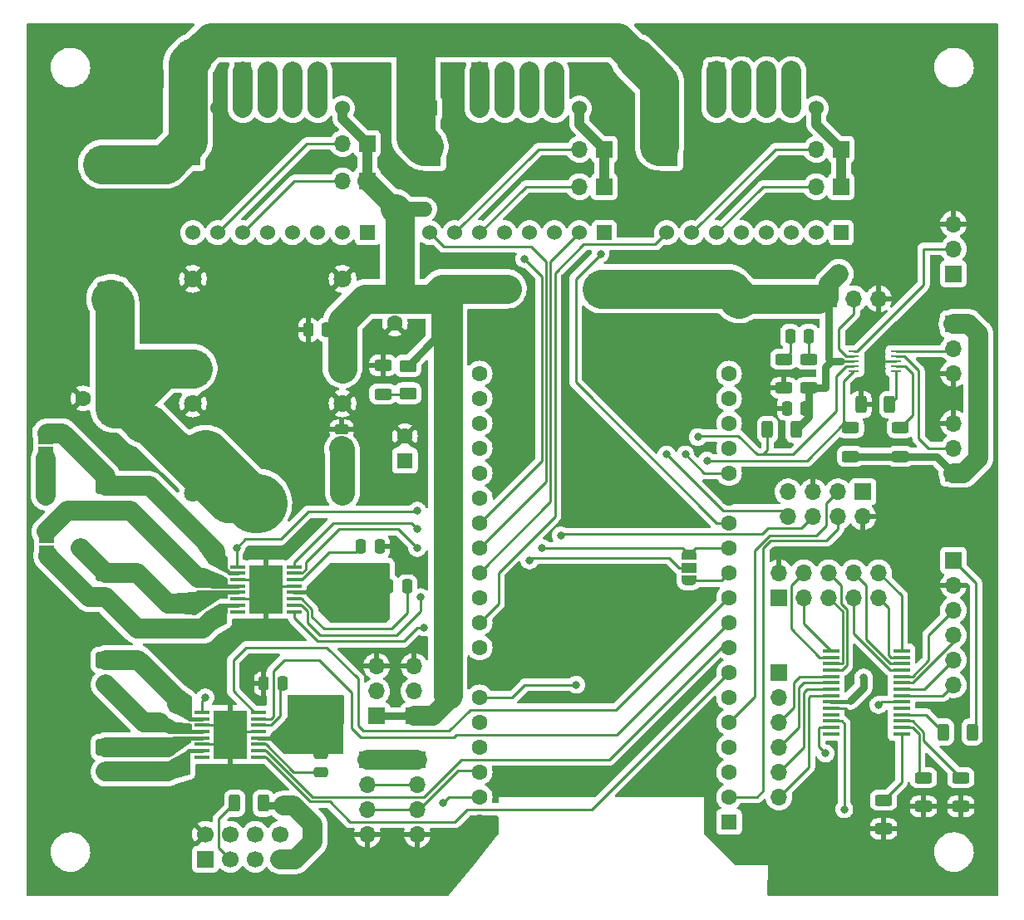
<source format=gbr>
%TF.GenerationSoftware,KiCad,Pcbnew,6.0.4-6f826c9f35~116~ubuntu20.04.1*%
%TF.CreationDate,2022-04-04T16:25:21+02:00*%
%TF.ProjectId,Hydroponics_board_v1,48796472-6f70-46f6-9e69-63735f626f61,rev?*%
%TF.SameCoordinates,Original*%
%TF.FileFunction,Copper,L1,Top*%
%TF.FilePolarity,Positive*%
%FSLAX46Y46*%
G04 Gerber Fmt 4.6, Leading zero omitted, Abs format (unit mm)*
G04 Created by KiCad (PCBNEW 6.0.4-6f826c9f35~116~ubuntu20.04.1) date 2022-04-04 16:25:21*
%MOMM*%
%LPD*%
G01*
G04 APERTURE LIST*
G04 Aperture macros list*
%AMRoundRect*
0 Rectangle with rounded corners*
0 $1 Rounding radius*
0 $2 $3 $4 $5 $6 $7 $8 $9 X,Y pos of 4 corners*
0 Add a 4 corners polygon primitive as box body*
4,1,4,$2,$3,$4,$5,$6,$7,$8,$9,$2,$3,0*
0 Add four circle primitives for the rounded corners*
1,1,$1+$1,$2,$3*
1,1,$1+$1,$4,$5*
1,1,$1+$1,$6,$7*
1,1,$1+$1,$8,$9*
0 Add four rect primitives between the rounded corners*
20,1,$1+$1,$2,$3,$4,$5,0*
20,1,$1+$1,$4,$5,$6,$7,0*
20,1,$1+$1,$6,$7,$8,$9,0*
20,1,$1+$1,$8,$9,$2,$3,0*%
%AMFreePoly0*
4,1,22,0.550000,-0.750000,0.000000,-0.750000,0.000000,-0.745033,-0.079941,-0.743568,-0.215256,-0.701293,-0.333266,-0.622738,-0.424486,-0.514219,-0.481581,-0.384460,-0.499164,-0.250000,-0.500000,-0.250000,-0.500000,0.250000,-0.499164,0.250000,-0.499963,0.256109,-0.478152,0.396186,-0.417904,0.524511,-0.324060,0.630769,-0.204165,0.706417,-0.067858,0.745374,0.000000,0.744959,0.000000,0.750000,
0.550000,0.750000,0.550000,-0.750000,0.550000,-0.750000,$1*%
%AMFreePoly1*
4,1,20,0.000000,0.744959,0.073905,0.744508,0.209726,0.703889,0.328688,0.626782,0.421226,0.519385,0.479903,0.390333,0.500000,0.250000,0.500000,-0.250000,0.499851,-0.262216,0.476331,-0.402017,0.414519,-0.529596,0.319384,-0.634700,0.198574,-0.708877,0.061801,-0.746166,0.000000,-0.745033,0.000000,-0.750000,-0.550000,-0.750000,-0.550000,0.750000,0.000000,0.750000,0.000000,0.744959,
0.000000,0.744959,$1*%
G04 Aperture macros list end*
%TA.AperFunction,ComponentPad*%
%ADD10R,1.600000X1.600000*%
%TD*%
%TA.AperFunction,ComponentPad*%
%ADD11C,1.600000*%
%TD*%
%TA.AperFunction,ComponentPad*%
%ADD12R,1.700000X1.700000*%
%TD*%
%TA.AperFunction,ComponentPad*%
%ADD13O,1.700000X1.700000*%
%TD*%
%TA.AperFunction,SMDPad,CuDef*%
%ADD14RoundRect,0.250000X0.625000X-0.375000X0.625000X0.375000X-0.625000X0.375000X-0.625000X-0.375000X0*%
%TD*%
%TA.AperFunction,SMDPad,CuDef*%
%ADD15RoundRect,0.250000X0.625000X-0.312500X0.625000X0.312500X-0.625000X0.312500X-0.625000X-0.312500X0*%
%TD*%
%TA.AperFunction,ComponentPad*%
%ADD16R,2.600000X2.600000*%
%TD*%
%TA.AperFunction,ComponentPad*%
%ADD17C,2.600000*%
%TD*%
%TA.AperFunction,SMDPad,CuDef*%
%ADD18RoundRect,0.250000X0.312500X0.625000X-0.312500X0.625000X-0.312500X-0.625000X0.312500X-0.625000X0*%
%TD*%
%TA.AperFunction,ComponentPad*%
%ADD19RoundRect,0.250000X-0.750000X0.600000X-0.750000X-0.600000X0.750000X-0.600000X0.750000X0.600000X0*%
%TD*%
%TA.AperFunction,ComponentPad*%
%ADD20O,2.000000X1.700000*%
%TD*%
%TA.AperFunction,SMDPad,CuDef*%
%ADD21RoundRect,0.250000X-0.250000X-0.475000X0.250000X-0.475000X0.250000X0.475000X-0.250000X0.475000X0*%
%TD*%
%TA.AperFunction,ComponentPad*%
%ADD22C,1.800000*%
%TD*%
%TA.AperFunction,SMDPad,CuDef*%
%ADD23RoundRect,0.250000X0.250000X0.475000X-0.250000X0.475000X-0.250000X-0.475000X0.250000X-0.475000X0*%
%TD*%
%TA.AperFunction,SMDPad,CuDef*%
%ADD24RoundRect,0.250000X-0.625000X0.312500X-0.625000X-0.312500X0.625000X-0.312500X0.625000X0.312500X0*%
%TD*%
%TA.AperFunction,SMDPad,CuDef*%
%ADD25FreePoly0,90.000000*%
%TD*%
%TA.AperFunction,SMDPad,CuDef*%
%ADD26R,1.500000X1.000000*%
%TD*%
%TA.AperFunction,SMDPad,CuDef*%
%ADD27FreePoly1,90.000000*%
%TD*%
%TA.AperFunction,SMDPad,CuDef*%
%ADD28RoundRect,0.250000X0.475000X-0.250000X0.475000X0.250000X-0.475000X0.250000X-0.475000X-0.250000X0*%
%TD*%
%TA.AperFunction,ComponentPad*%
%ADD29C,1.700000*%
%TD*%
%TA.AperFunction,ComponentPad*%
%ADD30R,1.524000X1.524000*%
%TD*%
%TA.AperFunction,ComponentPad*%
%ADD31C,1.524000*%
%TD*%
%TA.AperFunction,SMDPad,CuDef*%
%ADD32RoundRect,0.250000X-0.475000X0.250000X-0.475000X-0.250000X0.475000X-0.250000X0.475000X0.250000X0*%
%TD*%
%TA.AperFunction,SMDPad,CuDef*%
%ADD33RoundRect,0.100000X-0.687500X-0.100000X0.687500X-0.100000X0.687500X0.100000X-0.687500X0.100000X0*%
%TD*%
%TA.AperFunction,ComponentPad*%
%ADD34C,0.500000*%
%TD*%
%TA.AperFunction,SMDPad,CuDef*%
%ADD35R,3.400000X5.000000*%
%TD*%
%TA.AperFunction,ComponentPad*%
%ADD36RoundRect,0.250001X-1.099999X1.499999X-1.099999X-1.499999X1.099999X-1.499999X1.099999X1.499999X0*%
%TD*%
%TA.AperFunction,ComponentPad*%
%ADD37O,2.700000X3.500000*%
%TD*%
%TA.AperFunction,SMDPad,CuDef*%
%ADD38RoundRect,0.250000X-0.312500X-0.625000X0.312500X-0.625000X0.312500X0.625000X-0.312500X0.625000X0*%
%TD*%
%TA.AperFunction,SMDPad,CuDef*%
%ADD39R,1.100000X0.250000*%
%TD*%
%TA.AperFunction,SMDPad,CuDef*%
%ADD40R,1.750000X0.450000*%
%TD*%
%TA.AperFunction,ViaPad*%
%ADD41C,0.800000*%
%TD*%
%TA.AperFunction,Conductor*%
%ADD42C,0.250000*%
%TD*%
%TA.AperFunction,Conductor*%
%ADD43C,3.500000*%
%TD*%
%TA.AperFunction,Conductor*%
%ADD44C,4.000000*%
%TD*%
%TA.AperFunction,Conductor*%
%ADD45C,2.000000*%
%TD*%
%TA.AperFunction,Conductor*%
%ADD46C,0.400000*%
%TD*%
%TA.AperFunction,Conductor*%
%ADD47C,6.000000*%
%TD*%
%TA.AperFunction,Conductor*%
%ADD48C,5.000000*%
%TD*%
%TA.AperFunction,Conductor*%
%ADD49C,0.800000*%
%TD*%
%TA.AperFunction,Conductor*%
%ADD50C,3.000000*%
%TD*%
%TA.AperFunction,Conductor*%
%ADD51C,1.000000*%
%TD*%
%TA.AperFunction,Conductor*%
%ADD52C,0.450000*%
%TD*%
%TA.AperFunction,Conductor*%
%ADD53C,1.500000*%
%TD*%
%TA.AperFunction,Conductor*%
%ADD54C,2.500000*%
%TD*%
G04 APERTURE END LIST*
D10*
%TO.P,C3,1*%
%TO.N,+12V*%
X126080000Y-54250000D03*
D11*
%TO.P,C3,2*%
%TO.N,GND*%
X126080000Y-56750000D03*
%TD*%
D12*
%TO.P,J12,1,Pin_1*%
%TO.N,+3V3*%
X142255000Y-68580000D03*
D13*
%TO.P,J12,2,Pin_2*%
%TO.N,/analog_sensors/ANA3*%
X144795000Y-68580000D03*
%TO.P,J12,3,Pin_3*%
%TO.N,GND*%
X147335000Y-68580000D03*
%TD*%
D14*
%TO.P,D1,1,K*%
%TO.N,Net-(D1-Pad1)*%
X99370000Y-78230000D03*
%TO.P,D1,2,A*%
%TO.N,+3V3*%
X99370000Y-75430000D03*
%TD*%
D15*
%TO.P,R9,1*%
%TO.N,GND*%
X147828000Y-122620500D03*
%TO.P,R9,2*%
%TO.N,Net-(R9-Pad2)*%
X147828000Y-119695500D03*
%TD*%
D12*
%TO.P,J1,1,Pin_1*%
%TO.N,+3V3*%
X95250000Y-115570000D03*
D13*
%TO.P,J1,2,Pin_2*%
%TO.N,/SDA*%
X95250000Y-118110000D03*
%TO.P,J1,3,Pin_3*%
%TO.N,/SCL*%
X95250000Y-120650000D03*
%TO.P,J1,4,Pin_4*%
%TO.N,GND*%
X95250000Y-123190000D03*
%TD*%
D12*
%TO.P,J3,1,Pin_1*%
%TO.N,+3V3*%
X96195000Y-111120000D03*
D13*
%TO.P,J3,2,Pin_2*%
%TO.N,/temp_onewire*%
X96195000Y-108580000D03*
%TO.P,J3,3,Pin_3*%
%TO.N,GND*%
X96195000Y-106040000D03*
%TD*%
D16*
%TO.P,J21,1,Pin_1*%
%TO.N,+12V*%
X68275000Y-54864000D03*
D17*
%TO.P,J21,2,Pin_2*%
%TO.N,GND*%
X68275000Y-59944000D03*
%TD*%
D18*
%TO.P,R3,1*%
%TO.N,Net-(R3-Pad1)*%
X148457500Y-79370000D03*
%TO.P,R3,2*%
%TO.N,GND*%
X145532500Y-79370000D03*
%TD*%
D12*
%TO.P,JP2,1,A*%
%TO.N,+3V3*%
X95250000Y-56560000D03*
D13*
%TO.P,JP2,2,B*%
%TO.N,Net-(JP2-Pad2)*%
X92710000Y-56560000D03*
%TD*%
D12*
%TO.P,J8,1,Pin_1*%
%TO.N,Net-(J8-Pad1)*%
X130820000Y-45340000D03*
D13*
%TO.P,J8,2,Pin_2*%
%TO.N,Net-(J8-Pad2)*%
X133360000Y-45340000D03*
%TO.P,J8,3,Pin_3*%
%TO.N,Net-(J8-Pad3)*%
X135900000Y-45340000D03*
%TO.P,J8,4,Pin_4*%
%TO.N,Net-(J8-Pad4)*%
X138440000Y-45340000D03*
%TD*%
D19*
%TO.P,J17,1,Pin_1*%
%TO.N,/PWM_motor_control/M0+*%
X68580000Y-87670000D03*
D20*
%TO.P,J17,2,Pin_2*%
%TO.N,/PWM_motor_control/M0-*%
X68580000Y-90170000D03*
%TD*%
D21*
%TO.P,C12,1*%
%TO.N,Net-(C12-Pad1)*%
X94610000Y-93848000D03*
%TO.P,C12,2*%
%TO.N,GND*%
X96510000Y-93848000D03*
%TD*%
D12*
%TO.P,J13,1,Pin_1*%
%TO.N,+3V3*%
X137160000Y-99060000D03*
D13*
%TO.P,J13,2,Pin_2*%
%TO.N,GND*%
X137160000Y-96520000D03*
%TO.P,J13,3,Pin_3*%
%TO.N,/io_expander/IO0*%
X139700000Y-99060000D03*
%TO.P,J13,4,Pin_4*%
%TO.N,/io_expander/IO1*%
X139700000Y-96520000D03*
%TO.P,J13,5,Pin_5*%
%TO.N,/io_expander/IO2*%
X142240000Y-99060000D03*
%TO.P,J13,6,Pin_6*%
%TO.N,/io_expander/IO3*%
X142240000Y-96520000D03*
%TO.P,J13,7,Pin_7*%
%TO.N,/io_expander/IO4*%
X144780000Y-99060000D03*
%TO.P,J13,8,Pin_8*%
%TO.N,/io_expander/IO5*%
X144780000Y-96520000D03*
%TO.P,J13,9,Pin_9*%
%TO.N,/io_expander/IO6*%
X147320000Y-99060000D03*
%TO.P,J13,10,Pin_10*%
%TO.N,/io_expander/IO7*%
X147320000Y-96520000D03*
%TD*%
D22*
%TO.P,U7,1,IN-*%
%TO.N,GND*%
X77470001Y-66549999D03*
%TO.P,U7,2,IN+*%
%TO.N,+12V*%
X77470001Y-75689999D03*
%TO.P,U7,3,OUT-*%
%TO.N,GND*%
X92710001Y-66549999D03*
%TO.P,U7,4,OUT+*%
%TO.N,+3V3*%
X92710001Y-75689999D03*
%TD*%
D23*
%TO.P,C14,1*%
%TO.N,Net-(C14-Pad1)*%
X86604000Y-107818000D03*
%TO.P,C14,2*%
%TO.N,GND*%
X84704000Y-107818000D03*
%TD*%
D12*
%TO.P,J15,1,Pin_1*%
%TO.N,+3V3*%
X154940000Y-95245000D03*
D13*
%TO.P,J15,2,Pin_2*%
%TO.N,GND*%
X154940000Y-97785000D03*
%TO.P,J15,3,Pin_3*%
%TO.N,/io_expander/BUTTON0*%
X154940000Y-100325000D03*
%TO.P,J15,4,Pin_4*%
%TO.N,/io_expander/BUTTON1*%
X154940000Y-102865000D03*
%TO.P,J15,5,Pin_5*%
%TO.N,/io_expander/BUTTON2*%
X154940000Y-105405000D03*
%TO.P,J15,6,Pin_6*%
%TO.N,/io_expander/BUTTON3*%
X154940000Y-107945000D03*
%TD*%
D21*
%TO.P,C11,1*%
%TO.N,+12V*%
X97404000Y-97912000D03*
%TO.P,C11,2*%
%TO.N,Net-(C11-Pad2)*%
X99304000Y-97912000D03*
%TD*%
D24*
%TO.P,FB2,1*%
%TO.N,Net-(C4-Pad2)*%
X137668000Y-74737500D03*
%TO.P,FB2,2*%
%TO.N,GND*%
X137668000Y-77662500D03*
%TD*%
D15*
%TO.P,R10,1*%
%TO.N,Net-(D1-Pad1)*%
X96830000Y-78292500D03*
%TO.P,R10,2*%
%TO.N,GND*%
X96830000Y-75367500D03*
%TD*%
D12*
%TO.P,JP3,1,A*%
%TO.N,+3V3*%
X119380000Y-53340000D03*
D13*
%TO.P,JP3,2,B*%
%TO.N,Net-(JP3-Pad2)*%
X116840000Y-53340000D03*
%TD*%
D12*
%TO.P,J14,1,Pin_1*%
%TO.N,+3V3*%
X137160000Y-106680000D03*
D13*
%TO.P,J14,2,Pin_2*%
%TO.N,GND*%
X137160000Y-109220000D03*
%TO.P,J14,3,Pin_3*%
%TO.N,/io_expander/RELAY0*%
X137160000Y-111760000D03*
%TO.P,J14,4,Pin_4*%
%TO.N,/io_expander/RELAY1*%
X137160000Y-114300000D03*
%TO.P,J14,5,Pin_5*%
%TO.N,/io_expander/RELAY2*%
X137160000Y-116840000D03*
%TO.P,J14,6,Pin_6*%
%TO.N,/io_expander/RELAY3*%
X137160000Y-119380000D03*
%TD*%
D25*
%TO.P,JP8,1,A*%
%TO.N,/m1_in2*%
X128000000Y-97300000D03*
D26*
%TO.P,JP8,2,C*%
%TO.N,/PWM_motor_control/m1_in2_drv*%
X128000000Y-96000000D03*
D27*
%TO.P,JP8,3,B*%
%TO.N,/m0_in2*%
X128000000Y-94700000D03*
%TD*%
D23*
%TO.P,C5,1*%
%TO.N,+3V3*%
X139888000Y-79756000D03*
%TO.P,C5,2*%
%TO.N,GND*%
X137988000Y-79756000D03*
%TD*%
D28*
%TO.P,C10,1*%
%TO.N,+5V*%
X92620001Y-83819999D03*
%TO.P,C10,2*%
%TO.N,GND*%
X92620001Y-81919999D03*
%TD*%
D12*
%TO.P,J6,1,Pin_1*%
%TO.N,Net-(J6-Pad1)*%
X82550000Y-45340000D03*
D13*
%TO.P,J6,2,Pin_2*%
%TO.N,Net-(J6-Pad2)*%
X85090000Y-45340000D03*
%TO.P,J6,3,Pin_3*%
%TO.N,Net-(J6-Pad3)*%
X87630000Y-45340000D03*
%TO.P,J6,4,Pin_4*%
%TO.N,Net-(J6-Pad4)*%
X90170000Y-45340000D03*
%TD*%
D26*
%TO.P,JP9,1,A*%
%TO.N,/PWM_motor_control/M1+*%
X62484000Y-84216000D03*
%TO.P,JP9,2,B*%
%TO.N,/PWM_motor_control/M0+*%
X62484000Y-82916000D03*
%TD*%
D12*
%TO.P,U11,1,TX*%
%TO.N,/RXD0*%
X78740000Y-125730000D03*
D29*
%TO.P,U11,2,GND*%
%TO.N,GND*%
X78740000Y-123190000D03*
%TO.P,U11,3,EN*%
%TO.N,Net-(R1-Pad1)*%
X81280000Y-125730000D03*
%TO.P,U11,4,GPIO2*%
%TO.N,unconnected-(U11-Pad4)*%
X81280000Y-123190000D03*
%TO.P,U11,5,RST*%
%TO.N,unconnected-(U11-Pad5)*%
X83820000Y-125730000D03*
%TO.P,U11,6,GPIO0*%
%TO.N,unconnected-(U11-Pad6)*%
X83820000Y-123190000D03*
%TO.P,U11,7,3V3*%
%TO.N,+3V3*%
X86360000Y-125730000D03*
%TO.P,U11,8,RX*%
%TO.N,/TXD0*%
X86360000Y-123190000D03*
%TD*%
D15*
%TO.P,R8,1*%
%TO.N,GND*%
X151892000Y-120334500D03*
%TO.P,R8,2*%
%TO.N,Net-(R8-Pad2)*%
X151892000Y-117409500D03*
%TD*%
D26*
%TO.P,JP10,1,A*%
%TO.N,/PWM_motor_control/M1-*%
X62540000Y-94244000D03*
%TO.P,JP10,2,B*%
%TO.N,/PWM_motor_control/M0-*%
X62540000Y-92944000D03*
%TD*%
D12*
%TO.P,JP5,1,A*%
%TO.N,+3V3*%
X143510000Y-53340000D03*
D13*
%TO.P,JP5,2,B*%
%TO.N,Net-(JP5-Pad2)*%
X140970000Y-53340000D03*
%TD*%
D12*
%TO.P,J4,1,Pin_1*%
%TO.N,+3V3*%
X145725000Y-88260000D03*
D13*
%TO.P,J4,2,Pin_2*%
%TO.N,GND*%
X145725000Y-90800000D03*
%TO.P,J4,3,Pin_3*%
%TO.N,/GPI34*%
X143185000Y-88260000D03*
%TO.P,J4,4,Pin_4*%
%TO.N,/ESPEN*%
X143185000Y-90800000D03*
%TO.P,J4,5,Pin_5*%
%TO.N,GND*%
X140645000Y-88260000D03*
%TO.P,J4,6,Pin_6*%
%TO.N,/GPIO0*%
X140645000Y-90800000D03*
%TO.P,J4,7,Pin_7*%
%TO.N,+5V*%
X138105000Y-88260000D03*
%TO.P,J4,8,Pin_8*%
%TO.N,/GPIO15*%
X138105000Y-90800000D03*
%TD*%
D19*
%TO.P,J18,1,Pin_1*%
%TO.N,/PWM_motor_control/M1+*%
X68580000Y-96520000D03*
D20*
%TO.P,J18,2,Pin_2*%
%TO.N,/PWM_motor_control/M1-*%
X68580000Y-99020000D03*
%TD*%
D30*
%TO.P,U3,JP1_1,DIR*%
%TO.N,/step_dir*%
X119380000Y-61850000D03*
D31*
%TO.P,U3,JP1_2,STEP*%
%TO.N,/step_step*%
X116840000Y-61850000D03*
%TO.P,U3,JP1_3*%
%TO.N,N/C*%
X114300000Y-61850000D03*
%TO.P,U3,JP1_4,PDN/UART1*%
%TO.N,unconnected-(U3-PadJP1_4)*%
X111760000Y-61850000D03*
%TO.P,U3,JP1_5,PDN/UART2*%
%TO.N,unconnected-(U3-PadJP1_5)*%
X109220000Y-61850000D03*
%TO.P,U3,JP1_6,MS2*%
%TO.N,Net-(JP4-Pad2)*%
X106680000Y-61850000D03*
%TO.P,U3,JP1_7,MS1*%
%TO.N,Net-(JP3-Pad2)*%
X104140000Y-61850000D03*
%TO.P,U3,JP1_8,EN*%
%TO.N,/step2_en*%
X101600000Y-61850000D03*
D30*
%TO.P,U3,JP2_1,VM*%
%TO.N,+12V*%
X101600000Y-49150000D03*
D31*
%TO.P,U3,JP2_2,GND*%
%TO.N,GND*%
X104140000Y-49150000D03*
%TO.P,U3,JP2_3,OA2*%
%TO.N,Net-(J7-Pad1)*%
X106680000Y-49150000D03*
%TO.P,U3,JP2_4,OA1*%
%TO.N,Net-(J7-Pad2)*%
X109220000Y-49150000D03*
%TO.P,U3,JP2_5,OB1*%
%TO.N,Net-(J7-Pad3)*%
X111760000Y-49150000D03*
%TO.P,U3,JP2_6,OB2*%
%TO.N,Net-(J7-Pad4)*%
X114300000Y-49150000D03*
%TO.P,U3,JP2_7,VIO*%
%TO.N,+3V3*%
X116840000Y-49150000D03*
%TO.P,U3,JP2_8,GND*%
%TO.N,GND*%
X119380000Y-49150000D03*
%TD*%
D10*
%TO.P,C1,1*%
%TO.N,+12V*%
X77460000Y-54230000D03*
D11*
%TO.P,C1,2*%
%TO.N,GND*%
X77460000Y-56730000D03*
%TD*%
D12*
%TO.P,J5,1,Pin_1*%
%TO.N,+3V3*%
X100330000Y-115580000D03*
D13*
%TO.P,J5,2,Pin_2*%
%TO.N,/SDA*%
X100330000Y-118120000D03*
%TO.P,J5,3,Pin_3*%
%TO.N,/SCL*%
X100330000Y-120660000D03*
%TO.P,J5,4,Pin_4*%
%TO.N,GND*%
X100330000Y-123200000D03*
%TD*%
D12*
%TO.P,J11,1,Pin_1*%
%TO.N,+3V3*%
X154940000Y-66025000D03*
D13*
%TO.P,J11,2,Pin_2*%
%TO.N,/analog_sensors/WLEVEL_ANA*%
X154940000Y-63485000D03*
%TO.P,J11,3,Pin_3*%
%TO.N,GND*%
X154940000Y-60945000D03*
%TD*%
D10*
%TO.P,C2,1*%
%TO.N,+12V*%
X101950000Y-54250000D03*
D11*
%TO.P,C2,2*%
%TO.N,GND*%
X101950000Y-56750000D03*
%TD*%
D12*
%TO.P,JP4,1,A*%
%TO.N,+3V3*%
X119380000Y-57150000D03*
D13*
%TO.P,JP4,2,B*%
%TO.N,Net-(JP4-Pad2)*%
X116840000Y-57150000D03*
%TD*%
D19*
%TO.P,J20,1,Pin_1*%
%TO.N,/PWM_motor_control/M3+*%
X68580000Y-114300000D03*
D20*
%TO.P,J20,2,Pin_2*%
%TO.N,/PWM_motor_control/M3-*%
X68580000Y-116800000D03*
%TD*%
D30*
%TO.P,U2,JP1_1,DIR*%
%TO.N,/step_dir*%
X95240000Y-61850000D03*
D31*
%TO.P,U2,JP1_2,STEP*%
%TO.N,/step_step*%
X92700000Y-61850000D03*
%TO.P,U2,JP1_3*%
%TO.N,N/C*%
X90160000Y-61850000D03*
%TO.P,U2,JP1_4,PDN/UART1*%
%TO.N,unconnected-(U2-PadJP1_4)*%
X87620000Y-61850000D03*
%TO.P,U2,JP1_5,PDN/UART2*%
%TO.N,unconnected-(U2-PadJP1_5)*%
X85080000Y-61850000D03*
%TO.P,U2,JP1_6,MS2*%
%TO.N,Net-(JP2-Pad2)*%
X82540000Y-61850000D03*
%TO.P,U2,JP1_7,MS1*%
%TO.N,Net-(JP1-Pad2)*%
X80000000Y-61850000D03*
%TO.P,U2,JP1_8,EN*%
%TO.N,/step1_en*%
X77460000Y-61850000D03*
D30*
%TO.P,U2,JP2_1,VM*%
%TO.N,+12V*%
X77460000Y-49150000D03*
D31*
%TO.P,U2,JP2_2,GND*%
%TO.N,GND*%
X80000000Y-49150000D03*
%TO.P,U2,JP2_3,OA2*%
%TO.N,Net-(J6-Pad1)*%
X82540000Y-49150000D03*
%TO.P,U2,JP2_4,OA1*%
%TO.N,Net-(J6-Pad2)*%
X85080000Y-49150000D03*
%TO.P,U2,JP2_5,OB1*%
%TO.N,Net-(J6-Pad3)*%
X87620000Y-49150000D03*
%TO.P,U2,JP2_6,OB2*%
%TO.N,Net-(J6-Pad4)*%
X90160000Y-49150000D03*
%TO.P,U2,JP2_7,VIO*%
%TO.N,+3V3*%
X92700000Y-49150000D03*
%TO.P,U2,JP2_8,GND*%
%TO.N,GND*%
X95240000Y-49150000D03*
%TD*%
D32*
%TO.P,C13,1*%
%TO.N,+12V*%
X90480000Y-114996000D03*
%TO.P,C13,2*%
%TO.N,Net-(C13-Pad2)*%
X90480000Y-116896000D03*
%TD*%
D12*
%TO.P,J7,1,Pin_1*%
%TO.N,Net-(J7-Pad1)*%
X106690000Y-45340000D03*
D13*
%TO.P,J7,2,Pin_2*%
%TO.N,Net-(J7-Pad2)*%
X109230000Y-45340000D03*
%TO.P,J7,3,Pin_3*%
%TO.N,Net-(J7-Pad3)*%
X111770000Y-45340000D03*
%TO.P,J7,4,Pin_4*%
%TO.N,Net-(J7-Pad4)*%
X114310000Y-45340000D03*
%TD*%
D33*
%TO.P,U9,1,nSLEEP*%
%TO.N,/motors_en*%
X82067500Y-95925000D03*
%TO.P,U9,2,AOUT1*%
%TO.N,/PWM_motor_control/M0+*%
X82067500Y-96575000D03*
%TO.P,U9,3,AISEN*%
%TO.N,GND*%
X82067500Y-97225000D03*
%TO.P,U9,4,AOUT2*%
%TO.N,/PWM_motor_control/M0-*%
X82067500Y-97875000D03*
%TO.P,U9,5,BOUT2*%
%TO.N,/PWM_motor_control/M1+*%
X82067500Y-98525000D03*
%TO.P,U9,6,BISEN*%
%TO.N,GND*%
X82067500Y-99175000D03*
%TO.P,U9,7,BOUT1*%
%TO.N,/PWM_motor_control/M1-*%
X82067500Y-99825000D03*
%TO.P,U9,8,nFAULT*%
%TO.N,unconnected-(U9-Pad8)*%
X82067500Y-100475000D03*
%TO.P,U9,9,BIN1*%
%TO.N,/PWM_motor_control/m1_in1_drv*%
X87792500Y-100475000D03*
%TO.P,U9,10,BIN2*%
%TO.N,/PWM_motor_control/m1_in2_drv*%
X87792500Y-99825000D03*
%TO.P,U9,11,VCP*%
%TO.N,Net-(C11-Pad2)*%
X87792500Y-99175000D03*
%TO.P,U9,12,VM*%
%TO.N,+12V*%
X87792500Y-98525000D03*
%TO.P,U9,13,GND*%
%TO.N,GND*%
X87792500Y-97875000D03*
%TO.P,U9,14,VINT*%
%TO.N,Net-(C12-Pad1)*%
X87792500Y-97225000D03*
%TO.P,U9,15,AIN2*%
%TO.N,/m0_in2*%
X87792500Y-96575000D03*
%TO.P,U9,16,AIN1*%
%TO.N,/m0_in1*%
X87792500Y-95925000D03*
D34*
%TO.P,U9,17,GND(PPAD)*%
%TO.N,GND*%
X85680000Y-98200000D03*
X84180000Y-96700000D03*
X85680000Y-96700000D03*
X84180000Y-98200000D03*
X85680000Y-99700000D03*
D35*
X84930000Y-98200000D03*
D34*
X84180000Y-99700000D03*
%TD*%
D12*
%TO.P,JP1,1,A*%
%TO.N,+3V3*%
X95250000Y-52750000D03*
D13*
%TO.P,JP1,2,B*%
%TO.N,Net-(JP1-Pad2)*%
X92710000Y-52750000D03*
%TD*%
D30*
%TO.P,U4,JP1_1,DIR*%
%TO.N,/step_dir*%
X143510000Y-61850000D03*
D31*
%TO.P,U4,JP1_2,STEP*%
%TO.N,/step_step*%
X140970000Y-61850000D03*
%TO.P,U4,JP1_3*%
%TO.N,N/C*%
X138430000Y-61850000D03*
%TO.P,U4,JP1_4,PDN/UART1*%
%TO.N,unconnected-(U4-PadJP1_4)*%
X135890000Y-61850000D03*
%TO.P,U4,JP1_5,PDN/UART2*%
%TO.N,unconnected-(U4-PadJP1_5)*%
X133350000Y-61850000D03*
%TO.P,U4,JP1_6,MS2*%
%TO.N,Net-(JP6-Pad2)*%
X130810000Y-61850000D03*
%TO.P,U4,JP1_7,MS1*%
%TO.N,Net-(JP5-Pad2)*%
X128270000Y-61850000D03*
%TO.P,U4,JP1_8,EN*%
%TO.N,/step3_en*%
X125730000Y-61850000D03*
D30*
%TO.P,U4,JP2_1,VM*%
%TO.N,+12V*%
X125730000Y-49150000D03*
D31*
%TO.P,U4,JP2_2,GND*%
%TO.N,GND*%
X128270000Y-49150000D03*
%TO.P,U4,JP2_3,OA2*%
%TO.N,Net-(J8-Pad1)*%
X130810000Y-49150000D03*
%TO.P,U4,JP2_4,OA1*%
%TO.N,Net-(J8-Pad2)*%
X133350000Y-49150000D03*
%TO.P,U4,JP2_5,OB1*%
%TO.N,Net-(J8-Pad3)*%
X135890000Y-49150000D03*
%TO.P,U4,JP2_6,OB2*%
%TO.N,Net-(J8-Pad4)*%
X138430000Y-49150000D03*
%TO.P,U4,JP2_7,VIO*%
%TO.N,+3V3*%
X140970000Y-49150000D03*
%TO.P,U4,JP2_8,GND*%
%TO.N,GND*%
X143510000Y-49150000D03*
%TD*%
D22*
%TO.P,U8,1,IN-*%
%TO.N,GND*%
X77470001Y-79249999D03*
%TO.P,U8,2,IN+*%
%TO.N,+12V*%
X77470001Y-88389999D03*
%TO.P,U8,3,OUT-*%
%TO.N,GND*%
X92710001Y-79249999D03*
%TO.P,U8,4,OUT+*%
%TO.N,+5V*%
X92710001Y-88389999D03*
%TD*%
D23*
%TO.P,C4,1*%
%TO.N,Net-(C4-Pad1)*%
X140208000Y-72390000D03*
%TO.P,C4,2*%
%TO.N,Net-(C4-Pad2)*%
X138308000Y-72390000D03*
%TD*%
D10*
%TO.P,C9,1*%
%TO.N,+5V*%
X99060001Y-85089999D03*
D11*
%TO.P,C9,2*%
%TO.N,GND*%
X99060001Y-82589999D03*
%TD*%
D12*
%TO.P,J9,1,Pin_1*%
%TO.N,+3V3*%
X154940000Y-86345000D03*
D13*
%TO.P,J9,2,Pin_2*%
%TO.N,/analog_sensors/PH_ANA*%
X154940000Y-83805000D03*
%TO.P,J9,3,Pin_3*%
%TO.N,GND*%
X154940000Y-81265000D03*
%TD*%
D36*
%TO.P,J16,1,Pin_1*%
%TO.N,+12V*%
X69110001Y-68579999D03*
D37*
%TO.P,J16,2,Pin_2*%
%TO.N,GND*%
X64910001Y-68579999D03*
%TD*%
D18*
%TO.P,R7,1*%
%TO.N,+3V3*%
X156859700Y-112750600D03*
%TO.P,R7,2*%
%TO.N,Net-(R7-Pad2)*%
X153934700Y-112750600D03*
%TD*%
D15*
%TO.P,FB1,1*%
%TO.N,+3V3*%
X140208000Y-77662500D03*
%TO.P,FB1,2*%
%TO.N,Net-(C4-Pad1)*%
X140208000Y-74737500D03*
%TD*%
D12*
%TO.P,JP6,1,A*%
%TO.N,+3V3*%
X143510000Y-57150000D03*
D13*
%TO.P,JP6,2,B*%
%TO.N,Net-(JP6-Pad2)*%
X140970000Y-57150000D03*
%TD*%
D19*
%TO.P,J19,1,Pin_1*%
%TO.N,/PWM_motor_control/M2+*%
X68580000Y-105410000D03*
D20*
%TO.P,J19,2,Pin_2*%
%TO.N,/PWM_motor_control/M2-*%
X68580000Y-107910000D03*
%TD*%
D18*
%TO.P,R5,1*%
%TO.N,+3V3*%
X138932500Y-81910000D03*
%TO.P,R5,2*%
%TO.N,/SDA*%
X136007500Y-81910000D03*
%TD*%
D15*
%TO.P,R6,1*%
%TO.N,GND*%
X155702000Y-120334500D03*
%TO.P,R6,2*%
%TO.N,Net-(R6-Pad2)*%
X155702000Y-117409500D03*
%TD*%
D23*
%TO.P,C8,1*%
%TO.N,+3V3*%
X91110000Y-71750000D03*
%TO.P,C8,2*%
%TO.N,GND*%
X89210000Y-71750000D03*
%TD*%
D10*
%TO.P,C6,1*%
%TO.N,+12V*%
X68800001Y-78739999D03*
D11*
%TO.P,C6,2*%
%TO.N,GND*%
X66300001Y-78739999D03*
%TD*%
D12*
%TO.P,J2,1,Pin_1*%
%TO.N,+3V3*%
X100005000Y-111120000D03*
D13*
%TO.P,J2,2,Pin_2*%
%TO.N,/flow_counter*%
X100005000Y-108580000D03*
%TO.P,J2,3,Pin_3*%
%TO.N,GND*%
X100005000Y-106040000D03*
%TD*%
D38*
%TO.P,R1,1*%
%TO.N,Net-(R1-Pad1)*%
X81722500Y-120015000D03*
%TO.P,R1,2*%
%TO.N,+3V3*%
X84647500Y-120015000D03*
%TD*%
D39*
%TO.P,U5,1,ADDR*%
%TO.N,Net-(R3-Pad1)*%
X149090000Y-75930000D03*
%TO.P,U5,2,ALERT/RDY*%
%TO.N,Net-(R2-Pad2)*%
X149090000Y-75430000D03*
%TO.P,U5,3,GND*%
%TO.N,GND*%
X149090000Y-74930000D03*
%TO.P,U5,4,AIN0*%
%TO.N,/analog_sensors/PH_ANA*%
X149090000Y-74430000D03*
%TO.P,U5,5,AIN1*%
%TO.N,/analog_sensors/EC_ANA*%
X149090000Y-73930000D03*
%TO.P,U5,6,AIN2*%
%TO.N,/analog_sensors/WLEVEL_ANA*%
X144790000Y-73930000D03*
%TO.P,U5,7,AIN3*%
%TO.N,/analog_sensors/ANA3*%
X144790000Y-74430000D03*
%TO.P,U5,8,VDD*%
%TO.N,+3V3*%
X144790000Y-74930000D03*
%TO.P,U5,9,SDA*%
%TO.N,/SDA*%
X144790000Y-75430000D03*
%TO.P,U5,10,SCL*%
%TO.N,/SCL*%
X144790000Y-75930000D03*
%TD*%
D10*
%TO.P,C7,1*%
%TO.N,+3V3*%
X98044000Y-68580000D03*
D11*
%TO.P,C7,2*%
%TO.N,GND*%
X98044000Y-71080000D03*
%TD*%
D40*
%TO.P,U6,1,GPB0*%
%TO.N,/io_expander/IO0*%
X142450000Y-104487000D03*
%TO.P,U6,2,GPB1*%
%TO.N,/io_expander/IO1*%
X142450000Y-105137000D03*
%TO.P,U6,3,GPB2*%
%TO.N,/io_expander/IO2*%
X142450000Y-105787000D03*
%TO.P,U6,4,GPB3*%
%TO.N,/io_expander/IO3*%
X142450000Y-106437000D03*
%TO.P,U6,5,GPB4*%
%TO.N,/io_expander/RELAY0*%
X142450000Y-107087000D03*
%TO.P,U6,6,GPB5*%
%TO.N,/io_expander/RELAY1*%
X142450000Y-107737000D03*
%TO.P,U6,7,GPB6*%
%TO.N,/io_expander/RELAY2*%
X142450000Y-108387000D03*
%TO.P,U6,8,GPB7*%
%TO.N,/io_expander/RELAY3*%
X142450000Y-109037000D03*
%TO.P,U6,9,VDD*%
%TO.N,+3V3*%
X142450000Y-109687000D03*
%TO.P,U6,10,VSS*%
%TO.N,GND*%
X142450000Y-110337000D03*
%TO.P,U6,11,NC*%
%TO.N,unconnected-(U6-Pad11)*%
X142450000Y-110987000D03*
%TO.P,U6,12,SCK*%
%TO.N,/SCL*%
X142450000Y-111637000D03*
%TO.P,U6,13,SDA*%
%TO.N,/SDA*%
X142450000Y-112287000D03*
%TO.P,U6,14,NC*%
%TO.N,unconnected-(U6-Pad14)*%
X142450000Y-112937000D03*
%TO.P,U6,15,A0*%
%TO.N,Net-(R9-Pad2)*%
X149650000Y-112937000D03*
%TO.P,U6,16,A1*%
%TO.N,Net-(R8-Pad2)*%
X149650000Y-112287000D03*
%TO.P,U6,17,A2*%
%TO.N,Net-(R6-Pad2)*%
X149650000Y-111637000D03*
%TO.P,U6,18,~{RESET}*%
%TO.N,Net-(R7-Pad2)*%
X149650000Y-110987000D03*
%TO.P,U6,19,INTB*%
%TO.N,/io_expander/INTERRUPT_2*%
X149650000Y-110337000D03*
%TO.P,U6,20,INTA*%
%TO.N,/button_int*%
X149650000Y-109687000D03*
%TO.P,U6,21,GPA0*%
%TO.N,/io_expander/BUTTON3*%
X149650000Y-109037000D03*
%TO.P,U6,22,GPA1*%
%TO.N,/io_expander/BUTTON2*%
X149650000Y-108387000D03*
%TO.P,U6,23,GPA2*%
%TO.N,/io_expander/BUTTON1*%
X149650000Y-107737000D03*
%TO.P,U6,24,GPA3*%
%TO.N,/io_expander/BUTTON0*%
X149650000Y-107087000D03*
%TO.P,U6,25,GPA4*%
%TO.N,/io_expander/IO4*%
X149650000Y-106437000D03*
%TO.P,U6,26,GPA5*%
%TO.N,/io_expander/IO5*%
X149650000Y-105787000D03*
%TO.P,U6,27,GPA6*%
%TO.N,/io_expander/IO6*%
X149650000Y-105137000D03*
%TO.P,U6,28,GPA7*%
%TO.N,/io_expander/IO7*%
X149650000Y-104487000D03*
%TD*%
D12*
%TO.P,J10,1,Pin_1*%
%TO.N,+3V3*%
X154940000Y-71135000D03*
D13*
%TO.P,J10,2,Pin_2*%
%TO.N,/analog_sensors/EC_ANA*%
X154940000Y-73675000D03*
%TO.P,J10,3,Pin_3*%
%TO.N,GND*%
X154940000Y-76215000D03*
%TD*%
D15*
%TO.P,R2,1*%
%TO.N,+3V3*%
X149535000Y-84642500D03*
%TO.P,R2,2*%
%TO.N,Net-(R2-Pad2)*%
X149535000Y-81717500D03*
%TD*%
%TO.P,R4,1*%
%TO.N,+3V3*%
X144455000Y-84642500D03*
%TO.P,R4,2*%
%TO.N,/SCL*%
X144455000Y-81717500D03*
%TD*%
D33*
%TO.P,U10,1,nSLEEP*%
%TO.N,/motors_en*%
X78417500Y-110755000D03*
%TO.P,U10,2,AOUT1*%
%TO.N,/PWM_motor_control/M2+*%
X78417500Y-111405000D03*
%TO.P,U10,3,AISEN*%
%TO.N,GND*%
X78417500Y-112055000D03*
%TO.P,U10,4,AOUT2*%
%TO.N,/PWM_motor_control/M2-*%
X78417500Y-112705000D03*
%TO.P,U10,5,BOUT2*%
%TO.N,/PWM_motor_control/M3+*%
X78417500Y-113355000D03*
%TO.P,U10,6,BISEN*%
%TO.N,GND*%
X78417500Y-114005000D03*
%TO.P,U10,7,BOUT1*%
%TO.N,/PWM_motor_control/M3-*%
X78417500Y-114655000D03*
%TO.P,U10,8,nFAULT*%
%TO.N,unconnected-(U10-Pad8)*%
X78417500Y-115305000D03*
%TO.P,U10,9,BIN1*%
%TO.N,/m3_in1*%
X84142500Y-115305000D03*
%TO.P,U10,10,BIN2*%
%TO.N,/m3_in2*%
X84142500Y-114655000D03*
%TO.P,U10,11,VCP*%
%TO.N,Net-(C13-Pad2)*%
X84142500Y-114005000D03*
%TO.P,U10,12,VM*%
%TO.N,+12V*%
X84142500Y-113355000D03*
%TO.P,U10,13,GND*%
%TO.N,GND*%
X84142500Y-112705000D03*
%TO.P,U10,14,VINT*%
%TO.N,Net-(C14-Pad1)*%
X84142500Y-112055000D03*
%TO.P,U10,15,AIN2*%
%TO.N,/m2_in2*%
X84142500Y-111405000D03*
%TO.P,U10,16,AIN1*%
%TO.N,/m2_in1*%
X84142500Y-110755000D03*
D34*
%TO.P,U10,17,GND(PPAD)*%
%TO.N,GND*%
X82030000Y-114530000D03*
X80530000Y-111530000D03*
X80530000Y-114530000D03*
D35*
X81280000Y-113030000D03*
D34*
X82030000Y-111530000D03*
X82030000Y-113030000D03*
X80530000Y-113030000D03*
%TD*%
D11*
%TO.P,U1,38,GND_3*%
%TO.N,GND*%
X106680000Y-121920000D03*
%TO.P,U1,37,IO23*%
%TO.N,/temp_onewire*%
X106680000Y-119380000D03*
%TO.P,U1,36,IO22*%
%TO.N,/SCL*%
X106680000Y-116840000D03*
%TO.P,U1,35,TXD0*%
%TO.N,/TXD0*%
X106680000Y-114300000D03*
%TO.P,U1,34,RXD0*%
%TO.N,/RXD0*%
X106680000Y-111760000D03*
%TO.P,U1,33,IO21*%
%TO.N,/SDA*%
X106680000Y-109220000D03*
%TO.P,U1,32,GND_2*%
%TO.N,GND*%
X106680000Y-106680000D03*
%TO.P,U1,31,IO19*%
%TO.N,/m1_in1*%
X106680000Y-104140000D03*
%TO.P,U1,30,IO18*%
%TO.N,/step3_en*%
X106680000Y-101600000D03*
%TO.P,U1,29,IO5*%
%TO.N,/flow_counter*%
X106680000Y-99060000D03*
%TO.P,U1,28,IO17*%
%TO.N,/step_step*%
X106680000Y-96520000D03*
%TO.P,U1,27,IO16*%
%TO.N,/step2_en*%
X106680000Y-93980000D03*
%TO.P,U1,26,IO4*%
%TO.N,/step1_en*%
X106680000Y-91440000D03*
%TO.P,U1,25,IO0*%
%TO.N,/GPIO0*%
X106680000Y-88900000D03*
%TO.P,U1,24,IO2*%
%TO.N,/motors_en*%
X106680000Y-86360000D03*
%TO.P,U1,23,IO15*%
%TO.N,/GPIO15*%
X106680000Y-83820000D03*
%TO.P,U1,22,SD1*%
%TO.N,unconnected-(U1-Pad22)*%
X106680000Y-81280000D03*
%TO.P,U1,21,SD0*%
%TO.N,unconnected-(U1-Pad21)*%
X106680000Y-78740000D03*
%TO.P,U1,20,CLK*%
%TO.N,unconnected-(U1-Pad20)*%
X106680000Y-76200000D03*
%TO.P,U1,19,5V*%
%TO.N,+5V*%
X132080000Y-76200000D03*
%TO.P,U1,18,CMD*%
%TO.N,unconnected-(U1-Pad18)*%
X132080000Y-78740000D03*
%TO.P,U1,17,SD3*%
%TO.N,unconnected-(U1-Pad17)*%
X132080000Y-81280000D03*
%TO.P,U1,16,SD2*%
%TO.N,unconnected-(U1-Pad16)*%
X132080000Y-83820000D03*
%TO.P,U1,15,IO13*%
%TO.N,/m0_in1*%
X132080000Y-86360000D03*
%TO.P,U1,14,GND_1*%
%TO.N,GND*%
X132080000Y-88900000D03*
%TO.P,U1,13,IO12*%
%TO.N,/step_dir*%
X132080000Y-91440000D03*
%TO.P,U1,12,IO14*%
%TO.N,/m0_in2*%
X132080000Y-93980000D03*
%TO.P,U1,11,IO27*%
%TO.N,/m1_in2*%
X132080000Y-96520000D03*
%TO.P,U1,10,IO26*%
%TO.N,/m2_in1*%
X132080000Y-99060000D03*
%TO.P,U1,9,IO25*%
%TO.N,/m2_in2*%
X132080000Y-101600000D03*
%TO.P,U1,8,IO33*%
%TO.N,/m3_in2*%
X132080000Y-104140000D03*
%TO.P,U1,7,IO32*%
%TO.N,/m3_in1*%
X132080000Y-106680000D03*
%TO.P,U1,6,IO35*%
%TO.N,/GPI35*%
X132080000Y-109220000D03*
%TO.P,U1,5,IO34*%
%TO.N,/GPI34*%
X132080000Y-111760000D03*
%TO.P,U1,4,SVN*%
%TO.N,/GPI39*%
X132080000Y-114300000D03*
%TO.P,U1,3,SVP*%
%TO.N,/button_int*%
X132080000Y-116840000D03*
%TO.P,U1,2,EN*%
%TO.N,/ESPEN*%
X132080000Y-119380000D03*
D10*
%TO.P,U1,1,3V3*%
%TO.N,unconnected-(U1-Pad1)*%
X132080000Y-121920000D03*
%TD*%
D41*
%TO.N,GND*%
X118110000Y-86360000D03*
X117475000Y-89535000D03*
X111125000Y-99695000D03*
%TO.N,/m0_in1*%
X127635000Y-84455000D03*
%TO.N,/m0_in2*%
X113030000Y-93980000D03*
%TO.N,/PWM_motor_control/m1_in2_drv*%
X111760000Y-95250000D03*
%TO.N,/step_dir*%
X119000000Y-64000000D03*
%TO.N,/GPIO0*%
X114935000Y-92710000D03*
%TO.N,+12V*%
X94615000Y-96520000D03*
X89526183Y-112386183D03*
X84074000Y-89408000D03*
X90805000Y-113665000D03*
X125000000Y-46500000D03*
X92809511Y-42190489D03*
X88257338Y-111117338D03*
X92075000Y-112395000D03*
X112809511Y-42190489D03*
X90805000Y-111125000D03*
X100190489Y-46809511D03*
X92075000Y-96520000D03*
X88257338Y-112386183D03*
X94607599Y-100322283D03*
X92075000Y-97790000D03*
X88265000Y-109855000D03*
X89535000Y-113665000D03*
X80809511Y-42190489D03*
X71636000Y-54864000D03*
X107809511Y-42190489D03*
X95885000Y-100330000D03*
X69500000Y-75000000D03*
X93345000Y-96520000D03*
X120690489Y-42190489D03*
X90309511Y-42190489D03*
X123750000Y-45250000D03*
X92075000Y-111125000D03*
X87809511Y-42190489D03*
X73719500Y-54719500D03*
X74969500Y-53469500D03*
X95885000Y-97790000D03*
X105309511Y-42190489D03*
X95309511Y-42190489D03*
X73279000Y-81407000D03*
X90805000Y-109855000D03*
X69500000Y-73500000D03*
X92075000Y-113665000D03*
X81026000Y-89408000D03*
X89535000Y-111125000D03*
X77500000Y-44000000D03*
X125000000Y-51500000D03*
X74930000Y-83312000D03*
X82809511Y-42190489D03*
X88265000Y-113665000D03*
X110309511Y-42190489D03*
X80518000Y-85852000D03*
X94615000Y-97790000D03*
X69500000Y-76500000D03*
X117809511Y-42190489D03*
X100309511Y-42190489D03*
X78750000Y-42750000D03*
X94615000Y-99060000D03*
X89535000Y-109855000D03*
X93345000Y-97790000D03*
X100190489Y-51809511D03*
X93345000Y-99060000D03*
X90795027Y-112386183D03*
X71501000Y-80391000D03*
X115309511Y-42190489D03*
X76708000Y-85090000D03*
X93345000Y-100330000D03*
X95885000Y-96520000D03*
X122250000Y-43750000D03*
X95885000Y-99060000D03*
X75500000Y-51500000D03*
X97809511Y-42190489D03*
X77000000Y-47000000D03*
X69500000Y-72000000D03*
X77000000Y-51500000D03*
X92075000Y-100330000D03*
X102809511Y-42190489D03*
X100190489Y-44809511D03*
X92075000Y-109855000D03*
X92075000Y-99060000D03*
X77000000Y-45500000D03*
X85309511Y-42190489D03*
X78740000Y-84455000D03*
%TO.N,GND*%
X95885000Y-128270000D03*
X126365000Y-118110000D03*
X150805000Y-93340000D03*
X158425000Y-90800000D03*
X150805000Y-71115000D03*
X69215000Y-121285000D03*
X62865000Y-57785000D03*
X157790000Y-114930000D03*
X72390000Y-124460000D03*
X62865000Y-64135000D03*
X73660000Y-127635000D03*
X62865000Y-120650000D03*
X122865000Y-81910000D03*
X62230000Y-74295000D03*
X64135000Y-50165000D03*
X86360000Y-68580000D03*
X69850000Y-83820000D03*
X113919000Y-55245000D03*
X145471000Y-111501000D03*
X158115000Y-94615000D03*
X149225000Y-125095000D03*
X144145000Y-125095000D03*
X81915000Y-54610000D03*
X80010000Y-71120000D03*
X92075000Y-124460000D03*
X90170000Y-54610000D03*
X127310000Y-78100000D03*
X155885000Y-55875000D03*
X72390000Y-43180000D03*
X146939000Y-116713000D03*
X110165000Y-80005000D03*
X105410000Y-54610000D03*
X108585000Y-53340000D03*
X141605000Y-85725000D03*
X71120000Y-46990000D03*
X86360000Y-74295000D03*
X85725000Y-79375000D03*
X62230000Y-104775000D03*
X155885000Y-50160000D03*
X149535000Y-47620000D03*
X153035000Y-78740000D03*
X75565000Y-70485000D03*
X84130000Y-106040000D03*
X71120000Y-85090000D03*
X136835000Y-41905000D03*
X62230000Y-109220000D03*
X88265000Y-128270000D03*
X130175000Y-55245000D03*
X130485000Y-41905000D03*
X117785000Y-83180000D03*
X132715000Y-53340000D03*
X99695000Y-95885000D03*
X76200000Y-105410000D03*
X62230000Y-113665000D03*
X81915000Y-102870000D03*
X78740000Y-119380000D03*
X129540000Y-111760000D03*
X121285000Y-103505000D03*
X119380000Y-77470000D03*
X73660000Y-120015000D03*
X138049000Y-55245000D03*
X89535000Y-83185000D03*
X149535000Y-55875000D03*
X85090000Y-53340000D03*
X145090000Y-41905000D03*
X102235000Y-128270000D03*
X113030000Y-118745000D03*
X139700000Y-125095000D03*
X148900000Y-60955000D03*
%TO.N,+3V3*%
X87884000Y-120269000D03*
X92710001Y-71881999D03*
X118567200Y-67614800D03*
X123190000Y-67564000D03*
X135890000Y-68580000D03*
X93345000Y-70231000D03*
X99568000Y-59436000D03*
X129540000Y-67564000D03*
X132207000Y-67691000D03*
X133350000Y-68580000D03*
X86670000Y-120264000D03*
X125476000Y-67564000D03*
X127508000Y-67564000D03*
X103632000Y-67564000D03*
X145796000Y-107188000D03*
X143271000Y-66025000D03*
X109677200Y-67614800D03*
X145796000Y-108204000D03*
X101092000Y-59436000D03*
X105918000Y-67564000D03*
X120904000Y-67564000D03*
X98085000Y-59395000D03*
X107696000Y-67564000D03*
X102099511Y-68080489D03*
X139192000Y-68580000D03*
X92710001Y-73659999D03*
X94742000Y-68834000D03*
X100330000Y-68580000D03*
X96266000Y-68580000D03*
%TO.N,/temp_onewire*%
X102926000Y-120010000D03*
%TO.N,/SDA*%
X116515000Y-107945000D03*
X141915000Y-114930000D03*
X128905000Y-82672000D03*
%TO.N,/SCL*%
X129850000Y-85085000D03*
X143820000Y-120645000D03*
%TO.N,/button_int*%
X147320000Y-109982000D03*
%TO.N,/motors_en*%
X81915000Y-93980000D03*
X100330000Y-90170000D03*
X78740000Y-109220000D03*
%TO.N,/m0_in2*%
X100330000Y-93980000D03*
%TO.N,/m0_in1*%
X100330000Y-92075000D03*
%TO.N,/step1_en*%
X111252000Y-64516000D03*
%TO.N,/PWM_motor_control/m1_in1_drv*%
X101000000Y-102096299D03*
%TO.N,/PWM_motor_control/m1_in2_drv*%
X100640000Y-99000000D03*
%TO.N,/GPIO15*%
X125730000Y-84455000D03*
%TO.N,/PWM_motor_control/M1+*%
X66040000Y-93980000D03*
X62484000Y-85852000D03*
X62484000Y-87122000D03*
X62484000Y-88392000D03*
X66992500Y-94932500D03*
%TD*%
D42*
%TO.N,/m0_in2*%
X113030000Y-93980000D02*
X113050000Y-94000000D01*
X113050000Y-94000000D02*
X127300000Y-94000000D01*
X127300000Y-94000000D02*
X128000000Y-94700000D01*
%TO.N,/PWM_motor_control/m1_in2_drv*%
X111760000Y-95250000D02*
X112010000Y-95000000D01*
X112010000Y-95000000D02*
X126000000Y-95000000D01*
X126000000Y-95000000D02*
X127000000Y-96000000D01*
X127000000Y-96000000D02*
X128000000Y-96000000D01*
%TO.N,/GPIO0*%
X139470489Y-91974511D02*
X140645000Y-90800000D01*
X135435489Y-92564511D02*
X136025489Y-91974511D01*
X114935000Y-92710000D02*
X115080489Y-92564511D01*
X115080489Y-92564511D02*
X135435489Y-92564511D01*
X136025489Y-91974511D02*
X139470489Y-91974511D01*
%TO.N,/step3_en*%
X106680000Y-101600000D02*
X108585000Y-99695000D01*
X108585000Y-99695000D02*
X108585000Y-96520000D01*
X124580000Y-63000000D02*
X125730000Y-61850000D01*
X108585000Y-96520000D02*
X114358480Y-90746520D01*
X114358480Y-90746520D02*
X114358480Y-65935009D01*
X114358480Y-65935009D02*
X117293489Y-63000000D01*
X117293489Y-63000000D02*
X124580000Y-63000000D01*
%TO.N,/m0_in1*%
X127635000Y-84455000D02*
X129540000Y-86360000D01*
X129540000Y-86360000D02*
X132080000Y-86360000D01*
%TO.N,/step_dir*%
X132080000Y-91440000D02*
X130810000Y-91440000D01*
X130810000Y-91440000D02*
X116464604Y-77094604D01*
X116464604Y-77094604D02*
X116464604Y-66535396D01*
X116464604Y-66535396D02*
X119000000Y-64000000D01*
%TO.N,/GPIO15*%
X125730000Y-84455000D02*
X131445000Y-90170000D01*
X131445000Y-90170000D02*
X137475000Y-90170000D01*
X137475000Y-90170000D02*
X138105000Y-90800000D01*
%TO.N,/m1_in2*%
X128000000Y-97300000D02*
X131300000Y-97300000D01*
X131300000Y-97300000D02*
X132080000Y-96520000D01*
%TO.N,/m0_in2*%
X128000000Y-94700000D02*
X128720000Y-93980000D01*
X128720000Y-93980000D02*
X132080000Y-93980000D01*
%TO.N,/PWM_motor_control/m1_in1_drv*%
X87792500Y-101127500D02*
X87792500Y-100475000D01*
X98933000Y-103505000D02*
X90170000Y-103505000D01*
X101000000Y-102096299D02*
X100341701Y-102096299D01*
X100341701Y-102096299D02*
X98933000Y-103505000D01*
X90170000Y-103505000D02*
X87792500Y-101127500D01*
%TO.N,/PWM_motor_control/m1_in2_drv*%
X100640000Y-99000000D02*
X100640000Y-100402000D01*
X100640000Y-100402000D02*
X98172000Y-102870000D01*
X98172000Y-102870000D02*
X90424000Y-102870000D01*
X90424000Y-102870000D02*
X89154000Y-101600000D01*
X89154000Y-101600000D02*
X89154000Y-100434357D01*
X89154000Y-100434357D02*
X88544643Y-99825000D01*
X88544643Y-99825000D02*
X87792500Y-99825000D01*
%TO.N,Net-(C11-Pad2)*%
X87792500Y-99175000D02*
X88530360Y-99175000D01*
X99304000Y-100607000D02*
X99304000Y-97912000D01*
X88530360Y-99175000D02*
X89603520Y-100248160D01*
X89603520Y-100248160D02*
X89603520Y-101033520D01*
X89603520Y-101033520D02*
X90805000Y-102235000D01*
X90805000Y-102235000D02*
X97676000Y-102235000D01*
X97676000Y-102235000D02*
X99304000Y-100607000D01*
D43*
%TO.N,+12V*%
X79309511Y-42190489D02*
X80809511Y-42190489D01*
X107809511Y-42190489D02*
X110309511Y-42190489D01*
X87809511Y-42190489D02*
X90309511Y-42190489D01*
D44*
X70860000Y-79750000D02*
X71501000Y-80391000D01*
D43*
X80809511Y-42190489D02*
X82809511Y-42190489D01*
D44*
X72390000Y-81280000D02*
X72898000Y-81280000D01*
D43*
X97809511Y-42190489D02*
X100190489Y-42190489D01*
D42*
X77470000Y-49380000D02*
X77470000Y-48781511D01*
D44*
X68275000Y-54864000D02*
X74636000Y-54864000D01*
X69500000Y-73500000D02*
X69500000Y-75000000D01*
X74424001Y-75689999D02*
X70310001Y-75689999D01*
D45*
X100177600Y-42322400D02*
X100309511Y-42190489D01*
D43*
X122250000Y-43750000D02*
X122500000Y-44000000D01*
D44*
X69500000Y-79750000D02*
X70364000Y-79750000D01*
X71501000Y-80391000D02*
X72390000Y-81280000D01*
X70310001Y-75689999D02*
X69500000Y-76500000D01*
X69110000Y-68580000D02*
X69500000Y-68970000D01*
X69500000Y-75000000D02*
X69500000Y-76500000D01*
D46*
X84142500Y-113355000D02*
X87955000Y-113355000D01*
D44*
X69500000Y-68970000D02*
X69500000Y-72000000D01*
X100190489Y-44056489D02*
X100177600Y-44043600D01*
X77470001Y-75689999D02*
X74424001Y-75689999D01*
X69500000Y-72000000D02*
X69500000Y-73500000D01*
X76948489Y-51490511D02*
X76948489Y-48260000D01*
D45*
X100177600Y-44043600D02*
X100177600Y-42322400D01*
D44*
X78486000Y-86868000D02*
X81026000Y-89408000D01*
D43*
X110309511Y-42190489D02*
X112809511Y-42190489D01*
D46*
X87955000Y-113355000D02*
X88265000Y-113665000D01*
D43*
X120690489Y-42190489D02*
X122250000Y-43750000D01*
D44*
X76708000Y-85090000D02*
X78486000Y-86868000D01*
X76948489Y-48260000D02*
X77000000Y-45500000D01*
X76948489Y-44551511D02*
X77500000Y-44000000D01*
X76073000Y-84455000D02*
X72898000Y-81280000D01*
X100190489Y-46809511D02*
X100190489Y-44056489D01*
X69500000Y-79750000D02*
X70860000Y-79750000D01*
D43*
X102809511Y-42190489D02*
X105309511Y-42190489D01*
D44*
X122500000Y-44000000D02*
X123750000Y-45250000D01*
D43*
X90309511Y-42190489D02*
X92809511Y-42190489D01*
D42*
X77470000Y-48781511D02*
X76948489Y-48260000D01*
D43*
X112809511Y-42190489D02*
X115309511Y-42190489D01*
D44*
X77000000Y-45500000D02*
X76948489Y-44551511D01*
X123750000Y-45250000D02*
X125000000Y-46500000D01*
D43*
X105309511Y-42190489D02*
X107809511Y-42190489D01*
X82809511Y-42190489D02*
X85309511Y-42190489D01*
D47*
X84074000Y-89408000D02*
X83693000Y-89408000D01*
D43*
X77500000Y-44000000D02*
X78750000Y-42750000D01*
D44*
X100190489Y-52190489D02*
X101000000Y-53000000D01*
D43*
X100309511Y-42190489D02*
X102809511Y-42190489D01*
D44*
X100190489Y-46809511D02*
X100190489Y-51809511D01*
X125000000Y-46500000D02*
X125000000Y-51500000D01*
D46*
X87792500Y-98525000D02*
X89975000Y-98525000D01*
D44*
X81026000Y-89408000D02*
X84074000Y-89408000D01*
D48*
X83693000Y-89408000D02*
X78740000Y-84455000D01*
D42*
X77470001Y-88389999D02*
X78486000Y-87374000D01*
D44*
X69500000Y-76500000D02*
X69500000Y-79750000D01*
X74930000Y-83312000D02*
X76708000Y-85090000D01*
X125000000Y-51500000D02*
X125000000Y-53000000D01*
D43*
X117809511Y-42190489D02*
X120690489Y-42190489D01*
D44*
X77000000Y-52500000D02*
X77000000Y-51500000D01*
X74636000Y-54864000D02*
X77000000Y-52500000D01*
D43*
X92809511Y-42190489D02*
X95309511Y-42190489D01*
D44*
X70364000Y-79750000D02*
X74424001Y-75689999D01*
X100190489Y-51809511D02*
X100190489Y-52190489D01*
D42*
X78486000Y-87374000D02*
X78486000Y-86868000D01*
D44*
X72898000Y-81280000D02*
X74930000Y-83312000D01*
D42*
X94615000Y-100314882D02*
X94607599Y-100322283D01*
D43*
X115309511Y-42190489D02*
X117809511Y-42190489D01*
D44*
X78740000Y-84455000D02*
X76073000Y-84455000D01*
D43*
X95309511Y-42190489D02*
X97809511Y-42190489D01*
X85309511Y-42190489D02*
X87809511Y-42190489D01*
X78750000Y-42750000D02*
X79309511Y-42190489D01*
D42*
%TO.N,GND*%
X78417500Y-114005000D02*
X80005000Y-114005000D01*
X83955000Y-97225000D02*
X84930000Y-98200000D01*
X143926000Y-110337000D02*
X144582000Y-110993000D01*
X83955000Y-99175000D02*
X84930000Y-98200000D01*
X87792500Y-97875000D02*
X85255000Y-97875000D01*
X80005000Y-112055000D02*
X80530000Y-111530000D01*
X84704000Y-106614000D02*
X84704000Y-107818000D01*
X81605000Y-112705000D02*
X81280000Y-113030000D01*
X80005000Y-114005000D02*
X80530000Y-114530000D01*
X78417500Y-112055000D02*
X80005000Y-112055000D01*
X85255000Y-97875000D02*
X84930000Y-98200000D01*
X84130000Y-106040000D02*
X84704000Y-106614000D01*
X142450000Y-110337000D02*
X143926000Y-110337000D01*
X144963000Y-110993000D02*
X145471000Y-111501000D01*
X82067500Y-97225000D02*
X83955000Y-97225000D01*
X149090000Y-74930000D02*
X147000000Y-74930000D01*
X84142500Y-112705000D02*
X81605000Y-112705000D01*
X144582000Y-110993000D02*
X144963000Y-110993000D01*
X147000000Y-74930000D02*
X146995000Y-74925000D01*
X82067500Y-99175000D02*
X83955000Y-99175000D01*
%TO.N,Net-(C4-Pad1)*%
X140208000Y-74737500D02*
X140208000Y-72390000D01*
%TO.N,Net-(C4-Pad2)*%
X138308000Y-72390000D02*
X138308000Y-74097500D01*
X138308000Y-74097500D02*
X137668000Y-74737500D01*
D49*
%TO.N,+3V3*%
X100320000Y-115570000D02*
X100330000Y-115580000D01*
D50*
X139192000Y-68580000D02*
X135890000Y-68580000D01*
D45*
X157480000Y-72136000D02*
X157480000Y-84836000D01*
X142255000Y-68580000D02*
X142255000Y-67041000D01*
D44*
X132080000Y-67564000D02*
X129540000Y-67564000D01*
D45*
X87752000Y-120264000D02*
X89662000Y-122174000D01*
D51*
X140970000Y-49150000D02*
X140970000Y-50800000D01*
D50*
X103434000Y-68128000D02*
X103434000Y-108961000D01*
D51*
X95250000Y-52750000D02*
X95250000Y-56560000D01*
D45*
X89662000Y-123952000D02*
X87884000Y-125730000D01*
D51*
X92700000Y-49150000D02*
X92700000Y-50200000D01*
D49*
X142255000Y-74691000D02*
X142255000Y-68580000D01*
D50*
X98552000Y-59862000D02*
X98552000Y-68072000D01*
D44*
X129540000Y-67564000D02*
X127508000Y-67564000D01*
D45*
X89662000Y-122174000D02*
X89662000Y-123952000D01*
D50*
X141224000Y-68580000D02*
X139192000Y-68580000D01*
D45*
X86670000Y-120264000D02*
X87752000Y-120264000D01*
D49*
X142494000Y-74930000D02*
X142255000Y-74691000D01*
X149535000Y-84642500D02*
X153237500Y-84642500D01*
D51*
X143510000Y-53340000D02*
X143510000Y-57150000D01*
D50*
X102870000Y-67564000D02*
X103632000Y-67564000D01*
X100330000Y-68580000D02*
X101854000Y-68580000D01*
D44*
X133096000Y-68580000D02*
X132207000Y-67691000D01*
D49*
X140208000Y-77662500D02*
X141910500Y-77662500D01*
X91826000Y-71750000D02*
X92710001Y-70865999D01*
D50*
X92710001Y-70865999D02*
X94996000Y-68580000D01*
D49*
X145796000Y-107188000D02*
X145796000Y-108204000D01*
X91110000Y-71750000D02*
X91826000Y-71750000D01*
D50*
X98085000Y-59395000D02*
X98552000Y-59862000D01*
D49*
X142494000Y-74930000D02*
X143510000Y-74930000D01*
D44*
X132207000Y-67691000D02*
X132080000Y-67564000D01*
D49*
X142255000Y-68580000D02*
X141224000Y-68580000D01*
D52*
X144312511Y-109687489D02*
X142450489Y-109687489D01*
D49*
X153237500Y-84642500D02*
X154940000Y-86345000D01*
D50*
X98044000Y-68580000D02*
X100330000Y-68580000D01*
D42*
X157226000Y-112384300D02*
X157226000Y-97531000D01*
D50*
X133350000Y-68580000D02*
X133096000Y-68580000D01*
D45*
X101910000Y-111120000D02*
X103434000Y-109596000D01*
D44*
X123190000Y-67564000D02*
X120904000Y-67564000D01*
D49*
X144399000Y-109601000D02*
X145796000Y-108204000D01*
D53*
X101092000Y-59436000D02*
X98126000Y-59436000D01*
D49*
X141910500Y-77662500D02*
X141910500Y-75513500D01*
D53*
X98126000Y-59436000D02*
X98044000Y-59354000D01*
D50*
X135890000Y-68580000D02*
X133350000Y-68580000D01*
D49*
X84896500Y-120264000D02*
X84647500Y-120015000D01*
D50*
X103632000Y-67564000D02*
X105918000Y-67564000D01*
D45*
X155971000Y-86345000D02*
X154940000Y-86345000D01*
D44*
X125476000Y-67564000D02*
X123190000Y-67564000D01*
D49*
X102099511Y-72700489D02*
X102099511Y-68080489D01*
D42*
X156859700Y-112750600D02*
X157226000Y-112384300D01*
X157226000Y-97531000D02*
X154940000Y-95245000D01*
D45*
X157480000Y-84836000D02*
X155971000Y-86345000D01*
D50*
X101854000Y-68580000D02*
X102870000Y-67564000D01*
D49*
X96195000Y-111120000D02*
X100005000Y-111120000D01*
D51*
X140970000Y-50800000D02*
X143510000Y-53340000D01*
D45*
X100005000Y-111120000D02*
X101910000Y-111120000D01*
D51*
X116840000Y-49150000D02*
X116840000Y-50800000D01*
D45*
X156479000Y-71135000D02*
X157480000Y-72136000D01*
X142255000Y-67041000D02*
X143271000Y-66025000D01*
D50*
X102870000Y-67564000D02*
X103434000Y-68128000D01*
D45*
X154940000Y-71135000D02*
X156479000Y-71135000D01*
X95250000Y-115570000D02*
X100320000Y-115570000D01*
D42*
X143510000Y-74930000D02*
X144790000Y-74930000D01*
D50*
X107696000Y-67564000D02*
X109474000Y-67564000D01*
D45*
X87884000Y-125730000D02*
X86360000Y-125730000D01*
D50*
X92710001Y-75689999D02*
X92710001Y-70865999D01*
D52*
X142450489Y-109687489D02*
X142450000Y-109687000D01*
X144399000Y-109601000D02*
X144312511Y-109687489D01*
D49*
X86670000Y-120264000D02*
X84896500Y-120264000D01*
X141910500Y-75513500D02*
X142494000Y-74930000D01*
D51*
X116840000Y-50800000D02*
X119380000Y-53340000D01*
D49*
X144455000Y-84642500D02*
X149535000Y-84642500D01*
D51*
X92700000Y-50200000D02*
X95250000Y-52750000D01*
X119380000Y-53340000D02*
X119380000Y-57150000D01*
D50*
X94996000Y-68580000D02*
X98044000Y-68580000D01*
X98044000Y-59354000D02*
X98085000Y-59395000D01*
D49*
X140208000Y-80634500D02*
X138932500Y-81910000D01*
D44*
X120904000Y-67564000D02*
X119126000Y-67564000D01*
D45*
X103434000Y-109596000D02*
X103434000Y-108961000D01*
D50*
X98552000Y-68072000D02*
X98044000Y-68580000D01*
D44*
X127508000Y-67564000D02*
X125476000Y-67564000D01*
D49*
X140208000Y-77662500D02*
X140208000Y-80634500D01*
D45*
X95250000Y-56560000D02*
X98044000Y-59354000D01*
D50*
X105918000Y-67564000D02*
X107696000Y-67564000D01*
D49*
X99370000Y-75430000D02*
X102099511Y-72700489D01*
D54*
%TO.N,+5V*%
X92710001Y-83959519D02*
X92620001Y-83869519D01*
X92710001Y-88389999D02*
X92710001Y-83959519D01*
D42*
%TO.N,Net-(C12-Pad1)*%
X94028480Y-94429520D02*
X94610000Y-93848000D01*
X88530361Y-97225000D02*
X91325841Y-94429520D01*
X87792500Y-97225000D02*
X88530361Y-97225000D01*
X91325841Y-94429520D02*
X94028480Y-94429520D01*
%TO.N,Net-(D1-Pad1)*%
X99307500Y-78292500D02*
X99370000Y-78230000D01*
X96830000Y-78292500D02*
X99307500Y-78292500D01*
%TO.N,/temp_onewire*%
X102926000Y-120010000D02*
X103556000Y-119380000D01*
X103556000Y-119380000D02*
X106680000Y-119380000D01*
%TO.N,/GPI34*%
X134676000Y-94228282D02*
X134676000Y-109164000D01*
X140970000Y-92710000D02*
X136194282Y-92710000D01*
X141986000Y-89459000D02*
X141986000Y-91694000D01*
X141986000Y-91694000D02*
X140970000Y-92710000D01*
X134676000Y-109164000D02*
X132080000Y-111760000D01*
X136194282Y-92710000D02*
X134676000Y-94228282D01*
X143185000Y-88260000D02*
X141986000Y-89459000D01*
%TO.N,/ESPEN*%
X141986000Y-93218000D02*
X143185000Y-92019000D01*
X135565000Y-93975000D02*
X136322000Y-93218000D01*
X134925000Y-119380000D02*
X135565000Y-118740000D01*
X136322000Y-93218000D02*
X141986000Y-93218000D01*
X135565000Y-118740000D02*
X135565000Y-93975000D01*
X132080000Y-119380000D02*
X134925000Y-119380000D01*
X143185000Y-92019000D02*
X143185000Y-90800000D01*
%TO.N,/SDA*%
X141250489Y-114265489D02*
X141915000Y-114930000D01*
X143002000Y-76462626D02*
X144034626Y-75430000D01*
X128905000Y-82672000D02*
X129032000Y-82545000D01*
X144034626Y-75430000D02*
X144790000Y-75430000D01*
X116515000Y-107945000D02*
X111282500Y-107945000D01*
X136007500Y-81910000D02*
X136007500Y-84007500D01*
X136007500Y-84007500D02*
X135565000Y-84450000D01*
X142450000Y-112287000D02*
X141325000Y-112287000D01*
X133025000Y-82545000D02*
X134930000Y-84450000D01*
X110007500Y-109220000D02*
X106680000Y-109220000D01*
X143002000Y-80060282D02*
X143002000Y-76462626D01*
X134930000Y-84450000D02*
X135565000Y-84450000D01*
X135565000Y-84450000D02*
X138612282Y-84450000D01*
X141250489Y-112361511D02*
X141250489Y-114265489D01*
X141325000Y-112287000D02*
X141250489Y-112361511D01*
X111282500Y-107945000D02*
X110007500Y-109220000D01*
X100320000Y-118110000D02*
X100330000Y-118120000D01*
X138612282Y-84450000D02*
X143002000Y-80060282D01*
X95250000Y-118110000D02*
X100320000Y-118110000D01*
X129032000Y-82545000D02*
X133025000Y-82545000D01*
%TO.N,/SCL*%
X104450000Y-116708000D02*
X100498000Y-120660000D01*
X143820000Y-111907978D02*
X143549022Y-111637000D01*
X106548000Y-116708000D02*
X104450000Y-116708000D01*
X143549022Y-111637000D02*
X142450000Y-111637000D01*
X144455000Y-81717500D02*
X143764000Y-81026500D01*
X100498000Y-120660000D02*
X100330000Y-120660000D01*
X143764000Y-81331000D02*
X143764000Y-79934000D01*
X106680000Y-116840000D02*
X106548000Y-116708000D01*
X95250000Y-120650000D02*
X100320000Y-120650000D01*
X129850000Y-85085000D02*
X129855000Y-85090000D01*
X143820000Y-120645000D02*
X143820000Y-111907978D01*
X140005000Y-85090000D02*
X143764000Y-81331000D01*
X143764000Y-76956000D02*
X144790000Y-75930000D01*
X143764000Y-81026500D02*
X143764000Y-79934000D01*
X100320000Y-120650000D02*
X100330000Y-120660000D01*
X143764000Y-79934000D02*
X143764000Y-76956000D01*
X129855000Y-85090000D02*
X140005000Y-85090000D01*
D45*
%TO.N,Net-(J6-Pad1)*%
X82540000Y-49150000D02*
X82540000Y-45400009D01*
X82540000Y-45400009D02*
X82550000Y-45390009D01*
%TO.N,Net-(J6-Pad2)*%
X85080000Y-49150000D02*
X85080000Y-45400009D01*
X85080000Y-45400009D02*
X85090000Y-45390009D01*
%TO.N,Net-(J6-Pad3)*%
X87620000Y-49150000D02*
X87620000Y-45400009D01*
X87620000Y-45400009D02*
X87630000Y-45390009D01*
%TO.N,Net-(J6-Pad4)*%
X90160000Y-45400009D02*
X90170000Y-45390009D01*
X90160000Y-49150000D02*
X90160000Y-45400009D01*
D42*
%TO.N,/analog_sensors/PH_ANA*%
X149090000Y-74430000D02*
X149914022Y-74430000D01*
X152385000Y-83805000D02*
X154940000Y-83805000D01*
X151384000Y-75899978D02*
X151384000Y-82804000D01*
X149914022Y-74430000D02*
X151384000Y-75899978D01*
X151384000Y-82804000D02*
X152385000Y-83805000D01*
%TO.N,/analog_sensors/EC_ANA*%
X154685000Y-73930000D02*
X154940000Y-73675000D01*
X149090000Y-73930000D02*
X154685000Y-73930000D01*
%TO.N,/analog_sensors/WLEVEL_ANA*%
X151892000Y-63500000D02*
X154925000Y-63500000D01*
X145107000Y-73930000D02*
X151892000Y-67145000D01*
X144790000Y-73930000D02*
X145107000Y-73930000D01*
X154925000Y-63500000D02*
X154940000Y-63485000D01*
X151892000Y-67145000D02*
X151892000Y-63500000D01*
%TO.N,/analog_sensors/ANA3*%
X144795000Y-70089000D02*
X144795000Y-68580000D01*
X143256000Y-71628000D02*
X144795000Y-70089000D01*
X143256000Y-73651374D02*
X143256000Y-71628000D01*
X144790000Y-74430000D02*
X144034626Y-74430000D01*
X144034626Y-74430000D02*
X143256000Y-73651374D01*
%TO.N,/io_expander/IO0*%
X139700000Y-101737000D02*
X142450000Y-104487000D01*
X139700000Y-99060000D02*
X139700000Y-101737000D01*
%TO.N,/io_expander/IO7*%
X149650000Y-104487000D02*
X149650000Y-98850000D01*
X149650000Y-98850000D02*
X147320000Y-96520000D01*
%TO.N,/io_expander/IO1*%
X138430000Y-97790000D02*
X138430000Y-102242000D01*
X139700000Y-96520000D02*
X138430000Y-97790000D01*
X138430000Y-102242000D02*
X141325000Y-105137000D01*
X141325000Y-105137000D02*
X142450000Y-105137000D01*
%TO.N,/io_expander/IO6*%
X148336000Y-104922022D02*
X148550978Y-105137000D01*
X148336000Y-100076000D02*
X148336000Y-104922022D01*
X148550978Y-105137000D02*
X149650000Y-105137000D01*
X147320000Y-99060000D02*
X148336000Y-100076000D01*
%TO.N,/io_expander/IO2*%
X143641000Y-105787000D02*
X142450000Y-105787000D01*
X143649511Y-105778489D02*
X143641000Y-105787000D01*
X142240000Y-99060000D02*
X143649511Y-100469511D01*
X143649511Y-100469511D02*
X143649511Y-105778489D01*
%TO.N,/io_expander/IO5*%
X148525000Y-105787000D02*
X146050000Y-103312000D01*
X146050000Y-97790000D02*
X144780000Y-96520000D01*
X146050000Y-103312000D02*
X146050000Y-97790000D01*
X149650000Y-105787000D02*
X148525000Y-105787000D01*
%TO.N,/io_expander/IO3*%
X143510000Y-97790000D02*
X143510000Y-99694283D01*
X143626717Y-106437000D02*
X142450000Y-106437000D01*
X144099031Y-100283314D02*
X144099031Y-105964686D01*
X144099031Y-105964686D02*
X143626717Y-106437000D01*
X143510000Y-99694283D02*
X144099031Y-100283314D01*
X142240000Y-96520000D02*
X143510000Y-97790000D01*
%TO.N,/io_expander/IO4*%
X148539282Y-106437000D02*
X149650000Y-106437000D01*
X144780000Y-102677718D02*
X148539282Y-106437000D01*
X144780000Y-99060000D02*
X144780000Y-102677718D01*
%TO.N,/io_expander/RELAY0*%
X138684000Y-110236000D02*
X138684000Y-107696000D01*
X139293000Y-107087000D02*
X142450000Y-107087000D01*
X138684000Y-107696000D02*
X139293000Y-107087000D01*
X137160000Y-111760000D02*
X138684000Y-110236000D01*
%TO.N,/io_expander/RELAY1*%
X139192000Y-112268000D02*
X139192000Y-108204000D01*
X139192000Y-108204000D02*
X139659000Y-107737000D01*
X139659000Y-107737000D02*
X142450000Y-107737000D01*
X137160000Y-114300000D02*
X139192000Y-112268000D01*
%TO.N,/io_expander/RELAY2*%
X140025000Y-108387000D02*
X142450000Y-108387000D01*
X139700000Y-114300000D02*
X139700000Y-108712000D01*
X137160000Y-116840000D02*
X139700000Y-114300000D01*
X139700000Y-108712000D02*
X140025000Y-108387000D01*
%TO.N,/io_expander/RELAY3*%
X140208000Y-109220000D02*
X140391000Y-109037000D01*
X137160000Y-119380000D02*
X140208000Y-116332000D01*
X140208000Y-116332000D02*
X140208000Y-109220000D01*
X140391000Y-109037000D02*
X142450000Y-109037000D01*
%TO.N,/io_expander/BUTTON0*%
X150775000Y-107087000D02*
X152400000Y-105462000D01*
X149650000Y-107087000D02*
X150775000Y-107087000D01*
X152400000Y-105462000D02*
X152400000Y-102865000D01*
X152400000Y-102865000D02*
X154940000Y-100325000D01*
%TO.N,/io_expander/BUTTON1*%
X154940000Y-103572000D02*
X154940000Y-102865000D01*
X150775000Y-107737000D02*
X154940000Y-103572000D01*
X149650000Y-107737000D02*
X150775000Y-107737000D01*
%TO.N,/io_expander/BUTTON2*%
X151958000Y-108387000D02*
X154940000Y-105405000D01*
X149650000Y-108387000D02*
X151958000Y-108387000D01*
%TO.N,/io_expander/BUTTON3*%
X149650000Y-109037000D02*
X153848000Y-109037000D01*
X153848000Y-109037000D02*
X154940000Y-107945000D01*
%TO.N,Net-(JP1-Pad2)*%
X80000000Y-61850000D02*
X89100000Y-52750000D01*
X89100000Y-52750000D02*
X92710000Y-52750000D01*
%TO.N,Net-(JP2-Pad2)*%
X82540000Y-61850000D02*
X87830000Y-56560000D01*
X87830000Y-56560000D02*
X92710000Y-56560000D01*
%TO.N,Net-(R2-Pad2)*%
X150805000Y-80447500D02*
X150805000Y-76195000D01*
X150805000Y-76195000D02*
X150040000Y-75430000D01*
X150040000Y-75430000D02*
X149090000Y-75430000D01*
X149535000Y-81717500D02*
X150805000Y-80447500D01*
%TO.N,Net-(R3-Pad1)*%
X149090000Y-78737500D02*
X148457500Y-79370000D01*
X149090000Y-75930000D02*
X149090000Y-78737500D01*
%TO.N,Net-(R9-Pad2)*%
X149650000Y-117873500D02*
X147828000Y-119695500D01*
X149650000Y-112937000D02*
X149650000Y-117873500D01*
%TO.N,Net-(R8-Pad2)*%
X151442480Y-112940198D02*
X151442480Y-116959980D01*
X149650000Y-112287000D02*
X150789282Y-112287000D01*
X151442480Y-116959980D02*
X151892000Y-117409500D01*
X150789282Y-112287000D02*
X151442480Y-112940198D01*
%TO.N,Net-(R6-Pad2)*%
X151892000Y-112754000D02*
X151892000Y-113599500D01*
X151892000Y-113599500D02*
X155702000Y-117409500D01*
X150775000Y-111637000D02*
X151892000Y-112754000D01*
X149650000Y-111637000D02*
X150775000Y-111637000D01*
%TO.N,Net-(R7-Pad2)*%
X150786000Y-110998000D02*
X152182100Y-110998000D01*
X149650000Y-110987000D02*
X150775000Y-110987000D01*
X150775000Y-110987000D02*
X150786000Y-110998000D01*
X152182100Y-110998000D02*
X153934700Y-112750600D01*
%TO.N,/button_int*%
X147615000Y-109687000D02*
X149650000Y-109687000D01*
X147320000Y-109982000D02*
X147615000Y-109687000D01*
%TO.N,/motors_en*%
X100208000Y-90292000D02*
X89210000Y-90292000D01*
X100330000Y-90170000D02*
X100208000Y-90292000D01*
X78740000Y-109220000D02*
X78417500Y-109542500D01*
X89210000Y-90292000D02*
X86416000Y-93086000D01*
X78417500Y-109542500D02*
X78417500Y-110755000D01*
X81915000Y-93980000D02*
X81915000Y-95772500D01*
X81915000Y-95772500D02*
X82067500Y-95925000D01*
X86416000Y-93086000D02*
X82809000Y-93086000D01*
X82809000Y-93086000D02*
X81915000Y-93980000D01*
%TO.N,/m0_in2*%
X100330000Y-93980000D02*
X98420000Y-92070000D01*
X98420000Y-92070000D02*
X92334000Y-92070000D01*
X88950000Y-96155361D02*
X88530361Y-96575000D01*
X92334000Y-92070000D02*
X88950000Y-95454000D01*
X88530361Y-96575000D02*
X87792500Y-96575000D01*
X88950000Y-95454000D02*
X88950000Y-96155361D01*
%TO.N,/m0_in1*%
X91774283Y-91440000D02*
X87792500Y-95421783D01*
X87792500Y-95421783D02*
X87792500Y-95925000D01*
X100330000Y-92075000D02*
X99695000Y-91440000D01*
X99695000Y-91440000D02*
X91774283Y-91440000D01*
%TO.N,/m3_in1*%
X93491875Y-121920000D02*
X104140000Y-121920000D01*
X89433446Y-119829520D02*
X91401395Y-119829520D01*
X104140000Y-121920000D02*
X105410000Y-120650000D01*
X91401395Y-119829520D02*
X93491875Y-121920000D01*
X105410000Y-120650000D02*
X118110000Y-120650000D01*
X118110000Y-120650000D02*
X132080000Y-106680000D01*
X84142500Y-115305000D02*
X84908925Y-115305000D01*
X84908925Y-115305000D02*
X89433446Y-119829520D01*
%TO.N,/m3_in2*%
X84894643Y-114655000D02*
X89619643Y-119380000D01*
X131280000Y-104140000D02*
X132080000Y-104140000D01*
X84142500Y-114655000D02*
X84894643Y-114655000D01*
X104826000Y-115570000D02*
X119850000Y-115570000D01*
X89619643Y-119380000D02*
X101016000Y-119380000D01*
X119850000Y-115570000D02*
X131280000Y-104140000D01*
X101016000Y-119380000D02*
X104826000Y-115570000D01*
%TO.N,Net-(C14-Pad1)*%
X86360000Y-111125000D02*
X85430000Y-112055000D01*
X86360000Y-108255000D02*
X86360000Y-111125000D01*
X85430000Y-112055000D02*
X84142500Y-112055000D01*
X86670000Y-107945000D02*
X86360000Y-108255000D01*
%TO.N,/m2_in2*%
X85654000Y-106548000D02*
X85654000Y-111195282D01*
X93655000Y-108707000D02*
X90353000Y-105405000D01*
X104323359Y-113025000D02*
X104014328Y-113334031D01*
X120655000Y-113025000D02*
X104323359Y-113025000D01*
X85444282Y-111405000D02*
X84142500Y-111405000D01*
X90353000Y-105405000D02*
X86797000Y-105405000D01*
X104014328Y-113334031D02*
X94599031Y-113334031D01*
X132080000Y-101600000D02*
X120655000Y-113025000D01*
X85654000Y-111195282D02*
X85444282Y-111405000D01*
X86797000Y-105405000D02*
X85654000Y-106548000D01*
X94599031Y-113334031D02*
X93655000Y-112390000D01*
X93655000Y-112390000D02*
X93655000Y-108707000D01*
%TO.N,/m2_in1*%
X82860000Y-104135000D02*
X81590000Y-105405000D01*
X132080000Y-99060000D02*
X132004000Y-99060000D01*
X132004000Y-99060000D02*
X120579000Y-110485000D01*
X103561000Y-112644000D02*
X94798000Y-112644000D01*
X83765000Y-110755000D02*
X84142500Y-110755000D01*
X81590000Y-108580000D02*
X83765000Y-110755000D01*
X91115000Y-104135000D02*
X82860000Y-104135000D01*
X94798000Y-112644000D02*
X94290000Y-112136000D01*
X120579000Y-110485000D02*
X105720000Y-110485000D01*
X94290000Y-107310000D02*
X91115000Y-104135000D01*
X105720000Y-110485000D02*
X103561000Y-112644000D01*
X81590000Y-105405000D02*
X81590000Y-108580000D01*
X94290000Y-112136000D02*
X94290000Y-107310000D01*
%TO.N,/step_step*%
X113908960Y-64781040D02*
X113908960Y-89291040D01*
X116840000Y-61850000D02*
X113908960Y-64781040D01*
X113908960Y-89291040D02*
X106680000Y-96520000D01*
%TO.N,/step1_en*%
X113009920Y-66273920D02*
X113009920Y-85110080D01*
X111252000Y-64516000D02*
X113009920Y-66273920D01*
X113009920Y-85110080D02*
X106680000Y-91440000D01*
%TO.N,Net-(JP4-Pad2)*%
X111380000Y-57150000D02*
X116840000Y-57150000D01*
X106680000Y-61850000D02*
X111380000Y-57150000D01*
%TO.N,Net-(JP3-Pad2)*%
X112650000Y-53340000D02*
X116840000Y-53340000D01*
X104140000Y-61850000D02*
X112650000Y-53340000D01*
%TO.N,/step2_en*%
X113459440Y-64793040D02*
X113459440Y-87200560D01*
X102996000Y-63246000D02*
X111912400Y-63246000D01*
X111912400Y-63246000D02*
X113459440Y-64793040D01*
X113459440Y-87200560D02*
X106680000Y-93980000D01*
X101600000Y-61850000D02*
X102996000Y-63246000D01*
D45*
%TO.N,Net-(J7-Pad2)*%
X109220000Y-45400009D02*
X109230000Y-45390009D01*
X109220000Y-49150000D02*
X109220000Y-45400009D01*
%TO.N,Net-(J7-Pad1)*%
X106680000Y-45400009D02*
X106690000Y-45390009D01*
X106680000Y-49150000D02*
X106680000Y-45400009D01*
%TO.N,Net-(J7-Pad3)*%
X111760000Y-45400009D02*
X111770000Y-45390009D01*
X111760000Y-49150000D02*
X111760000Y-45400009D01*
%TO.N,Net-(J7-Pad4)*%
X114300000Y-45400009D02*
X114310000Y-45390009D01*
X114300000Y-49150000D02*
X114300000Y-45400009D01*
D42*
%TO.N,Net-(JP6-Pad2)*%
X135510000Y-57150000D02*
X130810000Y-61850000D01*
X140970000Y-57150000D02*
X135510000Y-57150000D01*
%TO.N,Net-(JP5-Pad2)*%
X136780000Y-53340000D02*
X140970000Y-53340000D01*
X128270000Y-61850000D02*
X136780000Y-53340000D01*
D45*
%TO.N,Net-(J8-Pad2)*%
X133350000Y-45350000D02*
X133360000Y-45340000D01*
X133350000Y-49150000D02*
X133350000Y-45350000D01*
%TO.N,Net-(J8-Pad1)*%
X130810000Y-49150000D02*
X130810000Y-45350000D01*
X130810000Y-45350000D02*
X130820000Y-45340000D01*
%TO.N,Net-(J8-Pad3)*%
X135890000Y-49150000D02*
X135890000Y-45350000D01*
X135890000Y-45350000D02*
X135900000Y-45340000D01*
%TO.N,Net-(J8-Pad4)*%
X138430000Y-49150000D02*
X138430000Y-45350000D01*
X138430000Y-45350000D02*
X138440000Y-45340000D01*
D42*
%TO.N,Net-(C13-Pad2)*%
X90419000Y-116835000D02*
X90480000Y-116896000D01*
X84880361Y-114005000D02*
X87710361Y-116835000D01*
X87710361Y-116835000D02*
X90419000Y-116835000D01*
X84142500Y-114005000D02*
X84880361Y-114005000D01*
%TO.N,Net-(R1-Pad1)*%
X80105489Y-124555489D02*
X81280000Y-125730000D01*
X81722500Y-120015000D02*
X80105489Y-121632011D01*
X80105489Y-121632011D02*
X80105489Y-124555489D01*
D46*
%TO.N,/PWM_motor_control/M0+*%
X81223573Y-96575000D02*
X82067500Y-96575000D01*
D45*
X73065000Y-87670000D02*
X68580000Y-87670000D01*
D46*
X79756000Y-95107427D02*
X81223573Y-96575000D01*
D45*
X79756000Y-94615000D02*
X79756000Y-94361000D01*
X68580000Y-86662978D02*
X64213022Y-82296000D01*
X79756000Y-94361000D02*
X73065000Y-87670000D01*
X68580000Y-87670000D02*
X68580000Y-86662978D01*
X64213022Y-82296000D02*
X62611000Y-82296000D01*
D42*
X62484000Y-82916000D02*
X62484000Y-82804000D01*
D46*
X79756000Y-94615000D02*
X79756000Y-95107427D01*
D45*
%TO.N,/PWM_motor_control/M0-*%
X64694000Y-90170000D02*
X62540000Y-92324000D01*
X71120000Y-90170000D02*
X78000000Y-97050000D01*
D46*
X79375000Y-97875000D02*
X78550000Y-97050000D01*
D45*
X78000000Y-97050000D02*
X78550000Y-97050000D01*
X68580000Y-90170000D02*
X71120000Y-90170000D01*
D46*
X82067500Y-97875000D02*
X79375000Y-97875000D01*
D45*
X68580000Y-90170000D02*
X64694000Y-90170000D01*
%TO.N,/PWM_motor_control/M1+*%
X71755000Y-96520000D02*
X74930000Y-99695000D01*
X68580000Y-96520000D02*
X71755000Y-96520000D01*
X74930000Y-99695000D02*
X76835000Y-99695000D01*
X62484000Y-87122000D02*
X62484000Y-84836000D01*
X62484000Y-87122000D02*
X62484000Y-88646000D01*
D42*
X62484000Y-84836000D02*
X62484000Y-84216000D01*
D46*
X78005000Y-98525000D02*
X76708000Y-99822000D01*
D45*
X68580000Y-96520000D02*
X66992500Y-94932500D01*
D46*
X82067500Y-98525000D02*
X78005000Y-98525000D01*
D45*
X66992500Y-94932500D02*
X66040000Y-93980000D01*
%TO.N,/PWM_motor_control/M1-*%
X66916489Y-99020000D02*
X62738000Y-94841511D01*
D46*
X80875000Y-99825000D02*
X79400000Y-101300000D01*
D45*
X78465000Y-102235000D02*
X79400000Y-101300000D01*
D46*
X82067500Y-99825000D02*
X80875000Y-99825000D01*
D45*
X71795000Y-102235000D02*
X78465000Y-102235000D01*
X68580000Y-99020000D02*
X71795000Y-102235000D01*
X62738000Y-94841511D02*
X62738000Y-94742000D01*
X68580000Y-99020000D02*
X66916489Y-99020000D01*
D46*
%TO.N,/PWM_motor_control/M2+*%
X75819000Y-109950000D02*
X75819000Y-110109000D01*
D45*
X71910000Y-105410000D02*
X68580000Y-105410000D01*
X75819000Y-109950000D02*
X75819000Y-109319000D01*
D46*
X77115000Y-111405000D02*
X78417500Y-111405000D01*
X75819000Y-110109000D02*
X77115000Y-111405000D01*
D45*
X75819000Y-109319000D02*
X71910000Y-105410000D01*
D46*
%TO.N,/PWM_motor_control/M2-*%
X74986000Y-112705000D02*
X78417500Y-112705000D01*
X74041000Y-111760000D02*
X74986000Y-112705000D01*
D45*
X72430000Y-111760000D02*
X68580000Y-107910000D01*
X74041000Y-111760000D02*
X72430000Y-111760000D01*
%TO.N,/PWM_motor_control/M3+*%
X68580000Y-114300000D02*
X74930000Y-114300000D01*
D46*
X78417500Y-113355000D02*
X75875000Y-113355000D01*
X75875000Y-113355000D02*
X74930000Y-114300000D01*
D45*
%TO.N,/PWM_motor_control/M3-*%
X68580000Y-116800000D02*
X74890000Y-116800000D01*
D46*
X77035000Y-114655000D02*
X74890000Y-116800000D01*
X78417500Y-114655000D02*
X77035000Y-114655000D01*
%TD*%
%TA.AperFunction,Conductor*%
%TO.N,+12V*%
G36*
X97478121Y-95524002D02*
G01*
X97524614Y-95577658D01*
X97536000Y-95630000D01*
X97536000Y-101166810D01*
X97515998Y-101234931D01*
X97499095Y-101255905D01*
X97191905Y-101563095D01*
X97129593Y-101597121D01*
X97102810Y-101600000D01*
X91492453Y-101600000D01*
X91424332Y-101579998D01*
X91403042Y-101562779D01*
X90273609Y-100425305D01*
X90239805Y-100362872D01*
X90237020Y-100336526D01*
X90237020Y-100326923D01*
X90237547Y-100315739D01*
X90239221Y-100308251D01*
X90237082Y-100240192D01*
X90237020Y-100236235D01*
X90237020Y-100208304D01*
X90236514Y-100204298D01*
X90235581Y-100192452D01*
X90235339Y-100184729D01*
X90234193Y-100148270D01*
X90228542Y-100128818D01*
X90224534Y-100109466D01*
X90222988Y-100097228D01*
X90222987Y-100097226D01*
X90221994Y-100089363D01*
X90205714Y-100048246D01*
X90201879Y-100037045D01*
X90189538Y-99994566D01*
X90185505Y-99987747D01*
X90185503Y-99987742D01*
X90179227Y-99977131D01*
X90170530Y-99959381D01*
X90163072Y-99940543D01*
X90137091Y-99904783D01*
X90130573Y-99894861D01*
X90112098Y-99863620D01*
X90112094Y-99863615D01*
X90108062Y-99856797D01*
X90093738Y-99842473D01*
X90080896Y-99827438D01*
X90068992Y-99811053D01*
X90034926Y-99782871D01*
X90026147Y-99774882D01*
X89034012Y-98782747D01*
X89026472Y-98774461D01*
X89022360Y-98767982D01*
X88990661Y-98738215D01*
X88976953Y-98723070D01*
X88919017Y-98647568D01*
X88913987Y-98641013D01*
X88893068Y-98624961D01*
X88851202Y-98567622D01*
X88846982Y-98496751D01*
X88881747Y-98434848D01*
X88893070Y-98425038D01*
X88907433Y-98414017D01*
X88907437Y-98414013D01*
X88913987Y-98408987D01*
X88919013Y-98402437D01*
X88919016Y-98402434D01*
X88962756Y-98345431D01*
X89011524Y-98281875D01*
X89072838Y-98133850D01*
X89088500Y-98014885D01*
X89088500Y-97930235D01*
X89108502Y-97862114D01*
X89123594Y-97842988D01*
X89661118Y-97282919D01*
X89662929Y-97281071D01*
X91403095Y-95540905D01*
X91465407Y-95506879D01*
X91492190Y-95504000D01*
X97410000Y-95504000D01*
X97478121Y-95524002D01*
G37*
%TD.AperFunction*%
%TD*%
%TA.AperFunction,Conductor*%
%TO.N,/PWM_motor_control/M1-*%
G36*
X80882815Y-99670002D02*
G01*
X80931682Y-99729205D01*
X80990272Y-99875680D01*
X80999230Y-99926179D01*
X80951471Y-101549989D01*
X80929474Y-101617493D01*
X80914620Y-101635380D01*
X80812895Y-101737105D01*
X80783985Y-101758707D01*
X78950585Y-102755507D01*
X78881184Y-102770472D01*
X78814709Y-102745541D01*
X78772266Y-102688628D01*
X78765093Y-102631620D01*
X78993569Y-100461098D01*
X79020593Y-100395445D01*
X79052097Y-100367440D01*
X80169357Y-99669152D01*
X80236137Y-99650000D01*
X80814694Y-99650000D01*
X80882815Y-99670002D01*
G37*
%TD.AperFunction*%
%TD*%
%TA.AperFunction,Conductor*%
%TO.N,GND*%
G36*
X159433621Y-40528502D02*
G01*
X159480114Y-40582158D01*
X159491500Y-40634500D01*
X159491500Y-129365500D01*
X159471498Y-129433621D01*
X159417842Y-129480114D01*
X159365500Y-129491500D01*
X136128969Y-129491500D01*
X136060848Y-129471498D01*
X136014355Y-129417842D01*
X136002970Y-129364911D01*
X136017000Y-126365000D01*
X132829961Y-126365000D01*
X132761840Y-126344998D01*
X132741752Y-126328973D01*
X132650568Y-126239576D01*
X131314528Y-124929733D01*
X152987822Y-124929733D01*
X152987975Y-124934121D01*
X152987975Y-124934127D01*
X152993167Y-125082792D01*
X152997625Y-125210458D01*
X152998387Y-125214781D01*
X152998388Y-125214788D01*
X153022164Y-125349624D01*
X153046402Y-125487087D01*
X153133203Y-125754235D01*
X153256340Y-126006702D01*
X153258795Y-126010341D01*
X153258798Y-126010347D01*
X153331890Y-126118710D01*
X153413415Y-126239576D01*
X153601371Y-126448322D01*
X153816550Y-126628879D01*
X154054764Y-126777731D01*
X154209518Y-126846632D01*
X154266648Y-126872068D01*
X154311375Y-126891982D01*
X154581390Y-126969407D01*
X154585740Y-126970018D01*
X154585743Y-126970019D01*
X154683083Y-126983699D01*
X154859552Y-127008500D01*
X155070146Y-127008500D01*
X155072332Y-127008347D01*
X155072336Y-127008347D01*
X155275827Y-126994118D01*
X155275832Y-126994117D01*
X155280212Y-126993811D01*
X155554970Y-126935409D01*
X155559099Y-126933906D01*
X155559103Y-126933905D01*
X155814781Y-126840846D01*
X155814785Y-126840844D01*
X155818926Y-126839337D01*
X156066942Y-126707464D01*
X156071795Y-126703938D01*
X156290629Y-126544947D01*
X156290632Y-126544944D01*
X156294192Y-126542358D01*
X156301721Y-126535088D01*
X156403300Y-126436994D01*
X156496252Y-126347231D01*
X156669188Y-126125882D01*
X156671384Y-126122078D01*
X156671389Y-126122071D01*
X156807435Y-125886431D01*
X156809636Y-125882619D01*
X156914862Y-125622176D01*
X156948544Y-125487087D01*
X156981753Y-125353893D01*
X156981754Y-125353888D01*
X156982817Y-125349624D01*
X157012178Y-125070267D01*
X157010926Y-125034404D01*
X157002529Y-124793939D01*
X157002528Y-124793933D01*
X157002375Y-124789542D01*
X156999252Y-124771826D01*
X156955622Y-124524393D01*
X156953598Y-124512913D01*
X156866797Y-124245765D01*
X156861143Y-124234171D01*
X156784551Y-124077137D01*
X156743660Y-123993298D01*
X156741205Y-123989659D01*
X156741202Y-123989653D01*
X156646908Y-123849857D01*
X156586585Y-123760424D01*
X156524806Y-123691811D01*
X156401566Y-123554940D01*
X156398629Y-123551678D01*
X156183450Y-123371121D01*
X155945236Y-123222269D01*
X155688625Y-123108018D01*
X155418610Y-123030593D01*
X155414260Y-123029982D01*
X155414257Y-123029981D01*
X155311310Y-123015513D01*
X155140448Y-122991500D01*
X154929854Y-122991500D01*
X154927668Y-122991653D01*
X154927664Y-122991653D01*
X154724173Y-123005882D01*
X154724168Y-123005883D01*
X154719788Y-123006189D01*
X154445030Y-123064591D01*
X154440901Y-123066094D01*
X154440897Y-123066095D01*
X154185219Y-123159154D01*
X154185215Y-123159156D01*
X154181074Y-123160663D01*
X153933058Y-123292536D01*
X153929499Y-123295122D01*
X153929497Y-123295123D01*
X153710821Y-123454000D01*
X153705808Y-123457642D01*
X153702644Y-123460698D01*
X153702641Y-123460700D01*
X153669287Y-123492910D01*
X153503748Y-123652769D01*
X153330812Y-123874118D01*
X153328616Y-123877922D01*
X153328611Y-123877929D01*
X153224266Y-124058661D01*
X153190364Y-124117381D01*
X153085138Y-124377824D01*
X153084073Y-124382097D01*
X153084072Y-124382099D01*
X153021442Y-124633295D01*
X153017183Y-124650376D01*
X153016724Y-124654744D01*
X153016723Y-124654749D01*
X152991251Y-124897108D01*
X152987822Y-124929733D01*
X131314528Y-124929733D01*
X129577791Y-123227050D01*
X129543151Y-123165078D01*
X129540000Y-123137077D01*
X129540000Y-119380000D01*
X120580094Y-119380000D01*
X120511973Y-119359998D01*
X120465480Y-119306342D01*
X120455376Y-119236068D01*
X120484870Y-119171488D01*
X120490999Y-119164905D01*
X130553411Y-109102493D01*
X130615723Y-109068467D01*
X130686538Y-109073532D01*
X130743374Y-109116079D01*
X130768185Y-109182599D01*
X130768026Y-109202570D01*
X130766981Y-109214514D01*
X130766981Y-109214525D01*
X130766502Y-109220000D01*
X130786457Y-109448087D01*
X130787881Y-109453400D01*
X130787881Y-109453402D01*
X130842027Y-109655474D01*
X130845716Y-109669243D01*
X130848039Y-109674224D01*
X130848039Y-109674225D01*
X130940151Y-109871762D01*
X130940154Y-109871767D01*
X130942477Y-109876749D01*
X131011578Y-109975435D01*
X131069512Y-110058173D01*
X131073802Y-110064300D01*
X131235700Y-110226198D01*
X131240208Y-110229355D01*
X131240211Y-110229357D01*
X131253269Y-110238500D01*
X131423251Y-110357523D01*
X131428233Y-110359846D01*
X131428238Y-110359849D01*
X131462457Y-110375805D01*
X131515742Y-110422722D01*
X131535203Y-110490999D01*
X131514661Y-110558959D01*
X131462457Y-110604195D01*
X131428238Y-110620151D01*
X131428233Y-110620154D01*
X131423251Y-110622477D01*
X131347374Y-110675607D01*
X131240211Y-110750643D01*
X131240208Y-110750645D01*
X131235700Y-110753802D01*
X131073802Y-110915700D01*
X130942477Y-111103251D01*
X130940154Y-111108233D01*
X130940151Y-111108238D01*
X130851780Y-111297752D01*
X130845716Y-111310757D01*
X130844294Y-111316065D01*
X130844293Y-111316067D01*
X130787962Y-111526295D01*
X130786457Y-111531913D01*
X130766502Y-111760000D01*
X130786457Y-111988087D01*
X130787881Y-111993400D01*
X130787881Y-111993402D01*
X130837116Y-112177146D01*
X130845716Y-112209243D01*
X130848039Y-112214224D01*
X130848039Y-112214225D01*
X130940151Y-112411762D01*
X130940154Y-112411767D01*
X130942477Y-112416749D01*
X130974794Y-112462902D01*
X131063080Y-112588987D01*
X131073802Y-112604300D01*
X131235700Y-112766198D01*
X131240208Y-112769355D01*
X131240211Y-112769357D01*
X131313834Y-112820908D01*
X131423251Y-112897523D01*
X131428233Y-112899846D01*
X131428238Y-112899849D01*
X131462457Y-112915805D01*
X131515742Y-112962722D01*
X131535203Y-113030999D01*
X131514661Y-113098959D01*
X131462457Y-113144195D01*
X131428238Y-113160151D01*
X131428233Y-113160154D01*
X131423251Y-113162477D01*
X131331536Y-113226697D01*
X131240211Y-113290643D01*
X131240208Y-113290645D01*
X131235700Y-113293802D01*
X131073802Y-113455700D01*
X130942477Y-113643251D01*
X130940154Y-113648233D01*
X130940151Y-113648238D01*
X130848312Y-113845189D01*
X130845716Y-113850757D01*
X130844294Y-113856065D01*
X130844293Y-113856067D01*
X130787881Y-114066598D01*
X130786457Y-114071913D01*
X130766502Y-114300000D01*
X130786457Y-114528087D01*
X130787881Y-114533400D01*
X130787881Y-114533402D01*
X130843259Y-114740072D01*
X130845716Y-114749243D01*
X130848039Y-114754224D01*
X130848039Y-114754225D01*
X130940151Y-114951762D01*
X130940154Y-114951767D01*
X130942477Y-114956749D01*
X131073802Y-115144300D01*
X131235700Y-115306198D01*
X131240208Y-115309355D01*
X131240211Y-115309357D01*
X131271752Y-115331442D01*
X131423251Y-115437523D01*
X131428233Y-115439846D01*
X131428238Y-115439849D01*
X131462457Y-115455805D01*
X131515742Y-115502722D01*
X131535203Y-115570999D01*
X131514661Y-115638959D01*
X131462457Y-115684195D01*
X131428238Y-115700151D01*
X131428233Y-115700154D01*
X131423251Y-115702477D01*
X131390341Y-115725521D01*
X131240211Y-115830643D01*
X131240208Y-115830645D01*
X131235700Y-115833802D01*
X131073802Y-115995700D01*
X131070645Y-116000208D01*
X131070643Y-116000211D01*
X131044184Y-116037999D01*
X130942477Y-116183251D01*
X130940154Y-116188233D01*
X130940151Y-116188238D01*
X130865093Y-116349203D01*
X130845716Y-116390757D01*
X130844294Y-116396065D01*
X130844293Y-116396067D01*
X130791699Y-116592350D01*
X130786457Y-116611913D01*
X130766502Y-116840000D01*
X130786457Y-117068087D01*
X130787881Y-117073400D01*
X130787881Y-117073402D01*
X130843942Y-117282621D01*
X130845716Y-117289243D01*
X130848039Y-117294224D01*
X130848039Y-117294225D01*
X130940151Y-117491762D01*
X130940153Y-117491765D01*
X130942477Y-117496749D01*
X130965440Y-117529543D01*
X131045792Y-117644297D01*
X131073802Y-117684300D01*
X131235700Y-117846198D01*
X131240208Y-117849355D01*
X131240211Y-117849357D01*
X131288814Y-117883389D01*
X131423251Y-117977523D01*
X131428233Y-117979846D01*
X131428238Y-117979849D01*
X131462457Y-117995805D01*
X131515742Y-118042722D01*
X131535203Y-118110999D01*
X131514661Y-118178959D01*
X131462457Y-118224195D01*
X131428238Y-118240151D01*
X131428233Y-118240154D01*
X131423251Y-118242477D01*
X131349175Y-118294346D01*
X131240211Y-118370643D01*
X131240208Y-118370645D01*
X131235700Y-118373802D01*
X131073802Y-118535700D01*
X131070645Y-118540208D01*
X131070643Y-118540211D01*
X131037464Y-118587596D01*
X130942477Y-118723251D01*
X130940154Y-118728233D01*
X130940151Y-118728238D01*
X130852631Y-118915928D01*
X130845716Y-118930757D01*
X130844294Y-118936065D01*
X130844293Y-118936067D01*
X130809139Y-119067262D01*
X130786457Y-119151913D01*
X130766502Y-119380000D01*
X130786457Y-119608087D01*
X130787881Y-119613400D01*
X130787881Y-119613402D01*
X130840934Y-119811395D01*
X130845716Y-119829243D01*
X130848039Y-119834224D01*
X130848039Y-119834225D01*
X130940151Y-120031762D01*
X130940154Y-120031767D01*
X130942477Y-120036749D01*
X131013307Y-120137905D01*
X131049078Y-120188990D01*
X131073802Y-120224300D01*
X131235700Y-120386198D01*
X131240211Y-120389357D01*
X131244424Y-120392892D01*
X131243473Y-120394026D01*
X131283471Y-120444071D01*
X131290776Y-120514690D01*
X131258742Y-120578049D01*
X131197538Y-120614030D01*
X131180483Y-120617082D01*
X131169684Y-120618255D01*
X131033295Y-120669385D01*
X130916739Y-120756739D01*
X130829385Y-120873295D01*
X130778255Y-121009684D01*
X130771500Y-121071866D01*
X130771500Y-122768134D01*
X130778255Y-122830316D01*
X130829385Y-122966705D01*
X130916739Y-123083261D01*
X131033295Y-123170615D01*
X131169684Y-123221745D01*
X131231866Y-123228500D01*
X132928134Y-123228500D01*
X132990316Y-123221745D01*
X133126705Y-123170615D01*
X133243261Y-123083261D01*
X133320580Y-122980095D01*
X146445001Y-122980095D01*
X146445338Y-122986614D01*
X146455257Y-123082206D01*
X146458149Y-123095600D01*
X146509588Y-123249784D01*
X146515761Y-123262962D01*
X146601063Y-123400807D01*
X146610099Y-123412208D01*
X146724829Y-123526739D01*
X146736240Y-123535751D01*
X146874243Y-123620816D01*
X146887424Y-123626963D01*
X147041710Y-123678138D01*
X147055086Y-123681005D01*
X147149438Y-123690672D01*
X147155854Y-123691000D01*
X147555885Y-123691000D01*
X147571124Y-123686525D01*
X147572329Y-123685135D01*
X147574000Y-123677452D01*
X147574000Y-123672884D01*
X148082000Y-123672884D01*
X148086475Y-123688123D01*
X148087865Y-123689328D01*
X148095548Y-123690999D01*
X148500095Y-123690999D01*
X148506614Y-123690662D01*
X148602206Y-123680743D01*
X148615600Y-123677851D01*
X148769784Y-123626412D01*
X148782962Y-123620239D01*
X148920807Y-123534937D01*
X148932208Y-123525901D01*
X149046739Y-123411171D01*
X149055751Y-123399760D01*
X149140816Y-123261757D01*
X149146963Y-123248576D01*
X149198138Y-123094290D01*
X149201005Y-123080914D01*
X149210672Y-122986562D01*
X149211000Y-122980146D01*
X149211000Y-122892615D01*
X149206525Y-122877376D01*
X149205135Y-122876171D01*
X149197452Y-122874500D01*
X148100115Y-122874500D01*
X148084876Y-122878975D01*
X148083671Y-122880365D01*
X148082000Y-122888048D01*
X148082000Y-123672884D01*
X147574000Y-123672884D01*
X147574000Y-122892615D01*
X147569525Y-122877376D01*
X147568135Y-122876171D01*
X147560452Y-122874500D01*
X146463116Y-122874500D01*
X146447877Y-122878975D01*
X146446672Y-122880365D01*
X146445001Y-122888048D01*
X146445001Y-122980095D01*
X133320580Y-122980095D01*
X133330615Y-122966705D01*
X133381745Y-122830316D01*
X133388500Y-122768134D01*
X133388500Y-122348385D01*
X146445000Y-122348385D01*
X146449475Y-122363624D01*
X146450865Y-122364829D01*
X146458548Y-122366500D01*
X147555885Y-122366500D01*
X147571124Y-122362025D01*
X147572329Y-122360635D01*
X147574000Y-122352952D01*
X147574000Y-122348385D01*
X148082000Y-122348385D01*
X148086475Y-122363624D01*
X148087865Y-122364829D01*
X148095548Y-122366500D01*
X149192884Y-122366500D01*
X149208123Y-122362025D01*
X149209328Y-122360635D01*
X149210999Y-122352952D01*
X149210999Y-122260905D01*
X149210662Y-122254386D01*
X149200743Y-122158794D01*
X149197851Y-122145400D01*
X149146412Y-121991216D01*
X149140239Y-121978038D01*
X149054937Y-121840193D01*
X149045901Y-121828792D01*
X148931171Y-121714261D01*
X148919760Y-121705249D01*
X148781757Y-121620184D01*
X148768576Y-121614037D01*
X148614290Y-121562862D01*
X148600914Y-121559995D01*
X148506562Y-121550328D01*
X148500145Y-121550000D01*
X148100115Y-121550000D01*
X148084876Y-121554475D01*
X148083671Y-121555865D01*
X148082000Y-121563548D01*
X148082000Y-122348385D01*
X147574000Y-122348385D01*
X147574000Y-121568116D01*
X147569525Y-121552877D01*
X147568135Y-121551672D01*
X147560452Y-121550001D01*
X147155905Y-121550001D01*
X147149386Y-121550338D01*
X147053794Y-121560257D01*
X147040400Y-121563149D01*
X146886216Y-121614588D01*
X146873038Y-121620761D01*
X146735193Y-121706063D01*
X146723792Y-121715099D01*
X146609261Y-121829829D01*
X146600249Y-121841240D01*
X146515184Y-121979243D01*
X146509037Y-121992424D01*
X146457862Y-122146710D01*
X146454995Y-122160086D01*
X146445328Y-122254438D01*
X146445000Y-122260855D01*
X146445000Y-122348385D01*
X133388500Y-122348385D01*
X133388500Y-121071866D01*
X133381745Y-121009684D01*
X133330615Y-120873295D01*
X133243261Y-120756739D01*
X133126705Y-120669385D01*
X132990316Y-120618255D01*
X132979526Y-120617083D01*
X132977394Y-120616197D01*
X132974778Y-120615575D01*
X132974879Y-120615152D01*
X132913965Y-120589845D01*
X132873537Y-120531483D01*
X132871078Y-120460529D01*
X132907371Y-120399510D01*
X132916031Y-120392511D01*
X132919793Y-120389354D01*
X132924300Y-120386198D01*
X133086198Y-120224300D01*
X133110148Y-120190096D01*
X133196181Y-120067229D01*
X133251638Y-120022901D01*
X133299394Y-120013500D01*
X134846233Y-120013500D01*
X134857416Y-120014027D01*
X134864909Y-120015702D01*
X134872835Y-120015453D01*
X134872836Y-120015453D01*
X134932986Y-120013562D01*
X134936945Y-120013500D01*
X134964856Y-120013500D01*
X134968791Y-120013003D01*
X134968856Y-120012995D01*
X134980693Y-120012062D01*
X135012951Y-120011048D01*
X135016970Y-120010922D01*
X135024889Y-120010673D01*
X135044343Y-120005021D01*
X135063700Y-120001013D01*
X135075930Y-119999468D01*
X135075931Y-119999468D01*
X135083797Y-119998474D01*
X135091168Y-119995555D01*
X135091170Y-119995555D01*
X135124912Y-119982196D01*
X135136142Y-119978351D01*
X135170983Y-119968229D01*
X135170984Y-119968229D01*
X135178593Y-119966018D01*
X135185412Y-119961985D01*
X135185417Y-119961983D01*
X135196028Y-119955707D01*
X135213776Y-119947012D01*
X135232617Y-119939552D01*
X135268387Y-119913564D01*
X135278307Y-119907048D01*
X135309535Y-119888580D01*
X135309538Y-119888578D01*
X135316362Y-119884542D01*
X135330683Y-119870221D01*
X135345717Y-119857380D01*
X135355694Y-119850131D01*
X135362107Y-119845472D01*
X135390298Y-119811395D01*
X135398288Y-119802616D01*
X135615475Y-119585429D01*
X135677787Y-119551403D01*
X135748602Y-119556468D01*
X135805438Y-119599015D01*
X135827487Y-119646823D01*
X135859222Y-119787639D01*
X135919014Y-119934890D01*
X135936662Y-119978351D01*
X135943266Y-119994616D01*
X135984344Y-120061650D01*
X136051173Y-120170704D01*
X136059987Y-120185088D01*
X136206250Y-120353938D01*
X136378126Y-120496632D01*
X136571000Y-120609338D01*
X136575825Y-120611180D01*
X136575826Y-120611181D01*
X136603768Y-120621851D01*
X136779692Y-120689030D01*
X136784760Y-120690061D01*
X136784763Y-120690062D01*
X136892017Y-120711883D01*
X136998597Y-120733567D01*
X137003772Y-120733757D01*
X137003774Y-120733757D01*
X137216673Y-120741564D01*
X137216677Y-120741564D01*
X137221837Y-120741753D01*
X137226957Y-120741097D01*
X137226959Y-120741097D01*
X137438288Y-120714025D01*
X137438289Y-120714025D01*
X137443416Y-120713368D01*
X137479911Y-120702419D01*
X137652429Y-120650661D01*
X137652434Y-120650659D01*
X137657384Y-120649174D01*
X137857994Y-120550896D01*
X138039860Y-120421173D01*
X138068623Y-120392511D01*
X138194435Y-120267137D01*
X138198096Y-120263489D01*
X138229498Y-120219789D01*
X138325435Y-120086277D01*
X138328453Y-120082077D01*
X138335792Y-120067229D01*
X138425136Y-119886453D01*
X138425137Y-119886451D01*
X138427430Y-119881811D01*
X138492370Y-119668069D01*
X138521529Y-119446590D01*
X138521611Y-119443240D01*
X138523074Y-119383365D01*
X138523074Y-119383361D01*
X138523156Y-119380000D01*
X138504852Y-119157361D01*
X138479361Y-119055875D01*
X138476821Y-119045765D01*
X138479625Y-118974823D01*
X138509930Y-118925974D01*
X139541407Y-117894498D01*
X140600253Y-116835652D01*
X140608539Y-116828112D01*
X140615018Y-116824000D01*
X140661644Y-116774348D01*
X140664398Y-116771507D01*
X140684135Y-116751770D01*
X140686615Y-116748573D01*
X140694320Y-116739551D01*
X140719159Y-116713100D01*
X140724586Y-116707321D01*
X140728405Y-116700375D01*
X140728407Y-116700372D01*
X140734348Y-116689566D01*
X140745199Y-116673047D01*
X140752758Y-116663301D01*
X140757614Y-116657041D01*
X140760759Y-116649772D01*
X140760762Y-116649768D01*
X140775174Y-116616463D01*
X140780391Y-116605813D01*
X140801695Y-116567060D01*
X140806733Y-116547437D01*
X140813137Y-116528734D01*
X140818033Y-116517420D01*
X140818033Y-116517419D01*
X140821181Y-116510145D01*
X140822420Y-116502322D01*
X140822423Y-116502312D01*
X140828099Y-116466476D01*
X140830505Y-116454856D01*
X140839528Y-116419711D01*
X140839528Y-116419710D01*
X140841500Y-116412030D01*
X140841500Y-116391776D01*
X140843051Y-116372065D01*
X140844980Y-116359886D01*
X140846220Y-116352057D01*
X140842059Y-116308038D01*
X140841500Y-116296181D01*
X140841500Y-115355900D01*
X140861502Y-115287779D01*
X140915158Y-115241286D01*
X140985432Y-115231182D01*
X141050012Y-115260676D01*
X141080361Y-115301621D01*
X141080473Y-115301556D01*
X141083773Y-115307272D01*
X141083774Y-115307274D01*
X141128216Y-115384250D01*
X141175960Y-115466944D01*
X141180378Y-115471851D01*
X141180379Y-115471852D01*
X141288664Y-115592115D01*
X141303747Y-115608866D01*
X141389828Y-115671408D01*
X141447174Y-115713072D01*
X141458248Y-115721118D01*
X141464276Y-115723802D01*
X141464278Y-115723803D01*
X141544860Y-115759680D01*
X141632712Y-115798794D01*
X141726112Y-115818647D01*
X141813056Y-115837128D01*
X141813061Y-115837128D01*
X141819513Y-115838500D01*
X142010487Y-115838500D01*
X142016939Y-115837128D01*
X142016944Y-115837128D01*
X142103888Y-115818647D01*
X142197288Y-115798794D01*
X142285140Y-115759680D01*
X142365722Y-115723803D01*
X142365724Y-115723802D01*
X142371752Y-115721118D01*
X142382827Y-115713072D01*
X142440172Y-115671408D01*
X142526253Y-115608866D01*
X142541336Y-115592115D01*
X142649621Y-115471852D01*
X142649622Y-115471851D01*
X142654040Y-115466944D01*
X142732272Y-115331442D01*
X142746223Y-115307279D01*
X142746224Y-115307278D01*
X142749527Y-115301556D01*
X142808542Y-115119928D01*
X142811849Y-115088470D01*
X142827814Y-114936565D01*
X142828504Y-114930000D01*
X142824537Y-114892252D01*
X142809232Y-114746635D01*
X142809232Y-114746633D01*
X142808542Y-114740072D01*
X142749527Y-114558444D01*
X142728837Y-114522607D01*
X142681666Y-114440905D01*
X142654040Y-114393056D01*
X142642330Y-114380050D01*
X142530675Y-114256045D01*
X142530674Y-114256044D01*
X142526253Y-114251134D01*
X142371752Y-114138882D01*
X142365724Y-114136198D01*
X142365722Y-114136197D01*
X142203319Y-114063891D01*
X142203318Y-114063891D01*
X142197288Y-114061206D01*
X142086208Y-114037595D01*
X142016944Y-114022872D01*
X142016939Y-114022872D01*
X142010487Y-114021500D01*
X142003885Y-114021500D01*
X141997318Y-114020810D01*
X141997627Y-114017870D01*
X141941868Y-114001498D01*
X141895375Y-113947842D01*
X141883989Y-113895500D01*
X141883989Y-113796500D01*
X141903991Y-113728379D01*
X141957647Y-113681886D01*
X142009989Y-113670500D01*
X143060500Y-113670500D01*
X143128621Y-113690502D01*
X143175114Y-113744158D01*
X143186500Y-113796500D01*
X143186500Y-119942476D01*
X143166498Y-120010597D01*
X143154142Y-120026779D01*
X143080960Y-120108056D01*
X143034233Y-120188990D01*
X142991221Y-120263489D01*
X142985473Y-120273444D01*
X142926458Y-120455072D01*
X142925768Y-120461633D01*
X142925768Y-120461635D01*
X142916802Y-120546944D01*
X142906496Y-120645000D01*
X142907186Y-120651565D01*
X142923187Y-120803803D01*
X142926458Y-120834928D01*
X142985473Y-121016556D01*
X143080960Y-121181944D01*
X143085378Y-121186851D01*
X143085379Y-121186852D01*
X143179122Y-121290964D01*
X143208747Y-121323866D01*
X143296367Y-121387526D01*
X143353816Y-121429265D01*
X143363248Y-121436118D01*
X143369276Y-121438802D01*
X143369278Y-121438803D01*
X143531681Y-121511109D01*
X143537712Y-121513794D01*
X143628290Y-121533047D01*
X143718056Y-121552128D01*
X143718061Y-121552128D01*
X143724513Y-121553500D01*
X143915487Y-121553500D01*
X143921939Y-121552128D01*
X143921944Y-121552128D01*
X144011710Y-121533047D01*
X144102288Y-121513794D01*
X144108319Y-121511109D01*
X144270722Y-121438803D01*
X144270724Y-121438802D01*
X144276752Y-121436118D01*
X144286185Y-121429265D01*
X144343633Y-121387526D01*
X144431253Y-121323866D01*
X144460878Y-121290964D01*
X144554621Y-121186852D01*
X144554622Y-121186851D01*
X144559040Y-121181944D01*
X144654527Y-121016556D01*
X144713542Y-120834928D01*
X144716814Y-120803803D01*
X144732814Y-120651565D01*
X144733504Y-120645000D01*
X144723198Y-120546944D01*
X144714232Y-120461635D01*
X144714232Y-120461633D01*
X144713542Y-120455072D01*
X144654527Y-120273444D01*
X144648780Y-120263489D01*
X144605767Y-120188990D01*
X144559040Y-120108056D01*
X144485863Y-120026785D01*
X144455147Y-119962779D01*
X144453500Y-119942476D01*
X144453500Y-111986746D01*
X144454027Y-111975563D01*
X144455702Y-111968070D01*
X144453562Y-111899979D01*
X144453500Y-111896022D01*
X144453500Y-111868122D01*
X144452996Y-111864131D01*
X144452063Y-111852289D01*
X144451256Y-111826590D01*
X144450674Y-111808089D01*
X144448462Y-111800475D01*
X144448461Y-111800470D01*
X144445023Y-111788637D01*
X144441012Y-111769273D01*
X144439467Y-111757042D01*
X144438474Y-111749181D01*
X144435557Y-111741814D01*
X144435556Y-111741809D01*
X144422198Y-111708070D01*
X144418354Y-111696843D01*
X144416232Y-111689539D01*
X144406018Y-111654385D01*
X144395707Y-111636950D01*
X144387012Y-111619202D01*
X144379552Y-111600361D01*
X144353564Y-111564591D01*
X144347048Y-111554671D01*
X144328580Y-111523443D01*
X144328578Y-111523440D01*
X144324542Y-111516616D01*
X144310218Y-111502292D01*
X144297383Y-111487265D01*
X144285472Y-111470871D01*
X144251406Y-111442689D01*
X144242628Y-111434700D01*
X144052670Y-111244742D01*
X144045135Y-111236462D01*
X144041022Y-111229982D01*
X143991369Y-111183355D01*
X143988528Y-111180601D01*
X143968792Y-111160865D01*
X143965595Y-111158385D01*
X143956573Y-111150680D01*
X143930122Y-111125841D01*
X143924343Y-111120414D01*
X143917397Y-111116595D01*
X143917394Y-111116593D01*
X143906588Y-111110652D01*
X143890066Y-111099799D01*
X143882274Y-111093755D01*
X143840707Y-111036199D01*
X143833500Y-110994195D01*
X143833500Y-110713866D01*
X143829091Y-110673280D01*
X143829091Y-110646065D01*
X143832631Y-110613481D01*
X143833000Y-110606672D01*
X143833000Y-110546989D01*
X143853002Y-110478868D01*
X143906658Y-110432375D01*
X143959000Y-110420989D01*
X143976689Y-110420989D01*
X144021843Y-110429358D01*
X144162568Y-110483377D01*
X144169087Y-110484410D01*
X144169089Y-110484410D01*
X144344673Y-110512220D01*
X144344675Y-110512220D01*
X144351190Y-110513252D01*
X144357777Y-110512907D01*
X144357782Y-110512907D01*
X144535308Y-110503603D01*
X144535311Y-110503602D01*
X144541903Y-110503257D01*
X144548275Y-110501550D01*
X144548279Y-110501549D01*
X144719997Y-110455537D01*
X144720000Y-110455536D01*
X144726370Y-110453829D01*
X144771487Y-110430841D01*
X144890645Y-110370128D01*
X144890648Y-110370126D01*
X144896530Y-110367129D01*
X145007741Y-110277072D01*
X146380832Y-108903981D01*
X146395865Y-108891140D01*
X146401913Y-108886746D01*
X146401914Y-108886745D01*
X146407253Y-108882866D01*
X146453016Y-108832041D01*
X146457557Y-108827256D01*
X146472072Y-108812741D01*
X146484994Y-108796784D01*
X146489278Y-108791769D01*
X146530619Y-108745855D01*
X146530623Y-108745850D01*
X146535040Y-108740944D01*
X146538340Y-108735228D01*
X146538343Y-108735224D01*
X146542073Y-108728763D01*
X146553273Y-108712466D01*
X146557975Y-108706660D01*
X146557976Y-108706658D01*
X146562129Y-108701530D01*
X146593186Y-108640577D01*
X146596333Y-108634782D01*
X146599233Y-108629760D01*
X146630527Y-108575556D01*
X146634875Y-108562173D01*
X146642441Y-108543907D01*
X146645832Y-108537252D01*
X146645832Y-108537251D01*
X146648829Y-108531370D01*
X146653727Y-108513093D01*
X146666529Y-108465315D01*
X146668402Y-108458991D01*
X146680091Y-108423014D01*
X146689542Y-108393928D01*
X146690652Y-108383370D01*
X146691012Y-108379939D01*
X146694617Y-108360486D01*
X146696222Y-108354500D01*
X146698257Y-108346904D01*
X146699158Y-108329707D01*
X146701836Y-108278615D01*
X146702353Y-108272040D01*
X146708814Y-108210566D01*
X146708814Y-108210565D01*
X146709504Y-108204000D01*
X146708033Y-108190001D01*
X146707516Y-108170241D01*
X146707907Y-108162784D01*
X146707907Y-108162780D01*
X146708252Y-108156191D01*
X146706051Y-108142293D01*
X146704500Y-108122584D01*
X146704500Y-107242216D01*
X146705190Y-107229045D01*
X146705837Y-107222894D01*
X146709504Y-107188000D01*
X146703786Y-107133595D01*
X146690232Y-107004635D01*
X146690232Y-107004633D01*
X146689542Y-106998072D01*
X146630527Y-106816444D01*
X146626575Y-106809598D01*
X146575699Y-106721479D01*
X146535040Y-106651056D01*
X146513954Y-106627637D01*
X146411675Y-106514045D01*
X146411674Y-106514044D01*
X146407253Y-106509134D01*
X146275658Y-106413524D01*
X146258094Y-106400763D01*
X146258093Y-106400762D01*
X146252752Y-106396882D01*
X146246724Y-106394198D01*
X146246722Y-106394197D01*
X146084319Y-106321891D01*
X146084318Y-106321891D01*
X146078288Y-106319206D01*
X145959704Y-106294000D01*
X145897944Y-106280872D01*
X145897939Y-106280872D01*
X145891487Y-106279500D01*
X145700513Y-106279500D01*
X145694061Y-106280872D01*
X145694056Y-106280872D01*
X145632296Y-106294000D01*
X145513712Y-106319206D01*
X145507682Y-106321891D01*
X145507681Y-106321891D01*
X145345278Y-106394197D01*
X145345276Y-106394198D01*
X145339248Y-106396882D01*
X145333907Y-106400762D01*
X145333906Y-106400763D01*
X145316342Y-106413524D01*
X145184747Y-106509134D01*
X145180326Y-106514044D01*
X145180325Y-106514045D01*
X145078047Y-106627637D01*
X145056960Y-106651056D01*
X145016301Y-106721479D01*
X144965426Y-106809598D01*
X144961473Y-106816444D01*
X144902458Y-106998072D01*
X144901768Y-107004633D01*
X144901768Y-107004635D01*
X144888214Y-107133595D01*
X144882496Y-107188000D01*
X144886164Y-107222894D01*
X144886810Y-107229045D01*
X144887500Y-107242216D01*
X144887500Y-107775497D01*
X144867498Y-107843618D01*
X144850595Y-107864592D01*
X144048595Y-108666592D01*
X143986283Y-108700618D01*
X143915468Y-108695553D01*
X143858632Y-108653006D01*
X143833821Y-108586486D01*
X143833500Y-108577497D01*
X143833500Y-108113866D01*
X143829344Y-108075606D01*
X143829344Y-108048393D01*
X143833131Y-108013533D01*
X143833131Y-108013529D01*
X143833500Y-108010134D01*
X143833500Y-107463866D01*
X143829344Y-107425606D01*
X143829344Y-107398393D01*
X143833131Y-107363533D01*
X143833131Y-107363529D01*
X143833500Y-107360134D01*
X143833500Y-107122570D01*
X143853502Y-107054449D01*
X143895362Y-107014116D01*
X143897752Y-107012702D01*
X143915493Y-107004012D01*
X143934334Y-106996552D01*
X143970104Y-106970564D01*
X143980024Y-106964048D01*
X144011252Y-106945580D01*
X144011255Y-106945578D01*
X144018079Y-106941542D01*
X144032400Y-106927221D01*
X144047434Y-106914380D01*
X144057410Y-106907132D01*
X144063824Y-106902472D01*
X144092005Y-106868407D01*
X144099995Y-106859626D01*
X144491289Y-106468333D01*
X144499568Y-106460799D01*
X144506049Y-106456686D01*
X144552675Y-106407034D01*
X144555429Y-106404193D01*
X144575166Y-106384456D01*
X144577646Y-106381259D01*
X144585351Y-106372237D01*
X144587588Y-106369855D01*
X144615617Y-106340007D01*
X144619436Y-106333061D01*
X144619438Y-106333058D01*
X144625379Y-106322252D01*
X144636230Y-106305733D01*
X144643789Y-106295987D01*
X144648645Y-106289727D01*
X144651790Y-106282458D01*
X144651793Y-106282454D01*
X144666205Y-106249149D01*
X144671422Y-106238499D01*
X144692726Y-106199746D01*
X144697764Y-106180123D01*
X144704168Y-106161420D01*
X144709064Y-106150106D01*
X144709064Y-106150105D01*
X144712212Y-106142831D01*
X144713451Y-106135008D01*
X144713454Y-106134998D01*
X144719130Y-106099162D01*
X144721536Y-106087542D01*
X144730559Y-106052397D01*
X144730559Y-106052396D01*
X144732531Y-106044716D01*
X144732531Y-106024462D01*
X144734082Y-106004751D01*
X144736011Y-105992572D01*
X144737251Y-105984743D01*
X144733090Y-105940724D01*
X144732531Y-105928867D01*
X144732531Y-103830343D01*
X144752533Y-103762222D01*
X144806189Y-103715729D01*
X144876463Y-103705625D01*
X144941043Y-103735119D01*
X144947626Y-103741248D01*
X148035625Y-106829247D01*
X148043169Y-106837537D01*
X148047282Y-106844018D01*
X148053059Y-106849443D01*
X148096949Y-106890658D01*
X148099791Y-106893413D01*
X148119513Y-106913135D01*
X148122637Y-106915558D01*
X148122641Y-106915562D01*
X148122706Y-106915612D01*
X148131727Y-106923317D01*
X148163961Y-106953586D01*
X148170909Y-106957405D01*
X148170911Y-106957407D01*
X148181714Y-106963346D01*
X148198241Y-106974202D01*
X148214241Y-106986613D01*
X148212780Y-106988497D01*
X148253096Y-107031683D01*
X148266500Y-107088234D01*
X148266500Y-107360134D01*
X148266869Y-107363529D01*
X148266869Y-107363533D01*
X148270656Y-107398393D01*
X148270656Y-107425606D01*
X148266500Y-107463866D01*
X148266500Y-108010134D01*
X148266869Y-108013529D01*
X148266869Y-108013533D01*
X148270656Y-108048393D01*
X148270656Y-108075606D01*
X148266500Y-108113866D01*
X148266500Y-108660134D01*
X148266869Y-108663529D01*
X148266869Y-108663533D01*
X148270656Y-108698393D01*
X148270656Y-108725606D01*
X148266500Y-108763866D01*
X148266500Y-108927500D01*
X148246498Y-108995621D01*
X148192842Y-109042114D01*
X148140500Y-109053500D01*
X147693767Y-109053500D01*
X147682584Y-109052973D01*
X147675091Y-109051298D01*
X147667165Y-109051547D01*
X147667164Y-109051547D01*
X147607014Y-109053438D01*
X147603055Y-109053500D01*
X147575144Y-109053500D01*
X147571210Y-109053997D01*
X147571209Y-109053997D01*
X147571144Y-109054005D01*
X147559307Y-109054938D01*
X147527049Y-109055952D01*
X147523030Y-109056078D01*
X147515111Y-109056327D01*
X147495657Y-109061979D01*
X147476300Y-109065987D01*
X147456203Y-109068526D01*
X147451490Y-109070392D01*
X147415487Y-109073035D01*
X147415487Y-109073500D01*
X147224513Y-109073500D01*
X147218061Y-109074872D01*
X147218056Y-109074872D01*
X147131113Y-109093353D01*
X147037712Y-109113206D01*
X147031682Y-109115891D01*
X147031681Y-109115891D01*
X146869278Y-109188197D01*
X146869276Y-109188198D01*
X146863248Y-109190882D01*
X146857907Y-109194762D01*
X146857906Y-109194763D01*
X146831189Y-109214174D01*
X146708747Y-109303134D01*
X146704326Y-109308044D01*
X146704325Y-109308045D01*
X146601169Y-109422612D01*
X146580960Y-109445056D01*
X146534793Y-109525019D01*
X146493494Y-109596552D01*
X146485473Y-109610444D01*
X146426458Y-109792072D01*
X146425768Y-109798633D01*
X146425768Y-109798635D01*
X146409153Y-109956716D01*
X146406496Y-109982000D01*
X146407186Y-109988565D01*
X146421366Y-110123476D01*
X146426458Y-110171928D01*
X146485473Y-110353556D01*
X146488776Y-110359278D01*
X146488777Y-110359279D01*
X146511559Y-110398739D01*
X146580960Y-110518944D01*
X146585378Y-110523851D01*
X146585379Y-110523852D01*
X146672087Y-110620151D01*
X146708747Y-110660866D01*
X146807210Y-110732404D01*
X146842026Y-110757699D01*
X146863248Y-110773118D01*
X146869276Y-110775802D01*
X146869278Y-110775803D01*
X147031681Y-110848109D01*
X147037712Y-110850794D01*
X147131112Y-110870647D01*
X147218056Y-110889128D01*
X147218061Y-110889128D01*
X147224513Y-110890500D01*
X147415487Y-110890500D01*
X147421939Y-110889128D01*
X147421944Y-110889128D01*
X147508888Y-110870647D01*
X147602288Y-110850794D01*
X147608319Y-110848109D01*
X147770722Y-110775803D01*
X147770724Y-110775802D01*
X147776752Y-110773118D01*
X147797975Y-110757699D01*
X147832790Y-110732404D01*
X147931253Y-110660866D01*
X148047204Y-110532090D01*
X148107649Y-110494850D01*
X148178632Y-110496202D01*
X148237617Y-110535715D01*
X148265875Y-110600846D01*
X148266500Y-110607853D01*
X148266500Y-110610134D01*
X148270403Y-110646065D01*
X148270656Y-110648393D01*
X148270656Y-110675606D01*
X148266500Y-110713866D01*
X148266500Y-111260134D01*
X148266869Y-111263529D01*
X148266869Y-111263533D01*
X148270656Y-111298393D01*
X148270656Y-111325606D01*
X148266500Y-111363866D01*
X148266500Y-111910134D01*
X148266869Y-111913529D01*
X148266869Y-111913533D01*
X148270656Y-111948393D01*
X148270656Y-111975606D01*
X148266500Y-112013866D01*
X148266500Y-112560134D01*
X148266869Y-112563529D01*
X148266869Y-112563533D01*
X148270656Y-112598393D01*
X148270656Y-112625607D01*
X148267560Y-112654111D01*
X148266500Y-112663866D01*
X148266500Y-113210134D01*
X148273255Y-113272316D01*
X148324385Y-113408705D01*
X148411739Y-113525261D01*
X148528295Y-113612615D01*
X148664684Y-113663745D01*
X148726866Y-113670500D01*
X148890500Y-113670500D01*
X148958621Y-113690502D01*
X149005114Y-113744158D01*
X149016500Y-113796500D01*
X149016500Y-117558906D01*
X148996498Y-117627027D01*
X148979599Y-117647997D01*
X148039998Y-118587597D01*
X147977688Y-118621621D01*
X147950905Y-118624500D01*
X147152600Y-118624500D01*
X147149354Y-118624837D01*
X147149350Y-118624837D01*
X147053692Y-118634762D01*
X147053688Y-118634763D01*
X147046834Y-118635474D01*
X147040298Y-118637655D01*
X147040296Y-118637655D01*
X146908194Y-118681728D01*
X146879054Y-118691450D01*
X146728652Y-118784522D01*
X146603695Y-118909697D01*
X146599855Y-118915927D01*
X146599854Y-118915928D01*
X146524709Y-119037836D01*
X146510885Y-119060262D01*
X146455203Y-119228139D01*
X146454503Y-119234975D01*
X146454502Y-119234978D01*
X146453917Y-119240692D01*
X146444500Y-119332600D01*
X146444500Y-120058400D01*
X146444837Y-120061646D01*
X146444837Y-120061650D01*
X146450884Y-120119925D01*
X146455474Y-120164166D01*
X146457655Y-120170702D01*
X146457655Y-120170704D01*
X146475536Y-120224300D01*
X146511450Y-120331946D01*
X146604522Y-120482348D01*
X146729697Y-120607305D01*
X146735927Y-120611145D01*
X146735928Y-120611146D01*
X146873090Y-120695694D01*
X146880262Y-120700115D01*
X146915742Y-120711883D01*
X147041611Y-120753632D01*
X147041613Y-120753632D01*
X147048139Y-120755797D01*
X147054975Y-120756497D01*
X147054978Y-120756498D01*
X147098031Y-120760909D01*
X147152600Y-120766500D01*
X148503400Y-120766500D01*
X148506646Y-120766163D01*
X148506650Y-120766163D01*
X148602308Y-120756238D01*
X148602312Y-120756237D01*
X148609166Y-120755526D01*
X148615702Y-120753345D01*
X148615704Y-120753345D01*
X148747806Y-120709272D01*
X148776946Y-120699550D01*
X148785761Y-120694095D01*
X150509001Y-120694095D01*
X150509338Y-120700614D01*
X150519257Y-120796206D01*
X150522149Y-120809600D01*
X150573588Y-120963784D01*
X150579761Y-120976962D01*
X150665063Y-121114807D01*
X150674099Y-121126208D01*
X150788829Y-121240739D01*
X150800240Y-121249751D01*
X150938243Y-121334816D01*
X150951424Y-121340963D01*
X151105710Y-121392138D01*
X151119086Y-121395005D01*
X151213438Y-121404672D01*
X151219854Y-121405000D01*
X151619885Y-121405000D01*
X151635124Y-121400525D01*
X151636329Y-121399135D01*
X151638000Y-121391452D01*
X151638000Y-121386884D01*
X152146000Y-121386884D01*
X152150475Y-121402123D01*
X152151865Y-121403328D01*
X152159548Y-121404999D01*
X152564095Y-121404999D01*
X152570614Y-121404662D01*
X152666206Y-121394743D01*
X152679600Y-121391851D01*
X152833784Y-121340412D01*
X152846962Y-121334239D01*
X152984807Y-121248937D01*
X152996208Y-121239901D01*
X153110739Y-121125171D01*
X153119751Y-121113760D01*
X153204816Y-120975757D01*
X153210963Y-120962576D01*
X153262138Y-120808290D01*
X153265005Y-120794914D01*
X153274672Y-120700562D01*
X153275000Y-120694146D01*
X153275000Y-120694095D01*
X154319001Y-120694095D01*
X154319338Y-120700614D01*
X154329257Y-120796206D01*
X154332149Y-120809600D01*
X154383588Y-120963784D01*
X154389761Y-120976962D01*
X154475063Y-121114807D01*
X154484099Y-121126208D01*
X154598829Y-121240739D01*
X154610240Y-121249751D01*
X154748243Y-121334816D01*
X154761424Y-121340963D01*
X154915710Y-121392138D01*
X154929086Y-121395005D01*
X155023438Y-121404672D01*
X155029854Y-121405000D01*
X155429885Y-121405000D01*
X155445124Y-121400525D01*
X155446329Y-121399135D01*
X155448000Y-121391452D01*
X155448000Y-121386884D01*
X155956000Y-121386884D01*
X155960475Y-121402123D01*
X155961865Y-121403328D01*
X155969548Y-121404999D01*
X156374095Y-121404999D01*
X156380614Y-121404662D01*
X156476206Y-121394743D01*
X156489600Y-121391851D01*
X156643784Y-121340412D01*
X156656962Y-121334239D01*
X156794807Y-121248937D01*
X156806208Y-121239901D01*
X156920739Y-121125171D01*
X156929751Y-121113760D01*
X157014816Y-120975757D01*
X157020963Y-120962576D01*
X157072138Y-120808290D01*
X157075005Y-120794914D01*
X157084672Y-120700562D01*
X157085000Y-120694146D01*
X157085000Y-120606615D01*
X157080525Y-120591376D01*
X157079135Y-120590171D01*
X157071452Y-120588500D01*
X155974115Y-120588500D01*
X155958876Y-120592975D01*
X155957671Y-120594365D01*
X155956000Y-120602048D01*
X155956000Y-121386884D01*
X155448000Y-121386884D01*
X155448000Y-120606615D01*
X155443525Y-120591376D01*
X155442135Y-120590171D01*
X155434452Y-120588500D01*
X154337116Y-120588500D01*
X154321877Y-120592975D01*
X154320672Y-120594365D01*
X154319001Y-120602048D01*
X154319001Y-120694095D01*
X153275000Y-120694095D01*
X153275000Y-120606615D01*
X153270525Y-120591376D01*
X153269135Y-120590171D01*
X153261452Y-120588500D01*
X152164115Y-120588500D01*
X152148876Y-120592975D01*
X152147671Y-120594365D01*
X152146000Y-120602048D01*
X152146000Y-121386884D01*
X151638000Y-121386884D01*
X151638000Y-120606615D01*
X151633525Y-120591376D01*
X151632135Y-120590171D01*
X151624452Y-120588500D01*
X150527116Y-120588500D01*
X150511877Y-120592975D01*
X150510672Y-120594365D01*
X150509001Y-120602048D01*
X150509001Y-120694095D01*
X148785761Y-120694095D01*
X148927348Y-120606478D01*
X148940828Y-120592975D01*
X149047134Y-120486483D01*
X149052305Y-120481303D01*
X149076755Y-120441638D01*
X149141275Y-120336968D01*
X149141276Y-120336966D01*
X149145115Y-120330738D01*
X149181915Y-120219789D01*
X149198632Y-120169389D01*
X149198632Y-120169387D01*
X149200797Y-120162861D01*
X149211092Y-120062385D01*
X150509000Y-120062385D01*
X150513475Y-120077624D01*
X150514865Y-120078829D01*
X150522548Y-120080500D01*
X151619885Y-120080500D01*
X151635124Y-120076025D01*
X151636329Y-120074635D01*
X151638000Y-120066952D01*
X151638000Y-120062385D01*
X152146000Y-120062385D01*
X152150475Y-120077624D01*
X152151865Y-120078829D01*
X152159548Y-120080500D01*
X153256884Y-120080500D01*
X153272123Y-120076025D01*
X153273328Y-120074635D01*
X153274999Y-120066952D01*
X153274999Y-120062385D01*
X154319000Y-120062385D01*
X154323475Y-120077624D01*
X154324865Y-120078829D01*
X154332548Y-120080500D01*
X155429885Y-120080500D01*
X155445124Y-120076025D01*
X155446329Y-120074635D01*
X155448000Y-120066952D01*
X155448000Y-120062385D01*
X155956000Y-120062385D01*
X155960475Y-120077624D01*
X155961865Y-120078829D01*
X155969548Y-120080500D01*
X157066884Y-120080500D01*
X157082123Y-120076025D01*
X157083328Y-120074635D01*
X157084999Y-120066952D01*
X157084999Y-119974905D01*
X157084662Y-119968386D01*
X157074743Y-119872794D01*
X157071851Y-119859400D01*
X157020412Y-119705216D01*
X157014239Y-119692038D01*
X156928937Y-119554193D01*
X156919901Y-119542792D01*
X156805171Y-119428261D01*
X156793760Y-119419249D01*
X156655757Y-119334184D01*
X156642576Y-119328037D01*
X156488290Y-119276862D01*
X156474914Y-119273995D01*
X156380562Y-119264328D01*
X156374145Y-119264000D01*
X155974115Y-119264000D01*
X155958876Y-119268475D01*
X155957671Y-119269865D01*
X155956000Y-119277548D01*
X155956000Y-120062385D01*
X155448000Y-120062385D01*
X155448000Y-119282116D01*
X155443525Y-119266877D01*
X155442135Y-119265672D01*
X155434452Y-119264001D01*
X155029905Y-119264001D01*
X155023386Y-119264338D01*
X154927794Y-119274257D01*
X154914400Y-119277149D01*
X154760216Y-119328588D01*
X154747038Y-119334761D01*
X154609193Y-119420063D01*
X154597792Y-119429099D01*
X154483261Y-119543829D01*
X154474249Y-119555240D01*
X154389184Y-119693243D01*
X154383037Y-119706424D01*
X154331862Y-119860710D01*
X154328995Y-119874086D01*
X154319328Y-119968438D01*
X154319000Y-119974855D01*
X154319000Y-120062385D01*
X153274999Y-120062385D01*
X153274999Y-119974905D01*
X153274662Y-119968386D01*
X153264743Y-119872794D01*
X153261851Y-119859400D01*
X153210412Y-119705216D01*
X153204239Y-119692038D01*
X153118937Y-119554193D01*
X153109901Y-119542792D01*
X152995171Y-119428261D01*
X152983760Y-119419249D01*
X152845757Y-119334184D01*
X152832576Y-119328037D01*
X152678290Y-119276862D01*
X152664914Y-119273995D01*
X152570562Y-119264328D01*
X152564145Y-119264000D01*
X152164115Y-119264000D01*
X152148876Y-119268475D01*
X152147671Y-119269865D01*
X152146000Y-119277548D01*
X152146000Y-120062385D01*
X151638000Y-120062385D01*
X151638000Y-119282116D01*
X151633525Y-119266877D01*
X151632135Y-119265672D01*
X151624452Y-119264001D01*
X151219905Y-119264001D01*
X151213386Y-119264338D01*
X151117794Y-119274257D01*
X151104400Y-119277149D01*
X150950216Y-119328588D01*
X150937038Y-119334761D01*
X150799193Y-119420063D01*
X150787792Y-119429099D01*
X150673261Y-119543829D01*
X150664249Y-119555240D01*
X150579184Y-119693243D01*
X150573037Y-119706424D01*
X150521862Y-119860710D01*
X150518995Y-119874086D01*
X150509328Y-119968438D01*
X150509000Y-119974855D01*
X150509000Y-120062385D01*
X149211092Y-120062385D01*
X149211500Y-120058400D01*
X149211500Y-119332600D01*
X149205970Y-119279301D01*
X149218835Y-119209480D01*
X149242202Y-119177203D01*
X150042253Y-118377152D01*
X150050539Y-118369612D01*
X150057018Y-118365500D01*
X150103644Y-118315848D01*
X150106398Y-118313007D01*
X150126135Y-118293270D01*
X150128615Y-118290073D01*
X150136320Y-118281051D01*
X150149774Y-118266724D01*
X150166586Y-118248821D01*
X150170405Y-118241875D01*
X150170407Y-118241872D01*
X150176348Y-118231066D01*
X150187199Y-118214547D01*
X150194758Y-118204801D01*
X150199614Y-118198541D01*
X150202759Y-118191272D01*
X150202762Y-118191268D01*
X150217174Y-118157963D01*
X150222391Y-118147313D01*
X150243695Y-118108560D01*
X150248733Y-118088937D01*
X150255137Y-118070234D01*
X150260033Y-118058920D01*
X150260033Y-118058919D01*
X150263181Y-118051645D01*
X150264420Y-118043822D01*
X150264423Y-118043812D01*
X150270099Y-118007976D01*
X150272505Y-117996356D01*
X150281528Y-117961211D01*
X150281528Y-117961210D01*
X150283500Y-117953530D01*
X150283500Y-117945601D01*
X150284493Y-117937740D01*
X150286063Y-117937938D01*
X150303502Y-117878546D01*
X150357158Y-117832053D01*
X150427432Y-117821949D01*
X150492012Y-117851443D01*
X150529024Y-117906791D01*
X150539416Y-117937938D01*
X150575450Y-118045946D01*
X150668522Y-118196348D01*
X150793697Y-118321305D01*
X150799927Y-118325145D01*
X150799928Y-118325146D01*
X150937090Y-118409694D01*
X150944262Y-118414115D01*
X151024005Y-118440564D01*
X151105611Y-118467632D01*
X151105613Y-118467632D01*
X151112139Y-118469797D01*
X151118975Y-118470497D01*
X151118978Y-118470498D01*
X151162031Y-118474909D01*
X151216600Y-118480500D01*
X152567400Y-118480500D01*
X152570646Y-118480163D01*
X152570650Y-118480163D01*
X152666308Y-118470238D01*
X152666312Y-118470237D01*
X152673166Y-118469526D01*
X152679702Y-118467345D01*
X152679704Y-118467345D01*
X152822446Y-118419722D01*
X152840946Y-118413550D01*
X152991348Y-118320478D01*
X153015710Y-118296074D01*
X153091624Y-118220027D01*
X153116305Y-118195303D01*
X153139322Y-118157963D01*
X153205275Y-118050968D01*
X153205276Y-118050966D01*
X153209115Y-118044738D01*
X153244539Y-117937938D01*
X153262632Y-117883389D01*
X153262632Y-117883387D01*
X153264797Y-117876861D01*
X153267592Y-117849588D01*
X153275172Y-117775598D01*
X153275500Y-117772400D01*
X153275500Y-117046600D01*
X153274205Y-117034119D01*
X153265238Y-116947692D01*
X153265237Y-116947688D01*
X153264526Y-116940834D01*
X153258158Y-116921745D01*
X153210868Y-116780002D01*
X153208550Y-116773054D01*
X153115478Y-116622652D01*
X153103125Y-116610320D01*
X152995483Y-116502866D01*
X152990303Y-116497695D01*
X152966944Y-116483296D01*
X152845968Y-116408725D01*
X152845966Y-116408724D01*
X152839738Y-116404885D01*
X152728448Y-116367972D01*
X152678389Y-116351368D01*
X152678387Y-116351368D01*
X152671861Y-116349203D01*
X152665025Y-116348503D01*
X152665022Y-116348502D01*
X152621969Y-116344091D01*
X152567400Y-116338500D01*
X152201980Y-116338500D01*
X152133859Y-116318498D01*
X152087366Y-116264842D01*
X152075980Y-116212500D01*
X152075980Y-114983574D01*
X152095982Y-114915453D01*
X152149638Y-114868960D01*
X152219912Y-114858856D01*
X152284492Y-114888350D01*
X152291075Y-114894479D01*
X154287735Y-116891139D01*
X154321761Y-116953451D01*
X154323984Y-116993077D01*
X154318500Y-117046600D01*
X154318500Y-117772400D01*
X154318837Y-117775646D01*
X154318837Y-117775650D01*
X154327559Y-117859707D01*
X154329474Y-117878166D01*
X154331655Y-117884702D01*
X154331655Y-117884704D01*
X154352276Y-117946513D01*
X154385450Y-118045946D01*
X154478522Y-118196348D01*
X154603697Y-118321305D01*
X154609927Y-118325145D01*
X154609928Y-118325146D01*
X154747090Y-118409694D01*
X154754262Y-118414115D01*
X154834005Y-118440564D01*
X154915611Y-118467632D01*
X154915613Y-118467632D01*
X154922139Y-118469797D01*
X154928975Y-118470497D01*
X154928978Y-118470498D01*
X154972031Y-118474909D01*
X155026600Y-118480500D01*
X156377400Y-118480500D01*
X156380646Y-118480163D01*
X156380650Y-118480163D01*
X156476308Y-118470238D01*
X156476312Y-118470237D01*
X156483166Y-118469526D01*
X156489702Y-118467345D01*
X156489704Y-118467345D01*
X156632446Y-118419722D01*
X156650946Y-118413550D01*
X156801348Y-118320478D01*
X156825710Y-118296074D01*
X156901624Y-118220027D01*
X156926305Y-118195303D01*
X156949322Y-118157963D01*
X157015275Y-118050968D01*
X157015276Y-118050966D01*
X157019115Y-118044738D01*
X157054539Y-117937938D01*
X157072632Y-117883389D01*
X157072632Y-117883387D01*
X157074797Y-117876861D01*
X157077592Y-117849588D01*
X157085172Y-117775598D01*
X157085500Y-117772400D01*
X157085500Y-117046600D01*
X157084205Y-117034119D01*
X157075238Y-116947692D01*
X157075237Y-116947688D01*
X157074526Y-116940834D01*
X157068158Y-116921745D01*
X157020868Y-116780002D01*
X157018550Y-116773054D01*
X156925478Y-116622652D01*
X156913125Y-116610320D01*
X156805483Y-116502866D01*
X156800303Y-116497695D01*
X156776944Y-116483296D01*
X156655968Y-116408725D01*
X156655966Y-116408724D01*
X156649738Y-116404885D01*
X156538448Y-116367972D01*
X156488389Y-116351368D01*
X156488387Y-116351368D01*
X156481861Y-116349203D01*
X156475025Y-116348503D01*
X156475022Y-116348502D01*
X156431969Y-116344091D01*
X156377400Y-116338500D01*
X155579094Y-116338500D01*
X155510973Y-116318498D01*
X155489999Y-116301595D01*
X153537600Y-114349195D01*
X153503574Y-114286883D01*
X153508639Y-114216067D01*
X153551186Y-114159232D01*
X153617706Y-114134421D01*
X153626695Y-114134100D01*
X154297600Y-114134100D01*
X154300846Y-114133763D01*
X154300850Y-114133763D01*
X154396508Y-114123838D01*
X154396512Y-114123837D01*
X154403366Y-114123126D01*
X154409902Y-114120945D01*
X154409904Y-114120945D01*
X154556870Y-114071913D01*
X154571146Y-114067150D01*
X154721548Y-113974078D01*
X154846505Y-113848903D01*
X154882540Y-113790444D01*
X154935475Y-113704568D01*
X154935476Y-113704566D01*
X154939315Y-113698338D01*
X154994997Y-113530461D01*
X154996266Y-113518081D01*
X155005372Y-113429198D01*
X155005700Y-113426000D01*
X155005700Y-112075200D01*
X154998987Y-112010500D01*
X154995438Y-111976292D01*
X154995437Y-111976288D01*
X154994726Y-111969434D01*
X154991627Y-111960143D01*
X154947069Y-111826590D01*
X154938750Y-111801654D01*
X154845678Y-111651252D01*
X154720503Y-111526295D01*
X154584870Y-111442689D01*
X154576168Y-111437325D01*
X154576166Y-111437324D01*
X154569938Y-111433485D01*
X154486072Y-111405668D01*
X154408589Y-111379968D01*
X154408587Y-111379968D01*
X154402061Y-111377803D01*
X154395225Y-111377103D01*
X154395222Y-111377102D01*
X154351573Y-111372630D01*
X154297600Y-111367100D01*
X153571800Y-111367100D01*
X153568556Y-111367437D01*
X153568548Y-111367437D01*
X153518501Y-111372630D01*
X153448680Y-111359765D01*
X153416403Y-111336398D01*
X152685752Y-110605747D01*
X152678212Y-110597461D01*
X152674100Y-110590982D01*
X152624448Y-110544356D01*
X152621607Y-110541602D01*
X152601870Y-110521865D01*
X152598673Y-110519385D01*
X152589651Y-110511680D01*
X152580788Y-110503357D01*
X152557421Y-110481414D01*
X152550475Y-110477595D01*
X152550472Y-110477593D01*
X152539666Y-110471652D01*
X152523147Y-110460801D01*
X152516360Y-110455537D01*
X152507141Y-110448386D01*
X152499872Y-110445241D01*
X152499868Y-110445238D01*
X152466563Y-110430826D01*
X152455913Y-110425609D01*
X152417160Y-110404305D01*
X152397537Y-110399267D01*
X152378834Y-110392863D01*
X152367520Y-110387967D01*
X152367519Y-110387967D01*
X152360245Y-110384819D01*
X152352422Y-110383580D01*
X152352412Y-110383577D01*
X152316576Y-110377901D01*
X152304956Y-110375495D01*
X152269811Y-110366472D01*
X152269810Y-110366472D01*
X152262130Y-110364500D01*
X152241876Y-110364500D01*
X152222165Y-110362949D01*
X152209986Y-110361020D01*
X152202157Y-110359780D01*
X152194265Y-110360526D01*
X152158139Y-110363941D01*
X152146281Y-110364500D01*
X151159500Y-110364500D01*
X151091379Y-110344498D01*
X151044886Y-110290842D01*
X151033500Y-110238500D01*
X151033500Y-110063866D01*
X151031731Y-110047576D01*
X151029344Y-110025607D01*
X151029344Y-109998393D01*
X151033131Y-109963533D01*
X151033131Y-109963529D01*
X151033500Y-109960134D01*
X151033500Y-109796500D01*
X151053502Y-109728379D01*
X151107158Y-109681886D01*
X151159500Y-109670500D01*
X153769233Y-109670500D01*
X153780416Y-109671027D01*
X153787909Y-109672702D01*
X153795835Y-109672453D01*
X153795836Y-109672453D01*
X153855986Y-109670562D01*
X153859945Y-109670500D01*
X153887856Y-109670500D01*
X153891791Y-109670003D01*
X153891856Y-109669995D01*
X153903693Y-109669062D01*
X153935951Y-109668048D01*
X153939970Y-109667922D01*
X153947889Y-109667673D01*
X153967343Y-109662021D01*
X153986700Y-109658013D01*
X153998930Y-109656468D01*
X153998931Y-109656468D01*
X154006797Y-109655474D01*
X154014168Y-109652555D01*
X154014170Y-109652555D01*
X154047912Y-109639196D01*
X154059142Y-109635351D01*
X154093983Y-109625229D01*
X154093984Y-109625229D01*
X154101593Y-109623018D01*
X154108412Y-109618985D01*
X154108417Y-109618983D01*
X154119028Y-109612707D01*
X154136776Y-109604012D01*
X154155617Y-109596552D01*
X154162574Y-109591498D01*
X154191387Y-109570564D01*
X154201307Y-109564048D01*
X154232535Y-109545580D01*
X154232538Y-109545578D01*
X154239362Y-109541542D01*
X154253683Y-109527221D01*
X154268717Y-109514380D01*
X154278694Y-109507131D01*
X154285107Y-109502472D01*
X154313298Y-109468395D01*
X154321288Y-109459616D01*
X154484549Y-109296355D01*
X154546861Y-109262329D01*
X154598762Y-109261979D01*
X154778597Y-109298567D01*
X154783772Y-109298757D01*
X154783774Y-109298757D01*
X154996673Y-109306564D01*
X154996677Y-109306564D01*
X155001837Y-109306753D01*
X155006957Y-109306097D01*
X155006959Y-109306097D01*
X155218288Y-109279025D01*
X155218289Y-109279025D01*
X155223416Y-109278368D01*
X155228366Y-109276883D01*
X155432429Y-109215661D01*
X155432434Y-109215659D01*
X155437384Y-109214174D01*
X155637994Y-109115896D01*
X155819860Y-108986173D01*
X155978096Y-108828489D01*
X155987670Y-108815166D01*
X156105435Y-108651277D01*
X156108453Y-108647077D01*
X156111665Y-108640579D01*
X156205136Y-108451453D01*
X156205137Y-108451451D01*
X156207430Y-108446811D01*
X156258532Y-108278615D01*
X156270865Y-108238023D01*
X156270865Y-108238021D01*
X156272370Y-108233069D01*
X156301529Y-108011590D01*
X156301648Y-108006716D01*
X156303074Y-107948365D01*
X156303074Y-107948361D01*
X156303156Y-107945000D01*
X156284852Y-107722361D01*
X156230431Y-107505702D01*
X156141354Y-107300840D01*
X156070076Y-107190661D01*
X156022822Y-107117617D01*
X156022820Y-107117614D01*
X156020014Y-107113277D01*
X155869670Y-106948051D01*
X155865619Y-106944852D01*
X155865615Y-106944848D01*
X155698414Y-106812800D01*
X155698410Y-106812798D01*
X155694359Y-106809598D01*
X155653053Y-106786796D01*
X155603084Y-106736364D01*
X155588312Y-106666921D01*
X155613428Y-106600516D01*
X155640780Y-106573909D01*
X155716366Y-106519994D01*
X155819860Y-106446173D01*
X155978096Y-106288489D01*
X155983570Y-106280872D01*
X156105435Y-106111277D01*
X156108453Y-106107077D01*
X156115264Y-106093297D01*
X156205136Y-105911453D01*
X156205137Y-105911451D01*
X156207430Y-105906811D01*
X156264311Y-105719594D01*
X156270865Y-105698023D01*
X156270865Y-105698021D01*
X156272370Y-105693069D01*
X156301529Y-105471590D01*
X156301648Y-105466739D01*
X156303074Y-105408365D01*
X156303074Y-105408361D01*
X156303156Y-105405000D01*
X156284852Y-105182361D01*
X156230431Y-104965702D01*
X156141354Y-104760840D01*
X156020014Y-104573277D01*
X155869670Y-104408051D01*
X155865619Y-104404852D01*
X155865615Y-104404848D01*
X155698414Y-104272800D01*
X155698410Y-104272798D01*
X155694359Y-104269598D01*
X155653053Y-104246796D01*
X155603084Y-104196364D01*
X155588312Y-104126921D01*
X155613428Y-104060516D01*
X155640780Y-104033909D01*
X155724821Y-103973963D01*
X155819860Y-103906173D01*
X155824550Y-103901500D01*
X155974435Y-103752137D01*
X155978096Y-103748489D01*
X156002234Y-103714898D01*
X156102438Y-103575448D01*
X156108453Y-103567077D01*
X156118489Y-103546772D01*
X156205136Y-103371453D01*
X156205137Y-103371451D01*
X156207430Y-103366811D01*
X156272370Y-103153069D01*
X156301529Y-102931590D01*
X156301611Y-102928240D01*
X156303074Y-102868365D01*
X156303074Y-102868361D01*
X156303156Y-102865000D01*
X156284852Y-102642361D01*
X156230431Y-102425702D01*
X156141354Y-102220840D01*
X156054914Y-102087224D01*
X156022822Y-102037617D01*
X156022820Y-102037614D01*
X156020014Y-102033277D01*
X155869670Y-101868051D01*
X155865619Y-101864852D01*
X155865615Y-101864848D01*
X155698414Y-101732800D01*
X155698410Y-101732798D01*
X155694359Y-101729598D01*
X155653053Y-101706796D01*
X155603084Y-101656364D01*
X155588312Y-101586921D01*
X155613428Y-101520516D01*
X155640780Y-101493909D01*
X155684603Y-101462650D01*
X155819860Y-101366173D01*
X155847488Y-101338642D01*
X155948289Y-101238192D01*
X155978096Y-101208489D01*
X155982684Y-101202105D01*
X156105435Y-101031277D01*
X156108453Y-101027077D01*
X156147418Y-100948238D01*
X156205136Y-100831453D01*
X156205137Y-100831451D01*
X156207430Y-100826811D01*
X156272370Y-100613069D01*
X156301529Y-100391590D01*
X156302354Y-100357817D01*
X156303074Y-100328365D01*
X156303074Y-100328361D01*
X156303156Y-100325000D01*
X156284852Y-100102361D01*
X156230431Y-99885702D01*
X156141354Y-99680840D01*
X156071044Y-99572157D01*
X156022822Y-99497617D01*
X156022820Y-99497614D01*
X156020014Y-99493277D01*
X155869670Y-99328051D01*
X155865619Y-99324852D01*
X155865615Y-99324848D01*
X155698414Y-99192800D01*
X155698410Y-99192798D01*
X155694359Y-99189598D01*
X155652569Y-99166529D01*
X155602598Y-99116097D01*
X155587826Y-99046654D01*
X155612942Y-98980248D01*
X155640294Y-98953641D01*
X155815328Y-98828792D01*
X155823200Y-98822139D01*
X155974052Y-98671812D01*
X155980730Y-98663965D01*
X156105003Y-98491020D01*
X156110313Y-98482183D01*
X156204670Y-98291267D01*
X156208469Y-98281672D01*
X156270377Y-98077910D01*
X156272555Y-98067837D01*
X156273986Y-98056962D01*
X156271775Y-98042778D01*
X156258617Y-98039000D01*
X153623225Y-98039000D01*
X153609694Y-98042973D01*
X153608257Y-98052966D01*
X153638565Y-98187446D01*
X153641645Y-98197275D01*
X153721770Y-98394603D01*
X153726413Y-98403794D01*
X153837694Y-98585388D01*
X153843777Y-98593699D01*
X153983213Y-98754667D01*
X153990580Y-98761883D01*
X154154434Y-98897916D01*
X154162881Y-98903831D01*
X154231969Y-98944203D01*
X154280693Y-98995842D01*
X154293764Y-99065625D01*
X154267033Y-99131396D01*
X154226584Y-99164752D01*
X154213607Y-99171507D01*
X154209474Y-99174610D01*
X154209471Y-99174612D01*
X154043666Y-99299102D01*
X154034965Y-99305635D01*
X153880629Y-99467138D01*
X153754743Y-99651680D01*
X153711875Y-99744032D01*
X153663211Y-99848870D01*
X153660688Y-99854305D01*
X153600989Y-100069570D01*
X153577251Y-100291695D01*
X153577548Y-100296848D01*
X153577548Y-100296851D01*
X153587830Y-100475166D01*
X153590110Y-100514715D01*
X153591247Y-100519761D01*
X153591248Y-100519767D01*
X153623453Y-100662668D01*
X153618917Y-100733520D01*
X153589631Y-100779464D01*
X152007747Y-102361348D01*
X151999461Y-102368888D01*
X151992982Y-102373000D01*
X151987557Y-102378777D01*
X151946357Y-102422651D01*
X151943602Y-102425493D01*
X151923865Y-102445230D01*
X151921385Y-102448427D01*
X151913682Y-102457447D01*
X151883414Y-102489679D01*
X151879595Y-102496625D01*
X151879593Y-102496628D01*
X151873652Y-102507434D01*
X151862801Y-102523953D01*
X151850386Y-102539959D01*
X151847241Y-102547228D01*
X151847238Y-102547232D01*
X151832826Y-102580537D01*
X151827609Y-102591187D01*
X151806305Y-102629940D01*
X151804334Y-102637615D01*
X151804334Y-102637616D01*
X151801267Y-102649562D01*
X151794863Y-102668266D01*
X151786819Y-102686855D01*
X151785580Y-102694678D01*
X151785577Y-102694688D01*
X151779901Y-102730524D01*
X151777495Y-102742144D01*
X151771133Y-102766924D01*
X151766500Y-102784970D01*
X151766500Y-102805224D01*
X151764949Y-102824934D01*
X151761780Y-102844943D01*
X151762526Y-102852835D01*
X151765941Y-102888961D01*
X151766500Y-102900819D01*
X151766500Y-105147405D01*
X151746498Y-105215526D01*
X151729595Y-105236501D01*
X151248595Y-105717500D01*
X151186283Y-105751525D01*
X151115467Y-105746460D01*
X151058632Y-105703913D01*
X151033821Y-105637393D01*
X151033500Y-105628404D01*
X151033500Y-105513866D01*
X151029344Y-105475606D01*
X151029344Y-105448393D01*
X151033131Y-105413533D01*
X151033131Y-105413529D01*
X151033500Y-105410134D01*
X151033500Y-104863866D01*
X151029344Y-104825606D01*
X151029344Y-104798393D01*
X151033131Y-104763533D01*
X151033131Y-104763529D01*
X151033500Y-104760134D01*
X151033500Y-104213866D01*
X151026745Y-104151684D01*
X150975615Y-104015295D01*
X150888261Y-103898739D01*
X150771705Y-103811385D01*
X150635316Y-103760255D01*
X150573134Y-103753500D01*
X150409500Y-103753500D01*
X150341379Y-103733498D01*
X150294886Y-103679842D01*
X150283500Y-103627500D01*
X150283500Y-98928768D01*
X150284027Y-98917585D01*
X150285702Y-98910092D01*
X150283562Y-98842001D01*
X150283500Y-98838044D01*
X150283500Y-98810144D01*
X150282996Y-98806153D01*
X150282063Y-98794311D01*
X150281735Y-98783850D01*
X150280674Y-98750111D01*
X150278461Y-98742493D01*
X150275021Y-98730652D01*
X150271012Y-98711293D01*
X150270815Y-98709738D01*
X150268474Y-98691203D01*
X150265558Y-98683837D01*
X150265556Y-98683831D01*
X150252200Y-98650098D01*
X150248355Y-98638868D01*
X150238230Y-98604017D01*
X150238230Y-98604016D01*
X150236019Y-98596407D01*
X150225705Y-98578966D01*
X150217008Y-98561213D01*
X150212472Y-98549758D01*
X150209552Y-98542383D01*
X150183563Y-98506612D01*
X150177047Y-98496692D01*
X150173693Y-98491020D01*
X150154542Y-98458638D01*
X150140221Y-98444317D01*
X150127380Y-98429283D01*
X150120131Y-98419306D01*
X150115472Y-98412893D01*
X150081395Y-98384702D01*
X150072616Y-98376712D01*
X148671218Y-96975313D01*
X148637192Y-96913001D01*
X148639755Y-96849589D01*
X148643118Y-96838522D01*
X148652370Y-96808069D01*
X148681529Y-96586590D01*
X148681882Y-96572157D01*
X148683074Y-96523365D01*
X148683074Y-96523361D01*
X148683156Y-96520000D01*
X148664852Y-96297361D01*
X148626113Y-96143134D01*
X153581500Y-96143134D01*
X153588255Y-96205316D01*
X153639385Y-96341705D01*
X153726739Y-96458261D01*
X153843295Y-96545615D01*
X153851704Y-96548767D01*
X153851705Y-96548768D01*
X153960960Y-96589726D01*
X154017725Y-96632367D01*
X154042425Y-96698929D01*
X154027218Y-96768278D01*
X154007825Y-96794759D01*
X153884590Y-96923717D01*
X153878104Y-96931727D01*
X153758098Y-97107649D01*
X153753000Y-97116623D01*
X153663338Y-97309783D01*
X153659775Y-97319470D01*
X153604389Y-97519183D01*
X153605912Y-97527607D01*
X153618292Y-97531000D01*
X156276459Y-97531000D01*
X156276459Y-97535775D01*
X156313133Y-97535792D01*
X156366673Y-97567577D01*
X156555595Y-97756499D01*
X156589621Y-97818811D01*
X156592500Y-97845594D01*
X156592500Y-111243568D01*
X156572498Y-111311689D01*
X156518842Y-111358182D01*
X156479505Y-111368895D01*
X156443503Y-111372630D01*
X156397893Y-111377362D01*
X156397890Y-111377363D01*
X156391034Y-111378074D01*
X156384498Y-111380255D01*
X156384496Y-111380255D01*
X156308325Y-111405668D01*
X156223254Y-111434050D01*
X156072852Y-111527122D01*
X155947895Y-111652297D01*
X155944055Y-111658527D01*
X155944054Y-111658528D01*
X155875790Y-111769273D01*
X155855085Y-111802862D01*
X155852781Y-111809809D01*
X155802302Y-111962000D01*
X155799403Y-111970739D01*
X155798703Y-111977575D01*
X155798702Y-111977578D01*
X155795332Y-112010467D01*
X155788700Y-112075200D01*
X155788700Y-113426000D01*
X155789037Y-113429246D01*
X155789037Y-113429250D01*
X155798255Y-113518087D01*
X155799674Y-113531766D01*
X155801855Y-113538302D01*
X155801855Y-113538304D01*
X155826115Y-113611018D01*
X155855650Y-113699546D01*
X155948722Y-113849948D01*
X155953904Y-113855121D01*
X156005294Y-113906421D01*
X156073897Y-113974905D01*
X156080127Y-113978745D01*
X156080128Y-113978746D01*
X156217290Y-114063294D01*
X156224462Y-114067715D01*
X156304205Y-114094164D01*
X156385811Y-114121232D01*
X156385813Y-114121232D01*
X156392339Y-114123397D01*
X156399175Y-114124097D01*
X156399178Y-114124098D01*
X156442231Y-114128509D01*
X156496800Y-114134100D01*
X157222600Y-114134100D01*
X157225846Y-114133763D01*
X157225850Y-114133763D01*
X157321508Y-114123838D01*
X157321512Y-114123837D01*
X157328366Y-114123126D01*
X157334902Y-114120945D01*
X157334904Y-114120945D01*
X157481870Y-114071913D01*
X157496146Y-114067150D01*
X157646548Y-113974078D01*
X157771505Y-113848903D01*
X157807540Y-113790444D01*
X157860475Y-113704568D01*
X157860476Y-113704566D01*
X157864315Y-113698338D01*
X157919997Y-113530461D01*
X157921266Y-113518081D01*
X157930372Y-113429198D01*
X157930700Y-113426000D01*
X157930700Y-112075200D01*
X157923987Y-112010500D01*
X157920438Y-111976292D01*
X157920437Y-111976288D01*
X157919726Y-111969434D01*
X157916627Y-111960143D01*
X157865976Y-111808326D01*
X157859500Y-111768450D01*
X157859500Y-97609767D01*
X157860027Y-97598584D01*
X157861702Y-97591091D01*
X157860635Y-97557129D01*
X157859562Y-97523014D01*
X157859500Y-97519055D01*
X157859500Y-97491144D01*
X157858995Y-97487144D01*
X157858062Y-97475301D01*
X157857837Y-97468124D01*
X157856673Y-97431110D01*
X157851022Y-97411658D01*
X157847014Y-97392306D01*
X157845467Y-97380063D01*
X157844474Y-97372203D01*
X157841345Y-97364300D01*
X157828200Y-97331097D01*
X157824355Y-97319870D01*
X157816430Y-97292593D01*
X157812018Y-97277407D01*
X157807984Y-97270585D01*
X157807981Y-97270579D01*
X157801706Y-97259968D01*
X157793010Y-97242218D01*
X157788472Y-97230756D01*
X157788469Y-97230751D01*
X157785552Y-97223383D01*
X157772901Y-97205970D01*
X157759573Y-97187625D01*
X157753057Y-97177707D01*
X157734575Y-97146457D01*
X157730542Y-97139637D01*
X157716218Y-97125313D01*
X157703376Y-97110278D01*
X157701466Y-97107649D01*
X157691472Y-97093893D01*
X157657406Y-97065711D01*
X157648627Y-97057722D01*
X156335405Y-95744500D01*
X156301379Y-95682188D01*
X156298500Y-95655405D01*
X156298500Y-94346866D01*
X156291745Y-94284684D01*
X156240615Y-94148295D01*
X156153261Y-94031739D01*
X156036705Y-93944385D01*
X155900316Y-93893255D01*
X155838134Y-93886500D01*
X154041866Y-93886500D01*
X153979684Y-93893255D01*
X153843295Y-93944385D01*
X153726739Y-94031739D01*
X153639385Y-94148295D01*
X153588255Y-94284684D01*
X153581500Y-94346866D01*
X153581500Y-96143134D01*
X148626113Y-96143134D01*
X148610431Y-96080702D01*
X148521354Y-95875840D01*
X148461567Y-95783423D01*
X148402822Y-95692617D01*
X148402820Y-95692614D01*
X148400014Y-95688277D01*
X148249670Y-95523051D01*
X148245619Y-95519852D01*
X148245615Y-95519848D01*
X148078414Y-95387800D01*
X148078410Y-95387798D01*
X148074359Y-95384598D01*
X148066304Y-95380151D01*
X148015369Y-95352034D01*
X147878789Y-95276638D01*
X147873920Y-95274914D01*
X147873916Y-95274912D01*
X147673087Y-95203795D01*
X147673083Y-95203794D01*
X147668212Y-95202069D01*
X147663119Y-95201162D01*
X147663116Y-95201161D01*
X147453373Y-95163800D01*
X147453367Y-95163799D01*
X147448284Y-95162894D01*
X147374452Y-95161992D01*
X147230081Y-95160228D01*
X147230079Y-95160228D01*
X147224911Y-95160165D01*
X147004091Y-95193955D01*
X146791756Y-95263357D01*
X146748805Y-95285716D01*
X146601739Y-95362274D01*
X146593607Y-95366507D01*
X146589474Y-95369610D01*
X146589471Y-95369612D01*
X146457015Y-95469063D01*
X146414965Y-95500635D01*
X146411393Y-95504373D01*
X146308639Y-95611899D01*
X146260629Y-95662138D01*
X146153201Y-95819621D01*
X146098293Y-95864621D01*
X146027768Y-95872792D01*
X145964021Y-95841538D01*
X145943324Y-95817054D01*
X145862822Y-95692617D01*
X145862820Y-95692614D01*
X145860014Y-95688277D01*
X145709670Y-95523051D01*
X145705619Y-95519852D01*
X145705615Y-95519848D01*
X145538414Y-95387800D01*
X145538410Y-95387798D01*
X145534359Y-95384598D01*
X145526304Y-95380151D01*
X145475369Y-95352034D01*
X145338789Y-95276638D01*
X145333920Y-95274914D01*
X145333916Y-95274912D01*
X145133087Y-95203795D01*
X145133083Y-95203794D01*
X145128212Y-95202069D01*
X145123119Y-95201162D01*
X145123116Y-95201161D01*
X144913373Y-95163800D01*
X144913367Y-95163799D01*
X144908284Y-95162894D01*
X144834452Y-95161992D01*
X144690081Y-95160228D01*
X144690079Y-95160228D01*
X144684911Y-95160165D01*
X144464091Y-95193955D01*
X144251756Y-95263357D01*
X144208805Y-95285716D01*
X144061739Y-95362274D01*
X144053607Y-95366507D01*
X144049474Y-95369610D01*
X144049471Y-95369612D01*
X143917015Y-95469063D01*
X143874965Y-95500635D01*
X143871393Y-95504373D01*
X143768639Y-95611899D01*
X143720629Y-95662138D01*
X143613201Y-95819621D01*
X143558293Y-95864621D01*
X143487768Y-95872792D01*
X143424021Y-95841538D01*
X143403324Y-95817054D01*
X143322822Y-95692617D01*
X143322820Y-95692614D01*
X143320014Y-95688277D01*
X143169670Y-95523051D01*
X143165619Y-95519852D01*
X143165615Y-95519848D01*
X142998414Y-95387800D01*
X142998410Y-95387798D01*
X142994359Y-95384598D01*
X142986304Y-95380151D01*
X142935369Y-95352034D01*
X142798789Y-95276638D01*
X142793920Y-95274914D01*
X142793916Y-95274912D01*
X142593087Y-95203795D01*
X142593083Y-95203794D01*
X142588212Y-95202069D01*
X142583119Y-95201162D01*
X142583116Y-95201161D01*
X142373373Y-95163800D01*
X142373367Y-95163799D01*
X142368284Y-95162894D01*
X142294452Y-95161992D01*
X142150081Y-95160228D01*
X142150079Y-95160228D01*
X142144911Y-95160165D01*
X141924091Y-95193955D01*
X141711756Y-95263357D01*
X141668805Y-95285716D01*
X141521739Y-95362274D01*
X141513607Y-95366507D01*
X141509474Y-95369610D01*
X141509471Y-95369612D01*
X141377015Y-95469063D01*
X141334965Y-95500635D01*
X141331393Y-95504373D01*
X141228639Y-95611899D01*
X141180629Y-95662138D01*
X141073201Y-95819621D01*
X141018293Y-95864621D01*
X140947768Y-95872792D01*
X140884021Y-95841538D01*
X140863324Y-95817054D01*
X140782822Y-95692617D01*
X140782820Y-95692614D01*
X140780014Y-95688277D01*
X140629670Y-95523051D01*
X140625619Y-95519852D01*
X140625615Y-95519848D01*
X140458414Y-95387800D01*
X140458410Y-95387798D01*
X140454359Y-95384598D01*
X140446304Y-95380151D01*
X140395369Y-95352034D01*
X140258789Y-95276638D01*
X140253920Y-95274914D01*
X140253916Y-95274912D01*
X140053087Y-95203795D01*
X140053083Y-95203794D01*
X140048212Y-95202069D01*
X140043119Y-95201162D01*
X140043116Y-95201161D01*
X139833373Y-95163800D01*
X139833367Y-95163799D01*
X139828284Y-95162894D01*
X139754452Y-95161992D01*
X139610081Y-95160228D01*
X139610079Y-95160228D01*
X139604911Y-95160165D01*
X139384091Y-95193955D01*
X139171756Y-95263357D01*
X139128805Y-95285716D01*
X138981739Y-95362274D01*
X138973607Y-95366507D01*
X138969474Y-95369610D01*
X138969471Y-95369612D01*
X138837015Y-95469063D01*
X138794965Y-95500635D01*
X138791393Y-95504373D01*
X138688639Y-95611899D01*
X138640629Y-95662138D01*
X138637720Y-95666403D01*
X138637714Y-95666411D01*
X138625404Y-95684457D01*
X138533204Y-95819618D01*
X138532898Y-95820066D01*
X138477987Y-95865069D01*
X138407462Y-95873240D01*
X138343715Y-95841986D01*
X138323018Y-95817502D01*
X138242426Y-95692926D01*
X138236136Y-95684757D01*
X138092806Y-95527240D01*
X138085273Y-95520215D01*
X137918139Y-95388222D01*
X137909552Y-95382517D01*
X137723117Y-95279599D01*
X137713705Y-95275369D01*
X137512959Y-95204280D01*
X137502988Y-95201646D01*
X137431837Y-95188972D01*
X137418540Y-95190432D01*
X137414000Y-95204989D01*
X137414000Y-96648000D01*
X137393998Y-96716121D01*
X137340342Y-96762614D01*
X137288000Y-96774000D01*
X137032000Y-96774000D01*
X136963879Y-96753998D01*
X136917386Y-96700342D01*
X136906000Y-96648000D01*
X136906000Y-95203102D01*
X136902082Y-95189758D01*
X136887806Y-95187771D01*
X136849324Y-95193660D01*
X136839288Y-95196051D01*
X136636868Y-95262212D01*
X136627359Y-95266209D01*
X136438463Y-95364542D01*
X136429737Y-95370037D01*
X136400154Y-95392249D01*
X136333670Y-95417156D01*
X136264274Y-95402164D01*
X136213999Y-95352034D01*
X136198500Y-95291490D01*
X136198500Y-94289594D01*
X136218502Y-94221473D01*
X136235405Y-94200499D01*
X136547499Y-93888405D01*
X136609811Y-93854379D01*
X136636594Y-93851500D01*
X141907233Y-93851500D01*
X141918416Y-93852027D01*
X141925909Y-93853702D01*
X141933835Y-93853453D01*
X141933836Y-93853453D01*
X141993986Y-93851562D01*
X141997945Y-93851500D01*
X142025856Y-93851500D01*
X142029791Y-93851003D01*
X142029856Y-93850995D01*
X142041693Y-93850062D01*
X142073951Y-93849048D01*
X142077970Y-93848922D01*
X142085889Y-93848673D01*
X142105343Y-93843021D01*
X142124700Y-93839013D01*
X142136930Y-93837468D01*
X142136931Y-93837468D01*
X142144797Y-93836474D01*
X142152168Y-93833555D01*
X142152170Y-93833555D01*
X142185912Y-93820196D01*
X142197142Y-93816351D01*
X142231983Y-93806229D01*
X142231984Y-93806229D01*
X142239593Y-93804018D01*
X142246412Y-93799985D01*
X142246417Y-93799983D01*
X142257028Y-93793707D01*
X142274776Y-93785012D01*
X142293617Y-93777552D01*
X142329387Y-93751564D01*
X142339307Y-93745048D01*
X142370535Y-93726580D01*
X142370538Y-93726578D01*
X142377362Y-93722542D01*
X142391683Y-93708221D01*
X142406717Y-93695380D01*
X142423107Y-93683472D01*
X142451298Y-93649395D01*
X142459288Y-93640616D01*
X143577253Y-92522652D01*
X143585539Y-92515112D01*
X143592018Y-92511000D01*
X143638644Y-92461348D01*
X143641398Y-92458507D01*
X143661135Y-92438770D01*
X143663615Y-92435573D01*
X143671320Y-92426551D01*
X143696159Y-92400100D01*
X143701586Y-92394321D01*
X143705405Y-92387375D01*
X143705407Y-92387372D01*
X143711348Y-92376566D01*
X143722199Y-92360047D01*
X143727209Y-92353588D01*
X143734614Y-92344041D01*
X143737759Y-92336772D01*
X143737762Y-92336768D01*
X143752174Y-92303463D01*
X143757391Y-92292813D01*
X143778695Y-92254060D01*
X143783733Y-92234437D01*
X143790137Y-92215734D01*
X143795033Y-92204420D01*
X143795033Y-92204419D01*
X143798181Y-92197145D01*
X143799420Y-92189322D01*
X143799423Y-92189312D01*
X143805099Y-92153476D01*
X143807505Y-92141856D01*
X143816528Y-92106711D01*
X143816528Y-92106710D01*
X143818500Y-92099030D01*
X143818500Y-92080427D01*
X143838502Y-92012306D01*
X143879618Y-91972550D01*
X143882994Y-91970896D01*
X144064860Y-91841173D01*
X144070676Y-91835378D01*
X144156312Y-91750040D01*
X144223096Y-91683489D01*
X144230347Y-91673399D01*
X144353453Y-91502077D01*
X144354640Y-91502930D01*
X144401960Y-91459362D01*
X144471897Y-91447145D01*
X144537338Y-91474678D01*
X144565166Y-91506511D01*
X144622694Y-91600388D01*
X144628777Y-91608699D01*
X144768213Y-91769667D01*
X144775580Y-91776883D01*
X144939434Y-91912916D01*
X144947881Y-91918831D01*
X145131756Y-92026279D01*
X145141042Y-92030729D01*
X145340001Y-92106703D01*
X145349899Y-92109579D01*
X145453250Y-92130606D01*
X145467299Y-92129410D01*
X145471000Y-92119065D01*
X145471000Y-92118517D01*
X145979000Y-92118517D01*
X145983064Y-92132359D01*
X145996478Y-92134393D01*
X146003184Y-92133534D01*
X146013262Y-92131392D01*
X146217255Y-92070191D01*
X146226842Y-92066433D01*
X146418095Y-91972739D01*
X146426945Y-91967464D01*
X146600328Y-91843792D01*
X146608200Y-91837139D01*
X146759052Y-91686812D01*
X146765730Y-91678965D01*
X146890003Y-91506020D01*
X146895313Y-91497183D01*
X146989670Y-91306267D01*
X146993469Y-91296672D01*
X147055377Y-91092910D01*
X147057555Y-91082837D01*
X147058986Y-91071962D01*
X147056775Y-91057778D01*
X147043617Y-91054000D01*
X145997115Y-91054000D01*
X145981876Y-91058475D01*
X145980671Y-91059865D01*
X145979000Y-91067548D01*
X145979000Y-92118517D01*
X145471000Y-92118517D01*
X145471000Y-90672000D01*
X145491002Y-90603879D01*
X145544658Y-90557386D01*
X145597000Y-90546000D01*
X147043344Y-90546000D01*
X147056875Y-90542027D01*
X147058180Y-90532947D01*
X147016214Y-90365875D01*
X147012894Y-90356124D01*
X146927972Y-90160814D01*
X146923105Y-90151739D01*
X146807426Y-89972926D01*
X146801136Y-89964757D01*
X146657293Y-89806677D01*
X146626241Y-89742831D01*
X146634635Y-89672333D01*
X146679812Y-89617564D01*
X146706256Y-89603895D01*
X146813297Y-89563767D01*
X146821705Y-89560615D01*
X146938261Y-89473261D01*
X147025615Y-89356705D01*
X147076745Y-89220316D01*
X147083500Y-89158134D01*
X147083500Y-87361866D01*
X147076745Y-87299684D01*
X147025615Y-87163295D01*
X146938261Y-87046739D01*
X146821705Y-86959385D01*
X146685316Y-86908255D01*
X146623134Y-86901500D01*
X144826866Y-86901500D01*
X144764684Y-86908255D01*
X144628295Y-86959385D01*
X144511739Y-87046739D01*
X144424385Y-87163295D01*
X144421233Y-87171703D01*
X144379919Y-87281907D01*
X144337277Y-87338671D01*
X144270716Y-87363371D01*
X144201367Y-87348163D01*
X144168743Y-87322476D01*
X144118151Y-87266875D01*
X144118142Y-87266866D01*
X144114670Y-87263051D01*
X144110619Y-87259852D01*
X144110615Y-87259848D01*
X143943414Y-87127800D01*
X143943410Y-87127798D01*
X143939359Y-87124598D01*
X143903028Y-87104542D01*
X143850358Y-87075467D01*
X143743789Y-87016638D01*
X143738920Y-87014914D01*
X143738916Y-87014912D01*
X143538087Y-86943795D01*
X143538083Y-86943794D01*
X143533212Y-86942069D01*
X143528119Y-86941162D01*
X143528116Y-86941161D01*
X143318373Y-86903800D01*
X143318367Y-86903799D01*
X143313284Y-86902894D01*
X143239452Y-86901992D01*
X143095081Y-86900228D01*
X143095079Y-86900228D01*
X143089911Y-86900165D01*
X142869091Y-86933955D01*
X142656756Y-87003357D01*
X142458607Y-87106507D01*
X142454474Y-87109610D01*
X142454471Y-87109612D01*
X142326804Y-87205467D01*
X142279965Y-87240635D01*
X142254541Y-87267240D01*
X142186280Y-87338671D01*
X142125629Y-87402138D01*
X142122715Y-87406410D01*
X142122714Y-87406411D01*
X142017898Y-87560066D01*
X141962987Y-87605069D01*
X141892462Y-87613240D01*
X141828715Y-87581986D01*
X141808018Y-87557502D01*
X141727426Y-87432926D01*
X141721136Y-87424757D01*
X141577806Y-87267240D01*
X141570273Y-87260215D01*
X141403139Y-87128222D01*
X141394552Y-87122517D01*
X141208117Y-87019599D01*
X141198705Y-87015369D01*
X140997959Y-86944280D01*
X140987988Y-86941646D01*
X140916837Y-86928972D01*
X140903540Y-86930432D01*
X140899000Y-86944989D01*
X140899000Y-88388000D01*
X140878998Y-88456121D01*
X140825342Y-88502614D01*
X140773000Y-88514000D01*
X140517000Y-88514000D01*
X140448879Y-88493998D01*
X140402386Y-88440342D01*
X140391000Y-88388000D01*
X140391000Y-86943102D01*
X140387082Y-86929758D01*
X140372806Y-86927771D01*
X140334324Y-86933660D01*
X140324288Y-86936051D01*
X140121868Y-87002212D01*
X140112359Y-87006209D01*
X139923463Y-87104542D01*
X139914738Y-87110036D01*
X139744433Y-87237905D01*
X139736726Y-87244748D01*
X139589590Y-87398717D01*
X139583109Y-87406722D01*
X139478498Y-87560074D01*
X139423587Y-87605076D01*
X139353062Y-87613247D01*
X139289315Y-87581993D01*
X139268618Y-87557509D01*
X139187822Y-87432617D01*
X139187820Y-87432614D01*
X139185014Y-87428277D01*
X139034670Y-87263051D01*
X139030619Y-87259852D01*
X139030615Y-87259848D01*
X138863414Y-87127800D01*
X138863410Y-87127798D01*
X138859359Y-87124598D01*
X138823028Y-87104542D01*
X138770358Y-87075467D01*
X138663789Y-87016638D01*
X138658920Y-87014914D01*
X138658916Y-87014912D01*
X138458087Y-86943795D01*
X138458083Y-86943794D01*
X138453212Y-86942069D01*
X138448119Y-86941162D01*
X138448116Y-86941161D01*
X138238373Y-86903800D01*
X138238367Y-86903799D01*
X138233284Y-86902894D01*
X138159452Y-86901992D01*
X138015081Y-86900228D01*
X138015079Y-86900228D01*
X138009911Y-86900165D01*
X137789091Y-86933955D01*
X137576756Y-87003357D01*
X137378607Y-87106507D01*
X137374474Y-87109610D01*
X137374471Y-87109612D01*
X137246804Y-87205467D01*
X137199965Y-87240635D01*
X137174541Y-87267240D01*
X137106280Y-87338671D01*
X137045629Y-87402138D01*
X136919743Y-87586680D01*
X136891440Y-87647654D01*
X136828966Y-87782244D01*
X136825688Y-87789305D01*
X136765989Y-88004570D01*
X136742251Y-88226695D01*
X136742548Y-88231848D01*
X136742548Y-88231851D01*
X136748011Y-88326590D01*
X136755110Y-88449715D01*
X136756247Y-88454761D01*
X136756248Y-88454767D01*
X136765437Y-88495540D01*
X136804222Y-88667639D01*
X136888266Y-88874616D01*
X136914501Y-88917428D01*
X136982649Y-89028635D01*
X137004987Y-89065088D01*
X137151250Y-89233938D01*
X137155225Y-89237238D01*
X137155228Y-89237241D01*
X137247150Y-89313556D01*
X137286785Y-89372459D01*
X137288283Y-89443440D01*
X137251168Y-89503962D01*
X137187224Y-89534811D01*
X137166665Y-89536500D01*
X131759594Y-89536500D01*
X131691473Y-89516498D01*
X131670499Y-89499595D01*
X129379500Y-87208595D01*
X129345474Y-87146283D01*
X129350539Y-87075467D01*
X129393086Y-87018632D01*
X129459606Y-86993821D01*
X129468595Y-86993500D01*
X129480224Y-86993500D01*
X129499934Y-86995051D01*
X129519943Y-86998220D01*
X129527835Y-86997474D01*
X129563961Y-86994059D01*
X129575819Y-86993500D01*
X130860606Y-86993500D01*
X130928727Y-87013502D01*
X130963819Y-87047229D01*
X131070643Y-87199789D01*
X131073802Y-87204300D01*
X131235700Y-87366198D01*
X131240208Y-87369355D01*
X131240211Y-87369357D01*
X131282142Y-87398717D01*
X131423251Y-87497523D01*
X131428233Y-87499846D01*
X131428238Y-87499849D01*
X131625775Y-87591961D01*
X131630757Y-87594284D01*
X131636065Y-87595706D01*
X131636067Y-87595707D01*
X131846598Y-87652119D01*
X131846600Y-87652119D01*
X131851913Y-87653543D01*
X132080000Y-87673498D01*
X132308087Y-87653543D01*
X132313400Y-87652119D01*
X132313402Y-87652119D01*
X132523933Y-87595707D01*
X132523935Y-87595706D01*
X132529243Y-87594284D01*
X132534225Y-87591961D01*
X132731762Y-87499849D01*
X132731767Y-87499846D01*
X132736749Y-87497523D01*
X132877858Y-87398717D01*
X132919789Y-87369357D01*
X132919792Y-87369355D01*
X132924300Y-87366198D01*
X133086198Y-87204300D01*
X133092116Y-87195849D01*
X133196524Y-87046739D01*
X133217523Y-87016749D01*
X133219846Y-87011767D01*
X133219849Y-87011762D01*
X133311961Y-86814225D01*
X133311961Y-86814224D01*
X133314284Y-86809243D01*
X133342289Y-86704730D01*
X133372119Y-86593402D01*
X133372119Y-86593400D01*
X133373543Y-86588087D01*
X133393498Y-86360000D01*
X133373543Y-86131913D01*
X133343584Y-86020105D01*
X133315707Y-85916067D01*
X133315706Y-85916065D01*
X133314284Y-85910757D01*
X133310552Y-85902753D01*
X133310331Y-85901296D01*
X133310078Y-85900602D01*
X133310218Y-85900551D01*
X133299889Y-85832562D01*
X133328867Y-85767748D01*
X133388285Y-85728890D01*
X133424745Y-85723500D01*
X139926233Y-85723500D01*
X139937416Y-85724027D01*
X139944909Y-85725702D01*
X139952835Y-85725453D01*
X139952836Y-85725453D01*
X140012986Y-85723562D01*
X140016945Y-85723500D01*
X140044856Y-85723500D01*
X140048791Y-85723003D01*
X140048856Y-85722995D01*
X140060693Y-85722062D01*
X140092951Y-85721048D01*
X140096970Y-85720922D01*
X140104889Y-85720673D01*
X140124343Y-85715021D01*
X140143700Y-85711013D01*
X140155930Y-85709468D01*
X140155931Y-85709468D01*
X140163797Y-85708474D01*
X140171168Y-85705555D01*
X140171170Y-85705555D01*
X140204912Y-85692196D01*
X140216142Y-85688351D01*
X140250983Y-85678229D01*
X140250984Y-85678229D01*
X140258593Y-85676018D01*
X140265412Y-85671985D01*
X140265417Y-85671983D01*
X140276028Y-85665707D01*
X140293776Y-85657012D01*
X140312617Y-85649552D01*
X140322057Y-85642694D01*
X140348387Y-85623564D01*
X140358307Y-85617048D01*
X140389535Y-85598580D01*
X140389538Y-85598578D01*
X140396362Y-85594542D01*
X140410683Y-85580221D01*
X140425717Y-85567380D01*
X140435694Y-85560131D01*
X140442107Y-85555472D01*
X140470298Y-85521395D01*
X140478288Y-85512616D01*
X140985504Y-85005400D01*
X143071500Y-85005400D01*
X143071837Y-85008646D01*
X143071837Y-85008650D01*
X143080382Y-85090999D01*
X143082474Y-85111166D01*
X143084655Y-85117702D01*
X143084655Y-85117704D01*
X143090409Y-85134951D01*
X143138450Y-85278946D01*
X143231522Y-85429348D01*
X143356697Y-85554305D01*
X143362927Y-85558145D01*
X143362928Y-85558146D01*
X143500090Y-85642694D01*
X143507262Y-85647115D01*
X143581399Y-85671705D01*
X143668611Y-85700632D01*
X143668613Y-85700632D01*
X143675139Y-85702797D01*
X143681975Y-85703497D01*
X143681978Y-85703498D01*
X143725031Y-85707909D01*
X143779600Y-85713500D01*
X145130400Y-85713500D01*
X145133646Y-85713163D01*
X145133650Y-85713163D01*
X145229308Y-85703238D01*
X145229312Y-85703237D01*
X145236166Y-85702526D01*
X145242702Y-85700345D01*
X145242704Y-85700345D01*
X145394948Y-85649552D01*
X145403946Y-85646550D01*
X145447117Y-85619835D01*
X145527882Y-85569856D01*
X145594185Y-85551000D01*
X148395621Y-85551000D01*
X148461737Y-85569740D01*
X148580090Y-85642694D01*
X148587262Y-85647115D01*
X148661399Y-85671705D01*
X148748611Y-85700632D01*
X148748613Y-85700632D01*
X148755139Y-85702797D01*
X148761975Y-85703497D01*
X148761978Y-85703498D01*
X148805031Y-85707909D01*
X148859600Y-85713500D01*
X150210400Y-85713500D01*
X150213646Y-85713163D01*
X150213650Y-85713163D01*
X150309308Y-85703238D01*
X150309312Y-85703237D01*
X150316166Y-85702526D01*
X150322702Y-85700345D01*
X150322704Y-85700345D01*
X150474948Y-85649552D01*
X150483946Y-85646550D01*
X150527117Y-85619835D01*
X150607882Y-85569856D01*
X150674185Y-85551000D01*
X152808997Y-85551000D01*
X152877118Y-85571002D01*
X152898092Y-85587905D01*
X153400402Y-86090215D01*
X153434428Y-86152527D01*
X153437177Y-86185026D01*
X153427514Y-86397817D01*
X153428095Y-86402837D01*
X153428095Y-86402841D01*
X153452969Y-86617812D01*
X153455415Y-86638956D01*
X153521510Y-86872532D01*
X153523644Y-86877108D01*
X153523646Y-86877114D01*
X153569695Y-86975866D01*
X153581500Y-87029116D01*
X153581500Y-87243134D01*
X153588255Y-87305316D01*
X153639385Y-87441705D01*
X153726739Y-87558261D01*
X153843295Y-87645615D01*
X153979684Y-87696745D01*
X154041866Y-87703500D01*
X154249624Y-87703500D01*
X154309164Y-87718455D01*
X154334109Y-87731831D01*
X154563631Y-87810862D01*
X154662978Y-87828022D01*
X154798926Y-87851504D01*
X154798932Y-87851505D01*
X154802836Y-87852179D01*
X154806797Y-87852359D01*
X154806798Y-87852359D01*
X154830506Y-87853436D01*
X154830525Y-87853436D01*
X154831925Y-87853500D01*
X155946984Y-87853500D01*
X155950502Y-87853549D01*
X156045150Y-87856193D01*
X156045153Y-87856193D01*
X156050205Y-87856334D01*
X156128098Y-87845941D01*
X156134639Y-87845242D01*
X156163332Y-87842933D01*
X156207923Y-87839346D01*
X156207927Y-87839345D01*
X156212965Y-87838940D01*
X156244878Y-87831101D01*
X156258258Y-87828574D01*
X156290820Y-87824229D01*
X156295661Y-87822768D01*
X156295663Y-87822767D01*
X156366029Y-87801522D01*
X156372392Y-87799781D01*
X156448706Y-87781037D01*
X156478952Y-87768199D01*
X156491763Y-87763561D01*
X156523208Y-87754067D01*
X156527756Y-87751849D01*
X156527763Y-87751846D01*
X156593818Y-87719629D01*
X156599820Y-87716893D01*
X156653820Y-87693971D01*
X156672156Y-87686188D01*
X156699956Y-87668681D01*
X156711860Y-87662055D01*
X156741388Y-87647654D01*
X156805600Y-87602357D01*
X156811086Y-87598699D01*
X156873286Y-87559529D01*
X156873287Y-87559528D01*
X156877567Y-87556833D01*
X156881356Y-87553492D01*
X156881362Y-87553488D01*
X156902217Y-87535102D01*
X156912912Y-87526656D01*
X156928294Y-87515805D01*
X156939747Y-87507726D01*
X156943287Y-87504494D01*
X156960187Y-87489062D01*
X156960195Y-87489054D01*
X156961250Y-87488091D01*
X157000966Y-87448375D01*
X157006736Y-87442956D01*
X157055858Y-87399650D01*
X157055861Y-87399647D01*
X157059655Y-87396302D01*
X157081788Y-87369357D01*
X157086178Y-87364013D01*
X157094448Y-87354893D01*
X158529684Y-85919658D01*
X158532206Y-85917204D01*
X158544297Y-85905770D01*
X158604681Y-85848668D01*
X158622253Y-85825686D01*
X158652412Y-85786239D01*
X158656554Y-85781107D01*
X158704187Y-85725138D01*
X158704189Y-85725135D01*
X158707470Y-85721280D01*
X158710090Y-85716954D01*
X158710095Y-85716947D01*
X158724491Y-85693176D01*
X158732163Y-85681929D01*
X158752120Y-85655826D01*
X158789247Y-85586584D01*
X158792510Y-85580863D01*
X158830602Y-85517966D01*
X158830603Y-85517965D01*
X158833220Y-85513643D01*
X158845534Y-85483166D01*
X158851303Y-85470850D01*
X158866831Y-85441891D01*
X158892423Y-85367567D01*
X158894718Y-85361429D01*
X158922258Y-85293267D01*
X158922259Y-85293263D01*
X158924155Y-85288571D01*
X158931432Y-85256539D01*
X158935163Y-85243441D01*
X158945862Y-85212369D01*
X158959243Y-85134900D01*
X158960526Y-85128482D01*
X158961155Y-85125716D01*
X158977935Y-85051856D01*
X158979999Y-85019047D01*
X158981585Y-85005547D01*
X158987179Y-84973164D01*
X158987784Y-84959849D01*
X158988436Y-84945494D01*
X158988436Y-84945475D01*
X158988500Y-84944075D01*
X158988500Y-84887893D01*
X158988749Y-84879981D01*
X158992860Y-84814642D01*
X158993178Y-84809588D01*
X158989101Y-84768009D01*
X158988500Y-84755713D01*
X158988500Y-72160016D01*
X158988549Y-72156498D01*
X158991193Y-72061850D01*
X158991193Y-72061847D01*
X158991334Y-72056795D01*
X158980941Y-71978902D01*
X158980241Y-71972353D01*
X158974346Y-71899077D01*
X158974345Y-71899073D01*
X158973940Y-71894035D01*
X158966101Y-71862122D01*
X158963573Y-71848738D01*
X158959898Y-71821194D01*
X158959229Y-71816180D01*
X158939289Y-71750137D01*
X158936522Y-71740971D01*
X158934781Y-71734608D01*
X158925776Y-71697947D01*
X158916037Y-71658294D01*
X158903199Y-71628048D01*
X158898561Y-71615237D01*
X158891624Y-71592262D01*
X158889067Y-71583792D01*
X158886849Y-71579244D01*
X158886846Y-71579237D01*
X158854629Y-71513182D01*
X158851893Y-71507180D01*
X158829329Y-71454024D01*
X158821188Y-71434844D01*
X158803681Y-71407044D01*
X158797052Y-71395134D01*
X158782654Y-71365612D01*
X158737357Y-71301400D01*
X158733699Y-71295914D01*
X158694529Y-71233714D01*
X158694528Y-71233713D01*
X158691833Y-71229433D01*
X158688492Y-71225644D01*
X158688488Y-71225638D01*
X158670102Y-71204783D01*
X158661656Y-71194088D01*
X158645009Y-71170490D01*
X158642726Y-71167253D01*
X158623091Y-71145750D01*
X158583375Y-71106034D01*
X158577956Y-71100264D01*
X158534650Y-71051142D01*
X158534647Y-71051139D01*
X158531302Y-71047345D01*
X158499011Y-71020821D01*
X158489892Y-71012551D01*
X157562675Y-70085334D01*
X157560221Y-70082812D01*
X157495138Y-70013988D01*
X157495135Y-70013986D01*
X157491668Y-70010319D01*
X157429239Y-69962589D01*
X157424108Y-69958448D01*
X157368133Y-69910809D01*
X157368132Y-69910808D01*
X157364280Y-69907530D01*
X157359955Y-69904911D01*
X157359950Y-69904907D01*
X157336176Y-69890509D01*
X157324929Y-69882837D01*
X157298826Y-69862880D01*
X157292439Y-69859455D01*
X157274745Y-69849968D01*
X157229592Y-69825757D01*
X157223868Y-69822493D01*
X157156642Y-69781779D01*
X157126181Y-69769472D01*
X157113841Y-69763692D01*
X157089350Y-69750560D01*
X157089351Y-69750560D01*
X157084891Y-69748169D01*
X157080110Y-69746523D01*
X157080106Y-69746521D01*
X157010599Y-69722588D01*
X157004421Y-69720278D01*
X156936266Y-69692742D01*
X156936267Y-69692742D01*
X156931571Y-69690845D01*
X156899539Y-69683568D01*
X156886441Y-69679837D01*
X156855369Y-69669138D01*
X156777900Y-69655757D01*
X156771496Y-69654477D01*
X156694856Y-69637065D01*
X156662047Y-69635001D01*
X156648547Y-69633415D01*
X156616164Y-69627821D01*
X156612207Y-69627641D01*
X156612204Y-69627641D01*
X156588494Y-69626564D01*
X156588475Y-69626564D01*
X156587075Y-69626500D01*
X156530892Y-69626500D01*
X156522980Y-69626251D01*
X156517386Y-69625899D01*
X156452587Y-69621822D01*
X156413545Y-69625650D01*
X156411008Y-69625899D01*
X156398712Y-69626500D01*
X154878999Y-69626500D01*
X154876491Y-69626702D01*
X154876486Y-69626702D01*
X154703076Y-69640654D01*
X154703071Y-69640655D01*
X154698035Y-69641060D01*
X154693127Y-69642266D01*
X154693124Y-69642266D01*
X154486913Y-69692916D01*
X154462294Y-69698963D01*
X154457642Y-69700938D01*
X154457638Y-69700939D01*
X154303224Y-69766484D01*
X154253992Y-69776500D01*
X154041866Y-69776500D01*
X153979684Y-69783255D01*
X153843295Y-69834385D01*
X153726739Y-69921739D01*
X153639385Y-70038295D01*
X153588255Y-70174684D01*
X153581500Y-70236866D01*
X153581500Y-70441207D01*
X153573131Y-70486361D01*
X153498147Y-70681704D01*
X153488167Y-70707702D01*
X153487133Y-70712652D01*
X153487132Y-70712655D01*
X153456877Y-70857481D01*
X153438526Y-70945320D01*
X153427514Y-71187817D01*
X153428095Y-71192837D01*
X153428095Y-71192841D01*
X153452880Y-71407044D01*
X153455415Y-71428956D01*
X153456791Y-71433820D01*
X153456792Y-71433823D01*
X153474386Y-71496000D01*
X153521510Y-71662532D01*
X153523644Y-71667108D01*
X153523646Y-71667114D01*
X153569695Y-71765866D01*
X153581500Y-71819116D01*
X153581500Y-72033134D01*
X153588255Y-72095316D01*
X153639385Y-72231705D01*
X153726739Y-72348261D01*
X153843295Y-72435615D01*
X153851704Y-72438767D01*
X153851705Y-72438768D01*
X153960451Y-72479535D01*
X154017216Y-72522176D01*
X154041916Y-72588738D01*
X154026709Y-72658087D01*
X154007316Y-72684568D01*
X153880629Y-72817138D01*
X153877715Y-72821410D01*
X153877714Y-72821411D01*
X153815362Y-72912816D01*
X153754743Y-73001680D01*
X153660688Y-73204305D01*
X153659304Y-73209294D01*
X153657572Y-73214003D01*
X153615280Y-73271029D01*
X153548871Y-73296137D01*
X153539320Y-73296500D01*
X148491866Y-73296500D01*
X148429684Y-73303255D01*
X148293295Y-73354385D01*
X148176739Y-73441739D01*
X148089385Y-73558295D01*
X148038255Y-73694684D01*
X148031500Y-73756866D01*
X148031500Y-74103134D01*
X148031869Y-74106531D01*
X148038255Y-74165316D01*
X148035826Y-74165580D01*
X148035826Y-74194420D01*
X148038255Y-74194684D01*
X148031500Y-74256866D01*
X148031500Y-74603134D01*
X148031869Y-74606531D01*
X148038255Y-74665316D01*
X148036116Y-74665548D01*
X148036166Y-74694512D01*
X148038748Y-74694793D01*
X148032369Y-74753514D01*
X148032000Y-74760327D01*
X148032001Y-75099668D01*
X148032371Y-75106490D01*
X148038748Y-75165207D01*
X148036002Y-75165505D01*
X148036060Y-75194446D01*
X148038255Y-75194684D01*
X148031500Y-75256866D01*
X148031500Y-75603134D01*
X148031869Y-75606531D01*
X148038255Y-75665316D01*
X148035826Y-75665580D01*
X148035826Y-75694420D01*
X148038255Y-75694684D01*
X148031500Y-75756866D01*
X148031500Y-76103134D01*
X148038255Y-76165316D01*
X148089385Y-76301705D01*
X148176739Y-76418261D01*
X148293295Y-76505615D01*
X148301703Y-76508767D01*
X148374730Y-76536144D01*
X148431494Y-76578786D01*
X148456194Y-76645348D01*
X148456500Y-76654126D01*
X148456500Y-77860500D01*
X148436498Y-77928621D01*
X148382842Y-77975114D01*
X148330500Y-77986500D01*
X148094600Y-77986500D01*
X148091354Y-77986837D01*
X148091350Y-77986837D01*
X147995692Y-77996762D01*
X147995688Y-77996763D01*
X147988834Y-77997474D01*
X147982298Y-77999655D01*
X147982296Y-77999655D01*
X147905531Y-78025266D01*
X147821054Y-78053450D01*
X147670652Y-78146522D01*
X147545695Y-78271697D01*
X147541855Y-78277927D01*
X147541854Y-78277928D01*
X147469380Y-78395503D01*
X147452885Y-78422262D01*
X147450581Y-78429209D01*
X147406853Y-78561046D01*
X147397203Y-78590139D01*
X147386500Y-78694600D01*
X147386500Y-80045400D01*
X147386837Y-80048646D01*
X147386837Y-80048650D01*
X147396618Y-80142914D01*
X147397474Y-80151166D01*
X147399655Y-80157702D01*
X147399655Y-80157704D01*
X147414987Y-80203659D01*
X147453450Y-80318946D01*
X147546522Y-80469348D01*
X147671697Y-80594305D01*
X147677927Y-80598145D01*
X147677928Y-80598146D01*
X147815048Y-80682668D01*
X147822262Y-80687115D01*
X147861580Y-80700156D01*
X147983611Y-80740632D01*
X147983613Y-80740632D01*
X147990139Y-80742797D01*
X147996975Y-80743497D01*
X147996978Y-80743498D01*
X148028544Y-80746732D01*
X148094600Y-80753500D01*
X148194855Y-80753500D01*
X148262976Y-80773502D01*
X148309469Y-80827158D01*
X148319573Y-80897432D01*
X148302115Y-80945616D01*
X148226350Y-81068530D01*
X148217885Y-81082262D01*
X148201284Y-81132314D01*
X148170861Y-81224037D01*
X148162203Y-81250139D01*
X148151500Y-81354600D01*
X148151500Y-82080400D01*
X148151837Y-82083646D01*
X148151837Y-82083650D01*
X148161676Y-82178474D01*
X148162474Y-82186166D01*
X148164655Y-82192702D01*
X148164655Y-82192704D01*
X148188424Y-82263947D01*
X148218450Y-82353946D01*
X148311522Y-82504348D01*
X148436697Y-82629305D01*
X148442927Y-82633145D01*
X148442928Y-82633146D01*
X148580095Y-82717697D01*
X148587262Y-82722115D01*
X148650292Y-82743021D01*
X148748611Y-82775632D01*
X148748613Y-82775632D01*
X148755139Y-82777797D01*
X148761975Y-82778497D01*
X148761978Y-82778498D01*
X148801333Y-82782530D01*
X148859600Y-82788500D01*
X150210400Y-82788500D01*
X150213646Y-82788163D01*
X150213650Y-82788163D01*
X150309308Y-82778238D01*
X150309312Y-82778237D01*
X150316166Y-82777526D01*
X150322702Y-82775345D01*
X150322704Y-82775345D01*
X150466744Y-82727289D01*
X150483946Y-82721550D01*
X150557175Y-82676234D01*
X150625624Y-82657397D01*
X150693394Y-82678558D01*
X150738965Y-82732998D01*
X150749414Y-82779419D01*
X150750438Y-82811985D01*
X150750500Y-82815945D01*
X150750500Y-82843856D01*
X150750997Y-82847790D01*
X150750997Y-82847791D01*
X150751005Y-82847856D01*
X150751938Y-82859693D01*
X150753327Y-82903889D01*
X150758651Y-82922213D01*
X150758978Y-82923339D01*
X150762987Y-82942700D01*
X150764483Y-82954538D01*
X150765526Y-82962797D01*
X150768445Y-82970168D01*
X150768445Y-82970170D01*
X150781804Y-83003912D01*
X150785649Y-83015142D01*
X150795771Y-83049983D01*
X150797982Y-83057593D01*
X150802015Y-83064412D01*
X150802017Y-83064417D01*
X150808293Y-83075028D01*
X150816988Y-83092776D01*
X150824448Y-83111617D01*
X150829110Y-83118033D01*
X150829110Y-83118034D01*
X150850436Y-83147387D01*
X150856952Y-83157307D01*
X150874484Y-83186951D01*
X150879458Y-83195362D01*
X150893779Y-83209683D01*
X150906619Y-83224716D01*
X150918528Y-83241107D01*
X150945474Y-83263399D01*
X150952605Y-83269298D01*
X150961384Y-83277288D01*
X151203001Y-83518905D01*
X151237027Y-83581217D01*
X151231962Y-83652032D01*
X151189415Y-83708868D01*
X151122895Y-83733679D01*
X151113906Y-83734000D01*
X150674379Y-83734000D01*
X150608263Y-83715260D01*
X150488968Y-83641725D01*
X150488966Y-83641724D01*
X150482738Y-83637885D01*
X150402995Y-83611436D01*
X150321389Y-83584368D01*
X150321387Y-83584368D01*
X150314861Y-83582203D01*
X150308025Y-83581503D01*
X150308022Y-83581502D01*
X150264969Y-83577091D01*
X150210400Y-83571500D01*
X148859600Y-83571500D01*
X148856354Y-83571837D01*
X148856350Y-83571837D01*
X148760692Y-83581762D01*
X148760688Y-83581763D01*
X148753834Y-83582474D01*
X148747298Y-83584655D01*
X148747296Y-83584655D01*
X148650479Y-83616956D01*
X148586054Y-83638450D01*
X148564106Y-83652032D01*
X148462118Y-83715144D01*
X148395815Y-83734000D01*
X145594379Y-83734000D01*
X145528263Y-83715260D01*
X145408968Y-83641725D01*
X145408966Y-83641724D01*
X145402738Y-83637885D01*
X145322995Y-83611436D01*
X145241389Y-83584368D01*
X145241387Y-83584368D01*
X145234861Y-83582203D01*
X145228025Y-83581503D01*
X145228022Y-83581502D01*
X145184969Y-83577091D01*
X145130400Y-83571500D01*
X143779600Y-83571500D01*
X143776354Y-83571837D01*
X143776350Y-83571837D01*
X143680692Y-83581762D01*
X143680688Y-83581763D01*
X143673834Y-83582474D01*
X143667298Y-83584655D01*
X143667296Y-83584655D01*
X143570479Y-83616956D01*
X143506054Y-83638450D01*
X143355652Y-83731522D01*
X143230695Y-83856697D01*
X143226855Y-83862927D01*
X143226854Y-83862928D01*
X143183403Y-83933419D01*
X143137885Y-84007262D01*
X143135581Y-84014209D01*
X143087036Y-84160569D01*
X143082203Y-84175139D01*
X143081503Y-84181975D01*
X143081502Y-84181978D01*
X143078136Y-84214834D01*
X143071500Y-84279600D01*
X143071500Y-85005400D01*
X140985504Y-85005400D01*
X143289303Y-82701602D01*
X143351615Y-82667576D01*
X143422431Y-82672641D01*
X143444513Y-82683437D01*
X143501028Y-82718273D01*
X143501033Y-82718275D01*
X143507262Y-82722115D01*
X143570292Y-82743021D01*
X143668611Y-82775632D01*
X143668613Y-82775632D01*
X143675139Y-82777797D01*
X143681975Y-82778497D01*
X143681978Y-82778498D01*
X143721333Y-82782530D01*
X143779600Y-82788500D01*
X145130400Y-82788500D01*
X145133646Y-82788163D01*
X145133650Y-82788163D01*
X145229308Y-82778238D01*
X145229312Y-82778237D01*
X145236166Y-82777526D01*
X145242702Y-82775345D01*
X145242704Y-82775345D01*
X145386744Y-82727289D01*
X145403946Y-82721550D01*
X145554348Y-82628478D01*
X145565529Y-82617278D01*
X145674134Y-82508483D01*
X145679305Y-82503303D01*
X145689312Y-82487069D01*
X145768275Y-82358968D01*
X145768276Y-82358966D01*
X145772115Y-82352738D01*
X145801170Y-82265138D01*
X145825632Y-82191389D01*
X145825632Y-82191387D01*
X145827797Y-82184861D01*
X145828616Y-82176875D01*
X145834896Y-82115576D01*
X145838500Y-82080400D01*
X145838500Y-81354600D01*
X145836989Y-81340037D01*
X145828238Y-81255692D01*
X145828237Y-81255688D01*
X145827526Y-81248834D01*
X145823851Y-81237817D01*
X145773868Y-81088002D01*
X145771550Y-81081054D01*
X145736379Y-81024218D01*
X145687544Y-80945302D01*
X145668706Y-80876850D01*
X145689867Y-80809080D01*
X145744308Y-80763509D01*
X145794688Y-80752999D01*
X145892095Y-80752999D01*
X145898614Y-80752662D01*
X145994206Y-80742743D01*
X146007600Y-80739851D01*
X146161784Y-80688412D01*
X146174962Y-80682239D01*
X146312807Y-80596937D01*
X146324208Y-80587901D01*
X146438739Y-80473171D01*
X146447751Y-80461760D01*
X146532816Y-80323757D01*
X146538963Y-80310576D01*
X146590138Y-80156290D01*
X146593005Y-80142914D01*
X146602672Y-80048562D01*
X146603000Y-80042146D01*
X146603000Y-79642115D01*
X146598525Y-79626876D01*
X146597135Y-79625671D01*
X146589452Y-79624000D01*
X145404500Y-79624000D01*
X145336379Y-79603998D01*
X145289886Y-79550342D01*
X145278500Y-79498000D01*
X145278500Y-79097885D01*
X145786500Y-79097885D01*
X145790975Y-79113124D01*
X145792365Y-79114329D01*
X145800048Y-79116000D01*
X146584884Y-79116000D01*
X146600123Y-79111525D01*
X146601328Y-79110135D01*
X146602999Y-79102452D01*
X146602999Y-78697905D01*
X146602662Y-78691386D01*
X146592743Y-78595794D01*
X146589851Y-78582400D01*
X146538412Y-78428216D01*
X146532239Y-78415038D01*
X146446937Y-78277193D01*
X146437901Y-78265792D01*
X146323171Y-78151261D01*
X146311760Y-78142249D01*
X146173757Y-78057184D01*
X146160576Y-78051037D01*
X146006290Y-77999862D01*
X145992914Y-77996995D01*
X145898562Y-77987328D01*
X145892145Y-77987000D01*
X145804615Y-77987000D01*
X145789376Y-77991475D01*
X145788171Y-77992865D01*
X145786500Y-78000548D01*
X145786500Y-79097885D01*
X145278500Y-79097885D01*
X145278500Y-78005116D01*
X145274025Y-77989877D01*
X145272635Y-77988672D01*
X145264952Y-77987001D01*
X145172905Y-77987001D01*
X145166386Y-77987338D01*
X145070794Y-77997257D01*
X145057400Y-78000149D01*
X144903216Y-78051588D01*
X144890038Y-78057761D01*
X144752193Y-78143063D01*
X144740792Y-78152099D01*
X144626263Y-78266827D01*
X144622383Y-78271740D01*
X144564466Y-78312803D01*
X144493543Y-78316036D01*
X144432131Y-78280412D01*
X144399728Y-78217241D01*
X144397500Y-78193649D01*
X144397500Y-77270595D01*
X144417502Y-77202474D01*
X144434405Y-77181499D01*
X145015501Y-76600404D01*
X145077813Y-76566379D01*
X145104596Y-76563500D01*
X145388134Y-76563500D01*
X145450316Y-76556745D01*
X145586705Y-76505615D01*
X145703261Y-76418261D01*
X145790615Y-76301705D01*
X145841745Y-76165316D01*
X145848500Y-76103134D01*
X145848500Y-75756866D01*
X145841745Y-75694684D01*
X145844174Y-75694420D01*
X145844174Y-75665580D01*
X145841745Y-75665316D01*
X145848131Y-75606531D01*
X145848500Y-75603134D01*
X145848500Y-75256866D01*
X145841745Y-75194684D01*
X145844174Y-75194420D01*
X145844174Y-75165580D01*
X145841745Y-75165316D01*
X145848131Y-75106531D01*
X145848500Y-75103134D01*
X145848500Y-74756866D01*
X145841745Y-74694684D01*
X145844174Y-74694420D01*
X145844174Y-74665580D01*
X145841745Y-74665316D01*
X145848131Y-74606531D01*
X145848500Y-74603134D01*
X145848500Y-74256866D01*
X145841745Y-74194684D01*
X145844174Y-74194420D01*
X145844174Y-74165580D01*
X145841745Y-74165316D01*
X145845991Y-74126232D01*
X145873233Y-74060670D01*
X145882159Y-74050745D01*
X149075424Y-70857481D01*
X152284253Y-67648652D01*
X152292539Y-67641112D01*
X152299018Y-67637000D01*
X152345644Y-67587348D01*
X152348398Y-67584507D01*
X152368135Y-67564770D01*
X152370615Y-67561573D01*
X152378320Y-67552551D01*
X152403159Y-67526100D01*
X152408586Y-67520321D01*
X152412405Y-67513375D01*
X152412407Y-67513372D01*
X152418348Y-67502566D01*
X152429199Y-67486047D01*
X152436758Y-67476301D01*
X152441614Y-67470041D01*
X152444759Y-67462772D01*
X152444762Y-67462768D01*
X152459174Y-67429463D01*
X152464391Y-67418813D01*
X152485695Y-67380060D01*
X152490733Y-67360437D01*
X152497137Y-67341734D01*
X152502033Y-67330420D01*
X152502033Y-67330419D01*
X152505181Y-67323145D01*
X152506420Y-67315322D01*
X152506423Y-67315312D01*
X152512099Y-67279476D01*
X152514505Y-67267856D01*
X152523528Y-67232711D01*
X152523528Y-67232710D01*
X152525500Y-67225030D01*
X152525500Y-67204776D01*
X152527051Y-67185065D01*
X152528980Y-67172886D01*
X152530220Y-67165057D01*
X152526059Y-67121038D01*
X152525500Y-67109181D01*
X152525500Y-64259500D01*
X152545502Y-64191379D01*
X152599158Y-64144886D01*
X152651500Y-64133500D01*
X153673466Y-64133500D01*
X153741587Y-64153502D01*
X153780899Y-64193665D01*
X153839987Y-64290088D01*
X153986250Y-64458938D01*
X153990230Y-64462242D01*
X153994981Y-64466187D01*
X154034616Y-64525090D01*
X154036113Y-64596071D01*
X153998997Y-64656593D01*
X153958725Y-64681112D01*
X153892529Y-64705928D01*
X153843295Y-64724385D01*
X153726739Y-64811739D01*
X153639385Y-64928295D01*
X153588255Y-65064684D01*
X153581500Y-65126866D01*
X153581500Y-66923134D01*
X153588255Y-66985316D01*
X153639385Y-67121705D01*
X153726739Y-67238261D01*
X153843295Y-67325615D01*
X153979684Y-67376745D01*
X154041866Y-67383500D01*
X155838134Y-67383500D01*
X155900316Y-67376745D01*
X156036705Y-67325615D01*
X156153261Y-67238261D01*
X156240615Y-67121705D01*
X156291745Y-66985316D01*
X156298500Y-66923134D01*
X156298500Y-65126866D01*
X156291745Y-65064684D01*
X156240615Y-64928295D01*
X156153261Y-64811739D01*
X156036705Y-64724385D01*
X156004218Y-64712206D01*
X155918203Y-64679960D01*
X155861439Y-64637318D01*
X155836739Y-64570756D01*
X155851947Y-64501408D01*
X155873493Y-64472727D01*
X155974435Y-64372137D01*
X155978096Y-64368489D01*
X156108453Y-64187077D01*
X156129524Y-64144444D01*
X156205136Y-63991453D01*
X156205137Y-63991451D01*
X156207430Y-63986811D01*
X156272370Y-63773069D01*
X156301529Y-63551590D01*
X156301611Y-63548240D01*
X156303074Y-63488365D01*
X156303074Y-63488361D01*
X156303156Y-63485000D01*
X156284852Y-63262361D01*
X156230431Y-63045702D01*
X156141354Y-62840840D01*
X156069464Y-62729715D01*
X156022822Y-62657617D01*
X156022820Y-62657614D01*
X156020014Y-62653277D01*
X155869670Y-62488051D01*
X155865619Y-62484852D01*
X155865615Y-62484848D01*
X155698414Y-62352800D01*
X155698410Y-62352798D01*
X155694359Y-62349598D01*
X155688744Y-62346498D01*
X155652569Y-62326529D01*
X155602598Y-62276097D01*
X155587826Y-62206654D01*
X155612942Y-62140248D01*
X155640294Y-62113641D01*
X155815328Y-61988792D01*
X155823200Y-61982139D01*
X155974052Y-61831812D01*
X155980730Y-61823965D01*
X156105003Y-61651020D01*
X156110313Y-61642183D01*
X156204670Y-61451267D01*
X156208469Y-61441672D01*
X156270377Y-61237910D01*
X156272555Y-61227837D01*
X156273986Y-61216962D01*
X156271775Y-61202778D01*
X156258617Y-61199000D01*
X153623225Y-61199000D01*
X153609694Y-61202973D01*
X153608257Y-61212966D01*
X153638565Y-61347446D01*
X153641645Y-61357275D01*
X153721770Y-61554603D01*
X153726413Y-61563794D01*
X153837694Y-61745388D01*
X153843777Y-61753699D01*
X153983213Y-61914667D01*
X153990580Y-61921883D01*
X154154434Y-62057916D01*
X154162881Y-62063831D01*
X154231969Y-62104203D01*
X154280693Y-62155842D01*
X154293764Y-62225625D01*
X154267033Y-62291396D01*
X154226584Y-62324752D01*
X154213607Y-62331507D01*
X154209474Y-62334610D01*
X154209471Y-62334612D01*
X154078099Y-62433249D01*
X154034965Y-62465635D01*
X153880629Y-62627138D01*
X153877715Y-62631410D01*
X153877714Y-62631411D01*
X153754863Y-62811504D01*
X153699952Y-62856507D01*
X153650775Y-62866500D01*
X151963793Y-62866500D01*
X151940184Y-62864268D01*
X151939881Y-62864210D01*
X151939877Y-62864210D01*
X151932094Y-62862725D01*
X151876049Y-62866251D01*
X151868138Y-62866500D01*
X151852144Y-62866500D01*
X151836270Y-62868506D01*
X151828410Y-62869248D01*
X151800951Y-62870976D01*
X151780263Y-62872277D01*
X151780262Y-62872277D01*
X151772350Y-62872775D01*
X151764809Y-62875225D01*
X151764513Y-62875321D01*
X151741369Y-62880494D01*
X151741065Y-62880532D01*
X151741060Y-62880533D01*
X151733203Y-62881526D01*
X151725838Y-62884442D01*
X151725834Y-62884443D01*
X151680989Y-62902199D01*
X151673570Y-62904871D01*
X151620125Y-62922236D01*
X151613429Y-62926486D01*
X151613428Y-62926486D01*
X151613169Y-62926650D01*
X151592042Y-62937415D01*
X151591754Y-62937529D01*
X151591749Y-62937532D01*
X151584383Y-62940448D01*
X151577975Y-62945104D01*
X151577969Y-62945107D01*
X151538948Y-62973458D01*
X151532411Y-62977901D01*
X151484982Y-63008000D01*
X151479556Y-63013778D01*
X151479555Y-63013779D01*
X151479341Y-63014007D01*
X151461554Y-63029688D01*
X151461309Y-63029866D01*
X151461307Y-63029868D01*
X151454893Y-63034528D01*
X151449839Y-63040637D01*
X151449838Y-63040638D01*
X151419097Y-63077796D01*
X151413866Y-63083730D01*
X151380842Y-63118898D01*
X151380840Y-63118901D01*
X151375414Y-63124679D01*
X151371445Y-63131899D01*
X151358119Y-63151506D01*
X151357920Y-63151746D01*
X151357916Y-63151753D01*
X151352867Y-63157856D01*
X151349493Y-63165027D01*
X151328953Y-63208676D01*
X151325371Y-63215708D01*
X151298305Y-63264940D01*
X151296335Y-63272615D01*
X151296332Y-63272621D01*
X151296256Y-63272919D01*
X151288224Y-63295228D01*
X151288094Y-63295503D01*
X151288091Y-63295511D01*
X151284717Y-63302682D01*
X151283231Y-63310474D01*
X151274195Y-63357843D01*
X151272471Y-63365558D01*
X151258500Y-63419970D01*
X151258500Y-63428207D01*
X151256268Y-63451816D01*
X151254725Y-63459906D01*
X151256632Y-63490221D01*
X151258251Y-63515951D01*
X151258500Y-63523862D01*
X151258500Y-66830406D01*
X151238498Y-66898527D01*
X151221595Y-66919501D01*
X148688779Y-69452316D01*
X148626467Y-69486342D01*
X148555651Y-69481277D01*
X148498816Y-69438730D01*
X148474005Y-69372210D01*
X148489096Y-69302836D01*
X148497365Y-69289690D01*
X148500008Y-69286012D01*
X148505313Y-69277183D01*
X148599670Y-69086267D01*
X148603469Y-69076672D01*
X148665377Y-68872910D01*
X148667555Y-68862837D01*
X148668986Y-68851962D01*
X148666775Y-68837778D01*
X148653617Y-68834000D01*
X147607115Y-68834000D01*
X147591876Y-68838475D01*
X147590671Y-68839865D01*
X147589000Y-68847548D01*
X147589000Y-69898517D01*
X147593064Y-69912359D01*
X147606478Y-69914393D01*
X147613184Y-69913534D01*
X147623262Y-69911392D01*
X147827255Y-69850191D01*
X147836842Y-69846433D01*
X148028095Y-69752739D01*
X148036949Y-69747461D01*
X148046539Y-69740621D01*
X148113613Y-69717348D01*
X148182621Y-69734033D01*
X148231654Y-69785378D01*
X148245144Y-69855081D01*
X148218808Y-69921013D01*
X148208804Y-69932292D01*
X146541886Y-71599209D01*
X144881500Y-73259595D01*
X144819188Y-73293621D01*
X144792405Y-73296500D01*
X144191866Y-73296500D01*
X144129684Y-73303255D01*
X144059729Y-73329480D01*
X143988923Y-73334663D01*
X143926554Y-73300743D01*
X143892425Y-73238487D01*
X143889500Y-73211498D01*
X143889500Y-71942594D01*
X143909502Y-71874473D01*
X143926405Y-71853499D01*
X145187247Y-70592657D01*
X145195537Y-70585113D01*
X145202018Y-70581000D01*
X145248659Y-70531332D01*
X145251413Y-70528491D01*
X145271135Y-70508769D01*
X145273612Y-70505576D01*
X145281317Y-70496555D01*
X145311586Y-70464321D01*
X145315407Y-70457371D01*
X145321346Y-70446568D01*
X145332202Y-70430041D01*
X145339757Y-70420302D01*
X145339758Y-70420300D01*
X145344614Y-70414040D01*
X145362174Y-70373460D01*
X145367391Y-70362812D01*
X145384875Y-70331009D01*
X145384876Y-70331007D01*
X145388695Y-70324060D01*
X145393733Y-70304437D01*
X145400137Y-70285734D01*
X145405033Y-70274420D01*
X145405033Y-70274419D01*
X145408181Y-70267145D01*
X145409420Y-70259322D01*
X145409423Y-70259312D01*
X145415099Y-70223476D01*
X145417505Y-70211856D01*
X145426528Y-70176711D01*
X145426528Y-70176710D01*
X145428500Y-70169030D01*
X145428500Y-70148776D01*
X145430051Y-70129065D01*
X145431980Y-70116886D01*
X145433220Y-70109057D01*
X145429059Y-70065038D01*
X145428500Y-70053181D01*
X145428500Y-69860427D01*
X145448502Y-69792306D01*
X145489618Y-69752550D01*
X145492994Y-69750896D01*
X145674860Y-69621173D01*
X145721708Y-69574489D01*
X145797050Y-69499409D01*
X145833096Y-69463489D01*
X145883502Y-69393342D01*
X145963453Y-69282077D01*
X145964640Y-69282930D01*
X146011960Y-69239362D01*
X146081897Y-69227145D01*
X146147338Y-69254678D01*
X146175166Y-69286511D01*
X146232694Y-69380388D01*
X146238777Y-69388699D01*
X146378213Y-69549667D01*
X146385580Y-69556883D01*
X146549434Y-69692916D01*
X146557881Y-69698831D01*
X146741756Y-69806279D01*
X146751042Y-69810729D01*
X146950001Y-69886703D01*
X146959899Y-69889579D01*
X147063250Y-69910606D01*
X147077299Y-69909410D01*
X147081000Y-69899065D01*
X147081000Y-68307885D01*
X147589000Y-68307885D01*
X147593475Y-68323124D01*
X147594865Y-68324329D01*
X147602548Y-68326000D01*
X148653344Y-68326000D01*
X148666875Y-68322027D01*
X148668180Y-68312947D01*
X148626214Y-68145875D01*
X148622894Y-68136124D01*
X148537972Y-67940814D01*
X148533105Y-67931739D01*
X148417426Y-67752926D01*
X148411136Y-67744757D01*
X148267806Y-67587240D01*
X148260273Y-67580215D01*
X148093139Y-67448222D01*
X148084552Y-67442517D01*
X147898117Y-67339599D01*
X147888705Y-67335369D01*
X147687959Y-67264280D01*
X147677988Y-67261646D01*
X147606837Y-67248972D01*
X147593540Y-67250432D01*
X147589000Y-67264989D01*
X147589000Y-68307885D01*
X147081000Y-68307885D01*
X147081000Y-67263102D01*
X147077082Y-67249758D01*
X147062806Y-67247771D01*
X147024324Y-67253660D01*
X147014288Y-67256051D01*
X146811868Y-67322212D01*
X146802359Y-67326209D01*
X146613463Y-67424542D01*
X146604738Y-67430036D01*
X146434433Y-67557905D01*
X146426726Y-67564748D01*
X146279590Y-67718717D01*
X146273109Y-67726722D01*
X146168498Y-67880074D01*
X146113587Y-67925076D01*
X146043062Y-67933247D01*
X145979315Y-67901993D01*
X145958618Y-67877509D01*
X145877822Y-67752617D01*
X145877820Y-67752614D01*
X145875014Y-67748277D01*
X145724670Y-67583051D01*
X145720619Y-67579852D01*
X145720615Y-67579848D01*
X145553414Y-67447800D01*
X145553410Y-67447798D01*
X145549359Y-67444598D01*
X145527915Y-67432760D01*
X145497136Y-67415769D01*
X145353789Y-67336638D01*
X145348920Y-67334914D01*
X145348916Y-67334912D01*
X145148087Y-67263795D01*
X145148083Y-67263794D01*
X145143212Y-67262069D01*
X145138119Y-67261162D01*
X145138116Y-67261161D01*
X144928373Y-67223800D01*
X144928367Y-67223799D01*
X144923284Y-67222894D01*
X144849452Y-67221992D01*
X144705081Y-67220228D01*
X144705079Y-67220228D01*
X144699911Y-67220165D01*
X144586389Y-67237536D01*
X144499099Y-67250893D01*
X144428736Y-67241425D01*
X144374662Y-67195419D01*
X144354045Y-67127482D01*
X144373430Y-67059183D01*
X144384082Y-67044686D01*
X144461704Y-66953479D01*
X144495192Y-66914132D01*
X144495194Y-66914130D01*
X144498470Y-66910280D01*
X144624221Y-66702642D01*
X144715155Y-66477571D01*
X144740711Y-66365084D01*
X144767815Y-66245787D01*
X144767816Y-66245784D01*
X144768935Y-66240856D01*
X144769578Y-66230645D01*
X144783860Y-66003641D01*
X144784178Y-65998587D01*
X144760489Y-65756998D01*
X144698481Y-65522304D01*
X144599746Y-65300544D01*
X144466826Y-65097422D01*
X144361288Y-64981842D01*
X144306551Y-64921897D01*
X144306549Y-64921895D01*
X144303142Y-64918164D01*
X144177926Y-64818919D01*
X144116871Y-64770527D01*
X144116865Y-64770523D01*
X144112902Y-64767382D01*
X143956479Y-64679960D01*
X143905422Y-64651425D01*
X143905419Y-64651424D01*
X143901002Y-64648955D01*
X143786948Y-64607442D01*
X143677652Y-64567661D01*
X143677647Y-64567660D01*
X143672895Y-64565930D01*
X143667926Y-64564982D01*
X143667922Y-64564981D01*
X143439422Y-64521393D01*
X143434447Y-64520444D01*
X143275352Y-64516000D01*
X143196850Y-64513807D01*
X143196847Y-64513807D01*
X143191795Y-64513666D01*
X143186782Y-64514335D01*
X143186780Y-64514335D01*
X143017335Y-64536944D01*
X142951180Y-64545771D01*
X142946339Y-64547233D01*
X142946337Y-64547233D01*
X142723643Y-64614468D01*
X142723639Y-64614470D01*
X142718792Y-64615933D01*
X142500612Y-64722346D01*
X142302253Y-64862274D01*
X142280750Y-64881909D01*
X141205334Y-65957325D01*
X141202812Y-65959779D01*
X141137394Y-66021642D01*
X141130319Y-66028332D01*
X141092105Y-66078314D01*
X141082592Y-66090757D01*
X141078448Y-66095892D01*
X141052438Y-66126454D01*
X141027530Y-66155720D01*
X141024911Y-66160045D01*
X141024907Y-66160050D01*
X141010509Y-66183824D01*
X141002837Y-66195071D01*
X140982880Y-66221174D01*
X140967637Y-66249603D01*
X140945761Y-66290401D01*
X140942496Y-66296126D01*
X140901779Y-66363358D01*
X140890084Y-66392305D01*
X140889473Y-66393817D01*
X140883693Y-66406158D01*
X140868169Y-66435109D01*
X140866523Y-66439890D01*
X140866521Y-66439894D01*
X140850466Y-66486522D01*
X140809376Y-66544419D01*
X140743507Y-66570910D01*
X140731331Y-66571500D01*
X134687244Y-66571500D01*
X134619123Y-66551498D01*
X134598149Y-66534595D01*
X134036531Y-65972977D01*
X134036524Y-65972969D01*
X133883066Y-65819511D01*
X133880311Y-65816669D01*
X133824066Y-65756775D01*
X133800582Y-65731767D01*
X133710847Y-65657532D01*
X133707850Y-65654972D01*
X133705487Y-65652888D01*
X133638671Y-65593981D01*
X133623495Y-65580601D01*
X133623489Y-65580596D01*
X133620518Y-65577977D01*
X133592746Y-65559103D01*
X133583259Y-65551980D01*
X133560435Y-65533099D01*
X133560430Y-65533096D01*
X133557375Y-65530568D01*
X133459053Y-65468171D01*
X133455753Y-65466003D01*
X133362737Y-65402789D01*
X133362732Y-65402786D01*
X133359455Y-65400559D01*
X133355929Y-65398763D01*
X133355925Y-65398760D01*
X133336657Y-65388943D01*
X133329531Y-65385312D01*
X133319226Y-65379434D01*
X133294213Y-65363560D01*
X133294211Y-65363559D01*
X133290869Y-65361438D01*
X133185515Y-65311863D01*
X133181969Y-65310126D01*
X133081734Y-65259053D01*
X133081727Y-65259050D01*
X133078216Y-65257261D01*
X133074501Y-65255924D01*
X133074493Y-65255920D01*
X133046621Y-65245885D01*
X133035657Y-65241344D01*
X133008848Y-65228729D01*
X133008841Y-65228726D01*
X133005266Y-65227044D01*
X132894507Y-65191056D01*
X132890845Y-65189803D01*
X132781233Y-65150340D01*
X132748456Y-65143014D01*
X132737007Y-65139881D01*
X132708843Y-65130730D01*
X132708839Y-65130729D01*
X132705072Y-65129505D01*
X132614532Y-65112234D01*
X132590688Y-65107685D01*
X132586864Y-65106894D01*
X132473192Y-65081485D01*
X132439762Y-65078325D01*
X132428010Y-65076652D01*
X132398918Y-65071102D01*
X132398909Y-65071101D01*
X132395020Y-65070359D01*
X132278807Y-65063048D01*
X132274915Y-65062743D01*
X132158949Y-65051780D01*
X132154998Y-65051904D01*
X132154992Y-65051904D01*
X132042555Y-65055438D01*
X132038597Y-65055500D01*
X119455724Y-65055500D01*
X119387603Y-65035498D01*
X119341110Y-64981842D01*
X119331006Y-64911568D01*
X119360500Y-64846988D01*
X119404476Y-64814393D01*
X119450719Y-64793805D01*
X119450726Y-64793801D01*
X119456752Y-64791118D01*
X119611253Y-64678866D01*
X119616305Y-64673255D01*
X119734621Y-64541852D01*
X119734622Y-64541851D01*
X119739040Y-64536944D01*
X119834527Y-64371556D01*
X119893542Y-64189928D01*
X119897371Y-64153502D01*
X119912814Y-64006565D01*
X119913504Y-64000000D01*
X119900632Y-63877528D01*
X119894232Y-63816635D01*
X119894232Y-63816633D01*
X119893542Y-63810072D01*
X119891503Y-63803797D01*
X119891502Y-63803792D01*
X119889762Y-63798438D01*
X119887733Y-63727471D01*
X119924394Y-63666672D01*
X119988106Y-63635346D01*
X120009594Y-63633500D01*
X124501233Y-63633500D01*
X124512416Y-63634027D01*
X124519909Y-63635702D01*
X124527835Y-63635453D01*
X124527836Y-63635453D01*
X124587986Y-63633562D01*
X124591945Y-63633500D01*
X124619856Y-63633500D01*
X124623791Y-63633003D01*
X124623856Y-63632995D01*
X124635693Y-63632062D01*
X124667951Y-63631048D01*
X124671970Y-63630922D01*
X124679889Y-63630673D01*
X124699343Y-63625021D01*
X124718700Y-63621013D01*
X124730930Y-63619468D01*
X124730931Y-63619468D01*
X124738797Y-63618474D01*
X124746168Y-63615555D01*
X124746170Y-63615555D01*
X124779912Y-63602196D01*
X124791142Y-63598351D01*
X124825983Y-63588229D01*
X124825984Y-63588229D01*
X124833593Y-63586018D01*
X124840412Y-63581985D01*
X124840417Y-63581983D01*
X124851028Y-63575707D01*
X124868776Y-63567012D01*
X124887617Y-63559552D01*
X124923387Y-63533564D01*
X124933307Y-63527048D01*
X124964535Y-63508580D01*
X124964538Y-63508578D01*
X124971362Y-63504542D01*
X124985683Y-63490221D01*
X125000717Y-63477380D01*
X125010694Y-63470131D01*
X125017107Y-63465472D01*
X125045298Y-63431395D01*
X125053288Y-63422616D01*
X125347778Y-63128126D01*
X125410090Y-63094100D01*
X125469484Y-63095514D01*
X125492358Y-63101643D01*
X125508537Y-63105978D01*
X125730000Y-63125353D01*
X125951463Y-63105978D01*
X126113295Y-63062615D01*
X126160886Y-63049863D01*
X126160888Y-63049862D01*
X126166196Y-63048440D01*
X126182250Y-63040954D01*
X126362690Y-62956814D01*
X126362695Y-62956811D01*
X126367677Y-62954488D01*
X126489766Y-62869000D01*
X126545270Y-62830136D01*
X126545273Y-62830134D01*
X126549781Y-62826977D01*
X126706977Y-62669781D01*
X126711354Y-62663531D01*
X126831331Y-62492185D01*
X126831332Y-62492183D01*
X126834488Y-62487676D01*
X126836811Y-62482694D01*
X126836814Y-62482689D01*
X126885805Y-62377627D01*
X126932723Y-62324342D01*
X127001000Y-62304881D01*
X127068960Y-62325423D01*
X127114195Y-62377627D01*
X127163186Y-62482689D01*
X127163189Y-62482694D01*
X127165512Y-62487676D01*
X127168668Y-62492183D01*
X127168669Y-62492185D01*
X127288647Y-62663531D01*
X127293023Y-62669781D01*
X127450219Y-62826977D01*
X127454727Y-62830134D01*
X127454730Y-62830136D01*
X127510234Y-62869000D01*
X127632323Y-62954488D01*
X127637305Y-62956811D01*
X127637310Y-62956814D01*
X127817750Y-63040954D01*
X127833804Y-63048440D01*
X127839112Y-63049862D01*
X127839114Y-63049863D01*
X127886705Y-63062615D01*
X128048537Y-63105978D01*
X128270000Y-63125353D01*
X128491463Y-63105978D01*
X128653295Y-63062615D01*
X128700886Y-63049863D01*
X128700888Y-63049862D01*
X128706196Y-63048440D01*
X128722250Y-63040954D01*
X128902690Y-62956814D01*
X128902695Y-62956811D01*
X128907677Y-62954488D01*
X129029766Y-62869000D01*
X129085270Y-62830136D01*
X129085273Y-62830134D01*
X129089781Y-62826977D01*
X129246977Y-62669781D01*
X129251354Y-62663531D01*
X129371331Y-62492185D01*
X129371332Y-62492183D01*
X129374488Y-62487676D01*
X129376811Y-62482694D01*
X129376814Y-62482689D01*
X129425805Y-62377627D01*
X129472723Y-62324342D01*
X129541000Y-62304881D01*
X129608960Y-62325423D01*
X129654195Y-62377627D01*
X129703186Y-62482689D01*
X129703189Y-62482694D01*
X129705512Y-62487676D01*
X129708668Y-62492183D01*
X129708669Y-62492185D01*
X129828647Y-62663531D01*
X129833023Y-62669781D01*
X129990219Y-62826977D01*
X129994727Y-62830134D01*
X129994730Y-62830136D01*
X130050234Y-62869000D01*
X130172323Y-62954488D01*
X130177305Y-62956811D01*
X130177310Y-62956814D01*
X130357750Y-63040954D01*
X130373804Y-63048440D01*
X130379112Y-63049862D01*
X130379114Y-63049863D01*
X130426705Y-63062615D01*
X130588537Y-63105978D01*
X130810000Y-63125353D01*
X131031463Y-63105978D01*
X131193295Y-63062615D01*
X131240886Y-63049863D01*
X131240888Y-63049862D01*
X131246196Y-63048440D01*
X131262250Y-63040954D01*
X131442690Y-62956814D01*
X131442695Y-62956811D01*
X131447677Y-62954488D01*
X131569766Y-62869000D01*
X131625270Y-62830136D01*
X131625273Y-62830134D01*
X131629781Y-62826977D01*
X131786977Y-62669781D01*
X131791354Y-62663531D01*
X131911331Y-62492185D01*
X131911332Y-62492183D01*
X131914488Y-62487676D01*
X131916811Y-62482694D01*
X131916814Y-62482689D01*
X131965805Y-62377627D01*
X132012723Y-62324342D01*
X132081000Y-62304881D01*
X132148960Y-62325423D01*
X132194195Y-62377627D01*
X132243186Y-62482689D01*
X132243189Y-62482694D01*
X132245512Y-62487676D01*
X132248668Y-62492183D01*
X132248669Y-62492185D01*
X132368647Y-62663531D01*
X132373023Y-62669781D01*
X132530219Y-62826977D01*
X132534727Y-62830134D01*
X132534730Y-62830136D01*
X132590234Y-62869000D01*
X132712323Y-62954488D01*
X132717305Y-62956811D01*
X132717310Y-62956814D01*
X132897750Y-63040954D01*
X132913804Y-63048440D01*
X132919112Y-63049862D01*
X132919114Y-63049863D01*
X132966705Y-63062615D01*
X133128537Y-63105978D01*
X133350000Y-63125353D01*
X133571463Y-63105978D01*
X133733295Y-63062615D01*
X133780886Y-63049863D01*
X133780888Y-63049862D01*
X133786196Y-63048440D01*
X133802250Y-63040954D01*
X133982690Y-62956814D01*
X133982695Y-62956811D01*
X133987677Y-62954488D01*
X134109766Y-62869000D01*
X134165270Y-62830136D01*
X134165273Y-62830134D01*
X134169781Y-62826977D01*
X134326977Y-62669781D01*
X134331354Y-62663531D01*
X134451331Y-62492185D01*
X134451332Y-62492183D01*
X134454488Y-62487676D01*
X134456811Y-62482694D01*
X134456814Y-62482689D01*
X134505805Y-62377627D01*
X134552723Y-62324342D01*
X134621000Y-62304881D01*
X134688960Y-62325423D01*
X134734195Y-62377627D01*
X134783186Y-62482689D01*
X134783189Y-62482694D01*
X134785512Y-62487676D01*
X134788668Y-62492183D01*
X134788669Y-62492185D01*
X134908647Y-62663531D01*
X134913023Y-62669781D01*
X135070219Y-62826977D01*
X135074727Y-62830134D01*
X135074730Y-62830136D01*
X135130234Y-62869000D01*
X135252323Y-62954488D01*
X135257305Y-62956811D01*
X135257310Y-62956814D01*
X135437750Y-63040954D01*
X135453804Y-63048440D01*
X135459112Y-63049862D01*
X135459114Y-63049863D01*
X135506705Y-63062615D01*
X135668537Y-63105978D01*
X135890000Y-63125353D01*
X136111463Y-63105978D01*
X136273295Y-63062615D01*
X136320886Y-63049863D01*
X136320888Y-63049862D01*
X136326196Y-63048440D01*
X136342250Y-63040954D01*
X136522690Y-62956814D01*
X136522695Y-62956811D01*
X136527677Y-62954488D01*
X136649766Y-62869000D01*
X136705270Y-62830136D01*
X136705273Y-62830134D01*
X136709781Y-62826977D01*
X136866977Y-62669781D01*
X136871354Y-62663531D01*
X136991331Y-62492185D01*
X136991332Y-62492183D01*
X136994488Y-62487676D01*
X136996811Y-62482694D01*
X136996814Y-62482689D01*
X137045805Y-62377627D01*
X137092723Y-62324342D01*
X137161000Y-62304881D01*
X137228960Y-62325423D01*
X137274195Y-62377627D01*
X137323186Y-62482689D01*
X137323189Y-62482694D01*
X137325512Y-62487676D01*
X137328668Y-62492183D01*
X137328669Y-62492185D01*
X137448647Y-62663531D01*
X137453023Y-62669781D01*
X137610219Y-62826977D01*
X137614727Y-62830134D01*
X137614730Y-62830136D01*
X137670234Y-62869000D01*
X137792323Y-62954488D01*
X137797305Y-62956811D01*
X137797310Y-62956814D01*
X137977750Y-63040954D01*
X137993804Y-63048440D01*
X137999112Y-63049862D01*
X137999114Y-63049863D01*
X138046705Y-63062615D01*
X138208537Y-63105978D01*
X138430000Y-63125353D01*
X138651463Y-63105978D01*
X138813295Y-63062615D01*
X138860886Y-63049863D01*
X138860888Y-63049862D01*
X138866196Y-63048440D01*
X138882250Y-63040954D01*
X139062690Y-62956814D01*
X139062695Y-62956811D01*
X139067677Y-62954488D01*
X139189766Y-62869000D01*
X139245270Y-62830136D01*
X139245273Y-62830134D01*
X139249781Y-62826977D01*
X139406977Y-62669781D01*
X139411354Y-62663531D01*
X139531331Y-62492185D01*
X139531332Y-62492183D01*
X139534488Y-62487676D01*
X139536811Y-62482694D01*
X139536814Y-62482689D01*
X139585805Y-62377627D01*
X139632723Y-62324342D01*
X139701000Y-62304881D01*
X139768960Y-62325423D01*
X139814195Y-62377627D01*
X139863186Y-62482689D01*
X139863189Y-62482694D01*
X139865512Y-62487676D01*
X139868668Y-62492183D01*
X139868669Y-62492185D01*
X139988647Y-62663531D01*
X139993023Y-62669781D01*
X140150219Y-62826977D01*
X140154727Y-62830134D01*
X140154730Y-62830136D01*
X140210234Y-62869000D01*
X140332323Y-62954488D01*
X140337305Y-62956811D01*
X140337310Y-62956814D01*
X140517750Y-63040954D01*
X140533804Y-63048440D01*
X140539112Y-63049862D01*
X140539114Y-63049863D01*
X140586705Y-63062615D01*
X140748537Y-63105978D01*
X140970000Y-63125353D01*
X141191463Y-63105978D01*
X141353295Y-63062615D01*
X141400886Y-63049863D01*
X141400888Y-63049862D01*
X141406196Y-63048440D01*
X141422250Y-63040954D01*
X141602690Y-62956814D01*
X141602695Y-62956811D01*
X141607677Y-62954488D01*
X141729766Y-62869000D01*
X141785270Y-62830136D01*
X141785273Y-62830134D01*
X141789781Y-62826977D01*
X141946977Y-62669781D01*
X141951354Y-62663531D01*
X142010287Y-62579365D01*
X142065744Y-62535037D01*
X142136363Y-62527728D01*
X142199724Y-62559759D01*
X142235709Y-62620960D01*
X142239500Y-62651636D01*
X142239500Y-62660134D01*
X142246255Y-62722316D01*
X142297385Y-62858705D01*
X142384739Y-62975261D01*
X142501295Y-63062615D01*
X142637684Y-63113745D01*
X142699866Y-63120500D01*
X144320134Y-63120500D01*
X144382316Y-63113745D01*
X144518705Y-63062615D01*
X144635261Y-62975261D01*
X144722615Y-62858705D01*
X144773745Y-62722316D01*
X144780500Y-62660134D01*
X144780500Y-61039866D01*
X144773745Y-60977684D01*
X144722615Y-60841295D01*
X144635261Y-60724739D01*
X144574476Y-60679183D01*
X153604389Y-60679183D01*
X153605912Y-60687607D01*
X153618292Y-60691000D01*
X154667885Y-60691000D01*
X154683124Y-60686525D01*
X154684329Y-60685135D01*
X154686000Y-60677452D01*
X154686000Y-60672885D01*
X155194000Y-60672885D01*
X155198475Y-60688124D01*
X155199865Y-60689329D01*
X155207548Y-60691000D01*
X156258344Y-60691000D01*
X156271875Y-60687027D01*
X156273180Y-60677947D01*
X156231214Y-60510875D01*
X156227894Y-60501124D01*
X156142972Y-60305814D01*
X156138105Y-60296739D01*
X156022426Y-60117926D01*
X156016136Y-60109757D01*
X155872806Y-59952240D01*
X155865273Y-59945215D01*
X155698139Y-59813222D01*
X155689552Y-59807517D01*
X155503117Y-59704599D01*
X155493705Y-59700369D01*
X155292959Y-59629280D01*
X155282988Y-59626646D01*
X155211837Y-59613972D01*
X155198540Y-59615432D01*
X155194000Y-59629989D01*
X155194000Y-60672885D01*
X154686000Y-60672885D01*
X154686000Y-59628102D01*
X154682082Y-59614758D01*
X154667806Y-59612771D01*
X154629324Y-59618660D01*
X154619288Y-59621051D01*
X154416868Y-59687212D01*
X154407359Y-59691209D01*
X154218463Y-59789542D01*
X154209738Y-59795036D01*
X154039433Y-59922905D01*
X154031726Y-59929748D01*
X153884590Y-60083717D01*
X153878104Y-60091727D01*
X153758098Y-60267649D01*
X153753000Y-60276623D01*
X153663338Y-60469783D01*
X153659775Y-60479470D01*
X153604389Y-60679183D01*
X144574476Y-60679183D01*
X144518705Y-60637385D01*
X144382316Y-60586255D01*
X144320134Y-60579500D01*
X142699866Y-60579500D01*
X142637684Y-60586255D01*
X142501295Y-60637385D01*
X142384739Y-60724739D01*
X142297385Y-60841295D01*
X142246255Y-60977684D01*
X142239500Y-61039866D01*
X142239500Y-61048364D01*
X142219498Y-61116485D01*
X142165842Y-61162978D01*
X142095568Y-61173082D01*
X142030988Y-61143588D01*
X142010287Y-61120635D01*
X141950136Y-61034730D01*
X141950134Y-61034727D01*
X141946977Y-61030219D01*
X141789781Y-60873023D01*
X141785273Y-60869866D01*
X141785270Y-60869864D01*
X141709505Y-60816813D01*
X141607677Y-60745512D01*
X141602695Y-60743189D01*
X141602690Y-60743186D01*
X141411178Y-60653883D01*
X141411177Y-60653882D01*
X141406196Y-60651560D01*
X141400888Y-60650138D01*
X141400886Y-60650137D01*
X141335051Y-60632497D01*
X141191463Y-60594022D01*
X140970000Y-60574647D01*
X140748537Y-60594022D01*
X140604949Y-60632497D01*
X140539114Y-60650137D01*
X140539112Y-60650138D01*
X140533804Y-60651560D01*
X140528823Y-60653882D01*
X140528822Y-60653883D01*
X140337311Y-60743186D01*
X140337306Y-60743189D01*
X140332324Y-60745512D01*
X140327817Y-60748668D01*
X140327815Y-60748669D01*
X140154730Y-60869864D01*
X140154727Y-60869866D01*
X140150219Y-60873023D01*
X139993023Y-61030219D01*
X139989866Y-61034727D01*
X139989864Y-61034730D01*
X139868669Y-61207815D01*
X139865512Y-61212324D01*
X139863189Y-61217306D01*
X139863186Y-61217311D01*
X139814195Y-61322373D01*
X139767277Y-61375658D01*
X139699000Y-61395119D01*
X139631040Y-61374577D01*
X139585805Y-61322373D01*
X139536814Y-61217311D01*
X139536811Y-61217306D01*
X139534488Y-61212324D01*
X139531331Y-61207815D01*
X139410136Y-61034730D01*
X139410134Y-61034727D01*
X139406977Y-61030219D01*
X139249781Y-60873023D01*
X139245273Y-60869866D01*
X139245270Y-60869864D01*
X139169505Y-60816813D01*
X139067677Y-60745512D01*
X139062695Y-60743189D01*
X139062690Y-60743186D01*
X138871178Y-60653883D01*
X138871177Y-60653882D01*
X138866196Y-60651560D01*
X138860888Y-60650138D01*
X138860886Y-60650137D01*
X138795051Y-60632497D01*
X138651463Y-60594022D01*
X138430000Y-60574647D01*
X138208537Y-60594022D01*
X138064949Y-60632497D01*
X137999114Y-60650137D01*
X137999112Y-60650138D01*
X137993804Y-60651560D01*
X137988823Y-60653882D01*
X137988822Y-60653883D01*
X137797311Y-60743186D01*
X137797306Y-60743189D01*
X137792324Y-60745512D01*
X137787817Y-60748668D01*
X137787815Y-60748669D01*
X137614730Y-60869864D01*
X137614727Y-60869866D01*
X137610219Y-60873023D01*
X137453023Y-61030219D01*
X137449866Y-61034727D01*
X137449864Y-61034730D01*
X137328669Y-61207815D01*
X137325512Y-61212324D01*
X137323189Y-61217306D01*
X137323186Y-61217311D01*
X137274195Y-61322373D01*
X137227277Y-61375658D01*
X137159000Y-61395119D01*
X137091040Y-61374577D01*
X137045805Y-61322373D01*
X136996814Y-61217311D01*
X136996811Y-61217306D01*
X136994488Y-61212324D01*
X136991331Y-61207815D01*
X136870136Y-61034730D01*
X136870134Y-61034727D01*
X136866977Y-61030219D01*
X136709781Y-60873023D01*
X136705273Y-60869866D01*
X136705270Y-60869864D01*
X136629505Y-60816813D01*
X136527677Y-60745512D01*
X136522695Y-60743189D01*
X136522690Y-60743186D01*
X136331178Y-60653883D01*
X136331177Y-60653882D01*
X136326196Y-60651560D01*
X136320888Y-60650138D01*
X136320886Y-60650137D01*
X136255051Y-60632497D01*
X136111463Y-60594022D01*
X135890000Y-60574647D01*
X135668537Y-60594022D01*
X135524949Y-60632497D01*
X135459114Y-60650137D01*
X135459112Y-60650138D01*
X135453804Y-60651560D01*
X135448823Y-60653882D01*
X135448822Y-60653883D01*
X135257311Y-60743186D01*
X135257306Y-60743189D01*
X135252324Y-60745512D01*
X135247817Y-60748668D01*
X135247815Y-60748669D01*
X135074730Y-60869864D01*
X135074727Y-60869866D01*
X135070219Y-60873023D01*
X134913023Y-61030219D01*
X134909866Y-61034727D01*
X134909864Y-61034730D01*
X134788669Y-61207815D01*
X134785512Y-61212324D01*
X134783189Y-61217306D01*
X134783186Y-61217311D01*
X134734195Y-61322373D01*
X134687277Y-61375658D01*
X134619000Y-61395119D01*
X134551040Y-61374577D01*
X134505805Y-61322373D01*
X134456814Y-61217311D01*
X134456811Y-61217306D01*
X134454488Y-61212324D01*
X134451331Y-61207815D01*
X134330136Y-61034730D01*
X134330134Y-61034727D01*
X134326977Y-61030219D01*
X134169781Y-60873023D01*
X134165273Y-60869866D01*
X134165270Y-60869864D01*
X134089505Y-60816813D01*
X133987677Y-60745512D01*
X133982695Y-60743189D01*
X133982690Y-60743186D01*
X133791178Y-60653883D01*
X133791177Y-60653882D01*
X133786196Y-60651560D01*
X133780888Y-60650138D01*
X133780886Y-60650137D01*
X133715051Y-60632497D01*
X133571463Y-60594022D01*
X133350000Y-60574647D01*
X133344525Y-60575126D01*
X133290767Y-60579829D01*
X133221162Y-60565839D01*
X133170170Y-60516440D01*
X133153980Y-60447314D01*
X133177733Y-60380409D01*
X133190691Y-60365213D01*
X134377048Y-59178857D01*
X135735500Y-57820405D01*
X135797812Y-57786379D01*
X135824595Y-57783500D01*
X139694274Y-57783500D01*
X139762395Y-57803502D01*
X139801707Y-57843665D01*
X139869987Y-57955088D01*
X140016250Y-58123938D01*
X140188126Y-58266632D01*
X140381000Y-58379338D01*
X140589692Y-58459030D01*
X140594760Y-58460061D01*
X140594763Y-58460062D01*
X140702017Y-58481883D01*
X140808597Y-58503567D01*
X140813772Y-58503757D01*
X140813774Y-58503757D01*
X141026673Y-58511564D01*
X141026677Y-58511564D01*
X141031837Y-58511753D01*
X141036957Y-58511097D01*
X141036959Y-58511097D01*
X141248288Y-58484025D01*
X141248289Y-58484025D01*
X141253416Y-58483368D01*
X141258366Y-58481883D01*
X141462429Y-58420661D01*
X141462434Y-58420659D01*
X141467384Y-58419174D01*
X141667994Y-58320896D01*
X141849860Y-58191173D01*
X141958091Y-58083319D01*
X142020462Y-58049404D01*
X142091268Y-58054592D01*
X142148030Y-58097238D01*
X142165012Y-58128341D01*
X142184574Y-58180521D01*
X142209385Y-58246705D01*
X142296739Y-58363261D01*
X142413295Y-58450615D01*
X142549684Y-58501745D01*
X142611866Y-58508500D01*
X144408134Y-58508500D01*
X144470316Y-58501745D01*
X144606705Y-58450615D01*
X144723261Y-58363261D01*
X144810615Y-58246705D01*
X144861745Y-58110316D01*
X144868500Y-58048134D01*
X144868500Y-56251866D01*
X144861745Y-56189684D01*
X144810615Y-56053295D01*
X144723261Y-55936739D01*
X144606705Y-55849385D01*
X144598296Y-55846233D01*
X144590425Y-55841923D01*
X144591336Y-55840259D01*
X144543510Y-55804337D01*
X144518807Y-55737776D01*
X144518500Y-55728991D01*
X144518500Y-54761009D01*
X144538502Y-54692888D01*
X144592158Y-54646395D01*
X144597694Y-54644097D01*
X144598296Y-54643768D01*
X144606705Y-54640615D01*
X144723261Y-54553261D01*
X144810615Y-54436705D01*
X144861745Y-54300316D01*
X144868500Y-54238134D01*
X144868500Y-52441866D01*
X144861745Y-52379684D01*
X144810615Y-52243295D01*
X144723261Y-52126739D01*
X144606705Y-52039385D01*
X144470316Y-51988255D01*
X144408134Y-51981500D01*
X143629924Y-51981500D01*
X143561803Y-51961498D01*
X143540829Y-51944595D01*
X142015405Y-50419171D01*
X141981379Y-50356859D01*
X141978500Y-50330076D01*
X141978500Y-49964489D01*
X142001287Y-49892218D01*
X142071331Y-49792185D01*
X142071332Y-49792183D01*
X142074488Y-49787676D01*
X142076811Y-49782694D01*
X142076814Y-49782689D01*
X142166117Y-49591178D01*
X142166118Y-49591177D01*
X142168440Y-49586196D01*
X142225978Y-49371463D01*
X142245353Y-49150000D01*
X142225978Y-48928537D01*
X142168440Y-48713804D01*
X142166117Y-48708822D01*
X142076814Y-48517311D01*
X142076811Y-48517306D01*
X142074488Y-48512324D01*
X142001500Y-48408086D01*
X141950136Y-48334730D01*
X141950134Y-48334727D01*
X141946977Y-48330219D01*
X141789781Y-48173023D01*
X141785273Y-48169866D01*
X141785270Y-48169864D01*
X141709505Y-48116813D01*
X141607677Y-48045512D01*
X141602695Y-48043189D01*
X141602690Y-48043186D01*
X141411178Y-47953883D01*
X141411177Y-47953882D01*
X141406196Y-47951560D01*
X141400888Y-47950138D01*
X141400886Y-47950137D01*
X141335051Y-47932497D01*
X141191463Y-47894022D01*
X140970000Y-47874647D01*
X140748537Y-47894022D01*
X140604949Y-47932497D01*
X140539114Y-47950137D01*
X140539112Y-47950138D01*
X140533804Y-47951560D01*
X140528823Y-47953882D01*
X140528822Y-47953883D01*
X140337311Y-48043186D01*
X140337306Y-48043189D01*
X140332324Y-48045512D01*
X140327817Y-48048668D01*
X140327815Y-48048669D01*
X140154730Y-48169864D01*
X140154727Y-48169866D01*
X140150219Y-48173023D01*
X140146322Y-48176920D01*
X140145495Y-48177614D01*
X140080455Y-48206081D01*
X140010350Y-48194866D01*
X139957437Y-48147529D01*
X139938500Y-48081095D01*
X139938500Y-45550830D01*
X139938749Y-45542918D01*
X139951006Y-45348117D01*
X139953178Y-45313588D01*
X139932658Y-45104321D01*
X139929982Y-45077025D01*
X139929982Y-45077024D01*
X139929489Y-45071998D01*
X139891901Y-44929733D01*
X152987822Y-44929733D01*
X152987975Y-44934121D01*
X152987975Y-44934127D01*
X152996578Y-45180468D01*
X152997625Y-45210458D01*
X152998387Y-45214781D01*
X152998388Y-45214788D01*
X153021898Y-45348117D01*
X153046402Y-45487087D01*
X153133203Y-45754235D01*
X153256340Y-46006702D01*
X153258795Y-46010341D01*
X153258798Y-46010347D01*
X153321263Y-46102954D01*
X153413415Y-46239576D01*
X153601371Y-46448322D01*
X153816550Y-46628879D01*
X154054764Y-46777731D01*
X154311375Y-46891982D01*
X154581390Y-46969407D01*
X154585740Y-46970018D01*
X154585743Y-46970019D01*
X154688690Y-46984487D01*
X154859552Y-47008500D01*
X155070146Y-47008500D01*
X155072332Y-47008347D01*
X155072336Y-47008347D01*
X155275827Y-46994118D01*
X155275832Y-46994117D01*
X155280212Y-46993811D01*
X155554970Y-46935409D01*
X155559099Y-46933906D01*
X155559103Y-46933905D01*
X15
... [291709 chars truncated]
</source>
